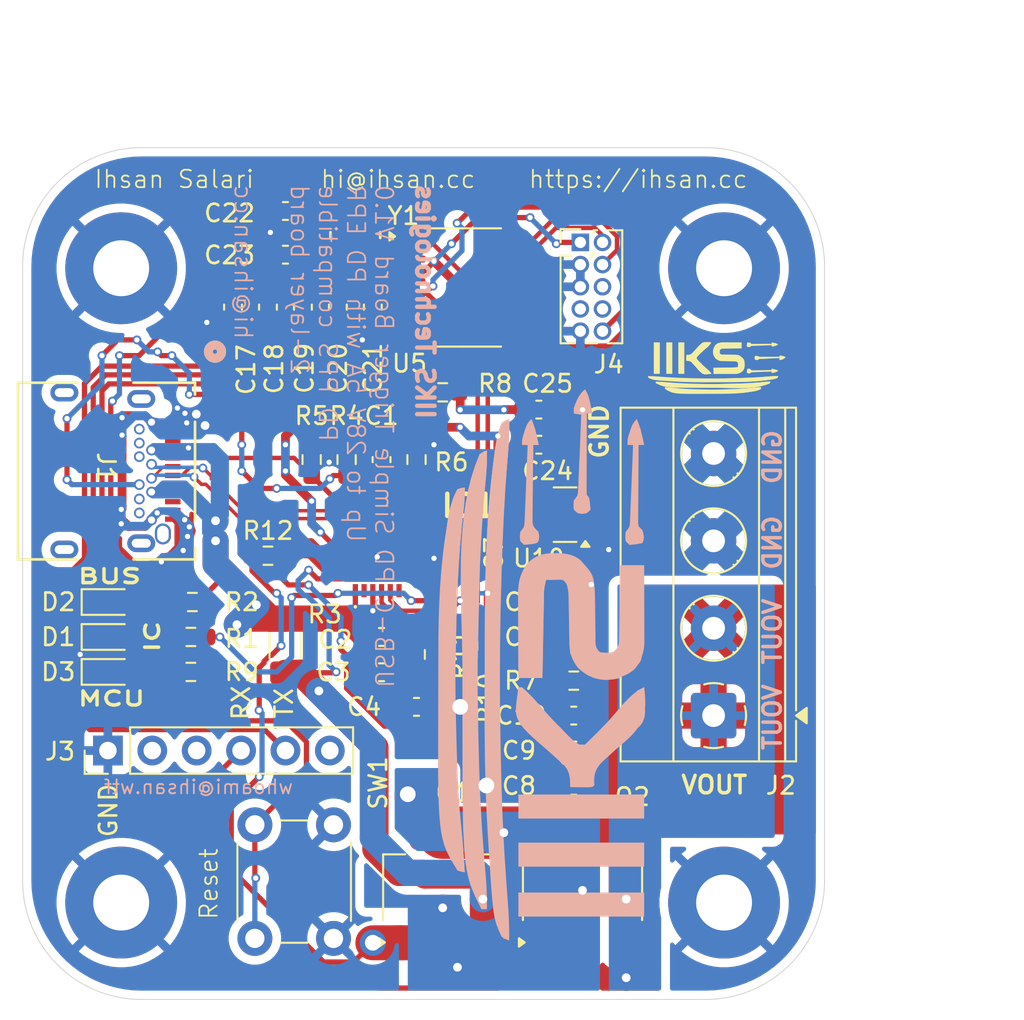
<source format=kicad_pcb>
(kicad_pcb (version 20241229) (generator "pcbnew") (generator_version "9.0")
  (layers (0 "F.Cu" signal) (2 "B.Cu" signal) (13 "F.Paste" user) (15 "B.Paste" user) (5 "F.SilkS" user "F.Silkscreen") (7 "B.SilkS" user "B.Silkscreen") (1 "F.Mask" user) (3 "B.Mask" user) (25 "Edge.Cuts" user))
  (net 0 "")
  (net 1 "Net-(IC1-IFB)")
  (net 2 "GND")
  (net 3 "VBUS")
  (net 4 "+5V")
  (net 5 "+3V3")
  (net 6 "/MCU/OSC_IN")
  (net 7 "/MCU/OSC_OUT")
  (net 8 "Net-(D1-A)")
  (net 9 "Net-(D2-A)")
  (net 10 "/MCU/STATUS_LED")
  (net 11 "/MCU/UART_TX")
  (net 12 "/MCU/UART_RX")
  (net 13 "Net-(IC1-LED)")
  (net 14 "Net-(IC1-OTP)")
  (net 15 "Net-(IC1-VOUT)")
  (net 16 "/MCU/NRST")
  (net 17 "/MCU/I2C_SDA")
  (net 18 "/MCU/I2C_SCL")
  (net 19 "+1V8")
  (net 20 "VOUT")
  (net 21 "Net-(Q1-D)")
  (net 22 "Net-(Q1-G)")
  (net 23 "Net-(IC1-VCC)")
  (net 24 "/USB_C_IC/CC2")
  (net 25 "/USB_C_IC/CC1")
  (net 27 "/USB_C_IC/data_-")
  (net 34 "/USB_C_IC/PWR_EN")
  (net 36 "/USB_C_IC/data_+")
  (net 49 "/MCU/SWCLK")
  (net 55 "/MCU/SWDIO")
  (net 63 "Net-(D3-A)")
  (footprint "LED_SMD:LED_0603_1608Metric_Pad1.05x0.95mm_HandSolder" (layer "F.Cu") (at 122.5 108.5)
    (property "Reference" "D2")
    (property "Value" "LED")
  )
  (footprint "Resistor_SMD:R_0603_1608Metric_Pad0.98x0.95mm_HandSolder" (layer "F.Cu") (at 127.0875 112.5)
    (property "Reference" "R9")
    (property "Value" "1k")
  )
  (footprint "Capacitor_SMD:C_0603_1608Metric_Pad1.08x0.95mm_HandSolder" (layer "F.Cu") (at 140 114.5)
    (property "Reference" "C4")
    (property "Value" "100n")
  )
  (footprint "Capacitor_SMD:C_0603_1608Metric_Pad1.08x0.95mm_HandSolder" (layer "F.Cu") (at 138 110.5)
    (property "Reference" "C2")
    (property "Value" "10u")
  )
  (footprint "Connector_PinHeader_1.27mm:PinHeader_2x05_P1.27mm_Vertical" (layer "F.Cu") (at 149.375 87.92)
    (property "Reference" "J4")
    (property "Value" "Conn_ARM_JTAG_SWD_10")
  )
  (footprint "Capacitor_SMD:C_0603_1608Metric_Pad1.08x0.95mm_HandSolder" (layer "F.Cu") (at 149 117 180)
    (property "Reference" "C9")
    (property "Value" "1u")
  )
  (footprint "Resistor_SMD:R_0603_1608Metric_Pad0.98x0.95mm_HandSolder" (layer "F.Cu") (at 127.175 108.5 180)
    (property "Reference" "R2")
    (property "Value" "100k")
  )
  (footprint "MountingHole:MountingHole_3.2mm_M3_Pad" (layer "F.Cu") (at 123.1 125.7)
    (property "Reference" "H4" (hide yes))
    (property "Value" "MountingHole_Pad")
  )
  (footprint "Library:SOT-223-3_TabPin2" (layer "F.Cu") (at 149.5 124.85 90)
    (property "Reference" "Q2")
    (property "Value" "BUK7880-55A/CUX")
  )
  (footprint "Capacitor_SMD:C_0603_1608Metric_Pad1.08x0.95mm_HandSolder" (layer "F.Cu") (at 137.5 91.625 -90)
    (property "Reference" "C21")
    (property "Value" "10n")
  )
  (footprint "Button_Switch_THT:SW_PUSH_6mm" (layer "F.Cu") (at 135.25 121.25 -90)
    (property "Reference" "SW1")
    (property "Value" "SW_Push")
  )
  (footprint "Resistor_SMD:R_0603_1608Metric_Pad0.98x0.95mm_HandSolder" (layer "F.Cu") (at 131.5 105.85)
    (property "Reference" "R12")
    (property "Value" "10")
  )
  (footprint "footprints:CONN24_4056-03-A_GCT" (layer "F.Cu") (at 126.0524 98.255507 -90)
    (property "Reference" "J1")
    (property "Value" "USB_C_Receptacle")
  )
  (footprint "MountingHole:MountingHole_3.2mm_M3_Pad" (layer "F.Cu") (at 123.1 89.4)
    (property "Reference" "H3" (hide yes))
    (property "Value" "MountingHole_Pad")
  )
  (footprint "Capacitor_SMD:C_0603_1608Metric_Pad1.08x0.95mm_HandSolder" (layer "F.Cu") (at 149 110.5)
    (property "Reference" "C6")
    (property "Value" "100n")
  )
  (footprint "TerminalBlock_Phoenix:TerminalBlock_Phoenix_MKDS-1,5-4_1x04_P5.00mm_Horizontal" (layer "F.Cu") (at 157 115 90)
    (property "Reference" "J2")
    (property "Value" "Screw_Terminal_01x04")
  )
  (footprint "Package_SO:TSSOP-20_4.4x6.5mm_P0.65mm" (layer "F.Cu") (at 142.6375 90.5)
    (property "Reference" "U5")
    (property "Value" "STM32C011F6Px")
  )
  (footprint "Resistor_SMD:R_0603_1608Metric_Pad0.98x0.95mm_HandSolder" (layer "F.Cu") (at 141 111.5 90)
    (property "Reference" "R11")
    (property "Value" "*")
  )
  (footprint "Capacitor_SMD:C_0603_1608Metric_Pad1.08x0.95mm_HandSolder" (layer "F.Cu") (at 138 112.52)
    (property "Reference" "C3")
    (property "Value" "1u")
  )
  (footprint "Library:SOT-223-3_TabPin2" (layer "F.Cu") (at 141.5 124.85 90)
    (property "Reference" "Q1")
    (property "Value" "BUK7880-55A/CUX")
  )
  (footprint "Connector_PinHeader_2.54mm:PinHeader_1x06_P2.54mm_Vertical" (layer "F.Cu") (at 122.34 117 90)
    (property "Reference" "J3")
    (property "Value" "Conn_01x06_Pin")
  )
  (footprint "Resistor_SMD:R_0603_1608Metric_Pad0.98x0.95mm_HandSolder" (layer "F.Cu") (at 134 100.35 -90)
    (property "Reference" "R5")
    (property "Value" "5.1k")
  )
  (footprint "Capacitor_SMD:C_0603_1608Metric_Pad1.08x0.95mm_HandSolder" (layer "F.Cu") (at 133.5 91.625 -90)
    (property "Reference" "C19")
    (property "Value" "100n")
  )
  (footprint "Capacitor_SMD:C_0603_1608Metric_Pad1.08x0.95mm_HandSolder" (layer "F.Cu") (at 149 115 180)
    (property "Reference" "C10")
    (property "Value" "100n")
  )
  (footprint "Capacitor_SMD:C_0603_1608Metric_Pad1.08x0.95mm_HandSolder" (layer "F.Cu") (at 135.5 91.625 -90)
    (property "Reference" "C20")
    (property "Value" "100n")
  )
  (footprint "Capacitor_SMD:C_0603_1608Metric_Pad1.08x0.95mm_HandSolder" (layer "F.Cu") (at 142.5 106 -90)
    (property "Reference" "C7")
    (property "Value" "100n")
  )
  (footprint "Capacitor_SMD:C_0603_1608Metric_Pad1.08x0.95mm_HandSolder" (layer "F.Cu") (at 132.5 86.125)
    (property "Reference" "C22")
    (property "Value" "*")
  )
  (footprint "Capacitor_SMD:C_0603_1608Metric_Pad1.08x0.95mm_HandSolder" (layer "F.Cu") (at 138 100.35 90)
    (property "Reference" "C1")
    (property "Value" "100n")
  )
  (footprint "Capacitor_SMD:C_0603_1608Metric_Pad1.08x0.95mm_HandSolder" (layer "F.Cu") (at 147 97.49)
    (property "Reference" "C25")
    (property "Value" "100n")
  )
  (footprint "Resistor_SMD:R_0603_1608Metric_Pad0.98x0.95mm_HandSolder" (layer "F.Cu") (at 140 100.35 90)
    (property "Reference" "R6")
    (property "Value" "10k")
  )
  (footprint "Capacitor_SMD:C_0603_1608Metric_Pad1.08x0.95mm_HandSolder" (layer "F.Cu") (at 132.5 88.625)
    (property "Reference" "C23")
    (property "Value" "*")
  )
  (footprint "LED_SMD:LED_0603_1608Metric_Pad1.05x0.95mm_HandSolder" (layer "F.Cu") (at 122.5 110.5)
    (property "Reference" "D1")
    (property "Value" "LED")
  )
  (footprint "Capacitor_SMD:C_0603_1608Metric_Pad1.08x0.95mm_HandSolder" (layer "F.Cu") (at 129.5 91.625 -90)
    (property "Reference" "C17")
    (property "Value" "1u")
  )
  (footprint "MountingHole:MountingHole_3.2mm_M3_Pad" (layer "F.Cu") (at 157.6 89.4)
    (property "Reference" "H1" (hide yes))
    (property "Value" "MountingHole_Pad")
  )
  (footprint "MountingHole:MountingHole_3.2mm_M3_Pad" (layer "F.Cu") (at 157.6 125.7)
    (property "Reference" "H2" (hide yes))
    (property "Value" "MountingHole_Pad")
  )
  (footprint "Resistor_SMD:R_0603_1608Metric_Pad0.98x0.95mm_HandSolder" (layer "F.Cu") (at 136 100.35 -90)
    (property "Reference" "R4")
    (property "Value" "5.1k")
  )
  (footprint "Resistor_SMD:R_0603_1608Metric_Pad0.98x0.95mm_HandSolder" (layer "F.Cu") (at 144 111 90)
    (property "Reference" "R10")
    (property "Value" "*")
  )
  (footprint "Capacitor_SMD:C_0603_1608Metric_Pad1.08x0.95mm_HandSolder" (layer "F.Cu") (at 131.5 91.625 -90)
    (property "Reference" "C18")
    (property "Value" "1u")
  )
  (footprint "Capacitor_SMD:C_0603_1608Metric_Pad1.08x0.95mm_HandSolder" (layer "F.Cu") (at 149 108.5)
    (property "Reference" "C5")
    (property "Value" "1u")
  )
  (footprint "LED_SMD:LED_0603_1608Metric_Pad1.05x0.95mm_HandSolder" (layer "F.Cu") (at 122.5 112.5)
    (property "Reference" "D3")
    (property "Value" "LED")
  )
  (footprint "footprints:XTAL_CG04874_NDK" (layer "F.Cu") (at 136.5 87.5 90)
    (property "Reference" "Y1")
    (property "Value" "CG04874-8M")
  )
  (footprint "Resistor_SMD:R_0603_1608Metric_Pad0.98x0.95mm_HandSolder" (layer "F.Cu") (at 127.0875 110.5)
    (property "Reference" "R1")
    (property "Value" "1k")
  )
  (footprint "Resistor_SMD:R_1206_3216Metric_Pad1.30x1.75mm_HandSolder" (layer "F.Cu") (at 132.5 111 -90)
    (property "Reference" "R3")
    (property "Value" "5m")
  )
  (footprint "Capacitor_SMD:C_0603_1608Metric_Pad1.08x0.95mm_HandSolder" (layer "F.Cu") (at 149 119.02 180)
    (property "Reference" "C8")
    (property "Value" "10u")
  )
  (footprint "Capacitor_SMD:C_0603_1608Metric_Pad1.08x0.95mm_HandSolder" (layer "F.Cu") (at 147 99.5)
    (property "Reference" "C24")
    (property "Value" "1u")
  )
  (footprint "footprints:AP33772SDKZ13FA01" (layer "F.Cu") (at 137.75 105.925 90)
    (property "Reference" "IC1")
    (property "Value" "AP33772SDKZ-13-FA01" (hide yes))
  )
  (footprint "Resistor_SMD:R_0603_1608Metric_Pad0.98x0.95mm_HandSolder" (layer "F.Cu") (at 141.5 96.5 180)
    (property "Reference" "R8")
    (property "Value" "10k")
  )
  (footprint "Resistor_SMD:R_0603_1608Metric_Pad0.98x0.95mm_HandSolder" (layer "F.Cu") (at 149 113)
    (property "Reference" "R7")
    (property "Value" "100")
  )
  (footprint "Package_TO_SOT_SMD:SOT-23" (layer "F.Cu") (at 148.5 103.5 180)
    (property "Reference" "U10")
    (property "Value" "AP2127N-3.3")
  )
  (gr_poly (pts (xy 159.717703 96.209472) (xy 159.715885 96.225898) (xy 159.714262 96.238929) (xy 159.713427 96.24456) (xy 159.712524 96.249808) (xy 159.711514 96.254827) (xy 159.710359 96.259773) (xy 159.709021 96.2648) (xy 159.707459 96.270065) (xy 159.705637 96.275721) (xy 159.703513 96.281924) (xy 159.698212 96.296591) (xy 159.691244 96.315305) (xy 159.655297 96.334896) (xy 159.618371 96.352644) (xy 159.580565 96.368678) (xy 159.54198 96.383129) (xy 159.502716 96.396129) (xy 159.462873 96.407807) (xy 159.422551 96.418295) (xy 159.381849 96.427724) (xy 159.299709 96.443923) (xy 159.217252 96.45745) (xy 159.05459 96.48067) (xy 158.965862 96.494519) (xy 158.900845 96.503608) (xy 158.836214 96.511397) (xy 158.771812 96.517818) (xy 158.707481 96.522802) (xy 158.643062 96.526279) (xy 158.578398 96.528179) (xy 158.513331 96.528433) (xy 158.447702 96.526972) (xy 158.447702 96.500514) (xy 158.511839 96.492478) (xy 158.842305 96.451426) (xy 158.961446 96.434402) (xy 159.067047 96.41653) (xy 159.171998 96.395425) (xy 159.289192 96.368701) (xy 159.611869 96.288847) (xy 159.58541 96.262389) (xy 159.540316 96.264999) (xy 159.495261 96.268252) (xy 159.450244 96.272037) (xy 159.405267 96.276238) (xy 159.350593 96.2815) (xy 159.235891 96.292852) (xy 159.06012 96.309931) (xy 159.000578 96.31286) (xy 158.953779 96.315667) (xy 158.933883 96.317239) (xy 158.915644 96.319037) (xy 158.898553 96.321146) (xy 158.882099 96.323651) (xy 158.865773 96.326639) (xy 158.849067 96.330194) (xy 158.831469 96.334402) (xy 158.812471 96.339348) (xy 158.768236 96.351796) (xy 158.712286 96.368222) (xy 158.677411 96.369719) (xy 158.642513 96.370664) (xy 158.607604 96.371139) (xy 158.572695 96.371226) (xy 158.484421 96.37122) (xy 158.388791 96.370806) (xy 158.29114 96.370692) (xy 157.981374 96.369876) (xy 157.771775 96.369514) (xy 157.257077 96.368222) (xy 157.257077 96.341764) (xy 157.336775 96.340175) (xy 157.855238 96.327705) (xy 158.373232 96.308019) (xy 158.631969 96.293798) (xy 158.890487 96.275767) (xy 159.148753 96.253258) (xy 159.406733 96.225602) (xy 159.445743 96.221299) (xy 159.484566 96.217592) (xy 159.523277 96.214511) (xy 159.561948 96.212083) (xy 159.600653 96.210337) (xy 159.639465 96.209301) (xy 159.678457 96.209003)) (stroke (width -0.000001)) (fill yes) (layer "F.SilkS"))
  (gr_poly (pts (xy 159.558952 94.569056) (xy 159.554275 94.573713) (xy 159.550061 94.577792) (xy 159.548078 94.579627) (xy 159.546151 94.581333) (xy 159.544262 94.582915) (xy 159.54239 94.584378) (xy 159.540515 94.585727) (xy 159.538619 94.586967) (xy 159.53668 94.588103) (xy 159.53468 94.589142) (xy 159.532599 94.590087) (xy 159.530417 94.590943) (xy 159.528115 94.591717) (xy 159.525672 94.592413) (xy 159.52307 94.593037) (xy 159.520288 94.593593) (xy 159.517307 94.594086) (xy 159.514107 94.594522) (xy 159.510668 94.594907) (xy 159.506971 94.595244) (xy 159.502996 94.595539) (xy 159.498723 94.595798) (xy 159.489206 94.596227) (xy 159.478263 94.59657) (xy 159.451465 94.597168) (xy 159.373744 94.595514) (xy 159.400202 94.463222) (xy 159.558952 94.463222)) (stroke (width -0.000001)) (fill yes) (layer "F.SilkS"))
  (gr_poly (pts (xy 159.082702 93.722389) (xy 159.109161 93.828222) (xy 159.029786 93.828222) (xy 159.029786 93.881139) (xy 158.923952 93.854681) (xy 158.950411 93.695931)) (stroke (width -0.000001)) (fill yes) (layer "F.SilkS"))
  (gr_poly (pts (xy 156.164087 94.738471) (xy 156.208666 94.775761) (xy 156.258896 94.817619) (xy 156.274077 94.831795) (xy 156.280424 94.837836) (xy 156.286132 94.843417) (xy 156.291348 94.848716) (xy 156.296215 94.853912) (xy 156.300878 94.859184) (xy 156.305482 94.864709) (xy 156.31017 94.870667) (xy 156.315087 94.877236) (xy 156.320379 94.884594) (xy 156.326188 94.89292) (xy 156.339938 94.913189) (xy 156.357494 94.939472) (xy 156.323008 94.930858) (xy 156.307246 94.926633) (xy 156.292355 94.922309) (xy 156.278244 94.917768) (xy 156.264824 94.912897) (xy 156.252008 94.907577) (xy 156.239706 94.901694) (xy 156.227829 94.89513) (xy 156.216289 94.887772) (xy 156.204996 94.879501) (xy 156.193862 94.870202) (xy 156.182797 94.85976) (xy 156.171714 94.848058) (xy 156.160523 94.83498) (xy 156.149135 94.82041) (xy 156.13931 94.798473) (xy 156.131927 94.781342) (xy 156.129042 94.774143) (xy 156.126636 94.767622) (xy 156.124667 94.761605) (xy 156.12309 94.755918) (xy 156.121862 94.750385) (xy 156.120939 94.744833) (xy 156.120278 94.739087) (xy 156.119834 94.732973) (xy 156.119565 94.726317) (xy 156.119427 94.718943) (xy 156.119369 94.701347)) (stroke (width -0.000001)) (fill yes) (layer "F.SilkS"))
  (gr_poly (pts (xy 160.405619 95.177597) (xy 160.352702 95.177597) (xy 160.352702 95.362806) (xy 160.405619 95.389264) (xy 160.326244 95.389264) (xy 160.326244 95.309889) (xy 160.248936 95.311749) (xy 160.14765 95.313196) (xy 160.047191 95.315056) (xy 160.01741 95.313028) (xy 160.00371 95.31176) (xy 159.990672 95.31026) (xy 159.978197 95.308481) (xy 159.966187 95.306376) (xy 159.954544 95.303897) (xy 159.943169 95.300997) (xy 159.931964 95.297629) (xy 159.920829 95.293745) (xy 159.909667 95.289299) (xy 159.898379 95.284242) (xy 159.886866 95.278529) (xy 159.87503 95.272111) (xy 159.862772 95.264941) (xy 159.849994 95.256972) (xy 159.909602 95.247589) (xy 159.968934 95.24051) (xy 160.028116 95.235451) (xy 160.087276 95.232127) (xy 160.146542 95.230255) (xy 160.20604 95.229552) (xy 160.326244 95.230514) (xy 160.326244 95.151139)) (stroke (width -0.000001)) (fill yes) (layer "F.SilkS"))
  (gr_poly (pts (xy 160.193952 95.997805) (xy 160.141036 95.997805) (xy 160.141036 95.91843) (xy 160.035202 95.891972) (xy 160.246869 95.891972)) (stroke (width -0.000001)) (fill yes) (layer "F.SilkS"))
  (gr_poly (pts (xy 154.379992 96.220159) (xy 154.545422 96.231995) (xy 154.710689 96.245799) (xy 154.875827 96.262389) (xy 154.875827 96.288847) (xy 154.505411 96.288847) (xy 154.530347 96.315434) (xy 154.550108 96.336049) (xy 154.558628 96.344601) (xy 154.566553 96.352242) (xy 154.574113 96.359165) (xy 154.581543 96.365563) (xy 154.589074 96.371632) (xy 154.596938 96.377563) (xy 154.60537 96.383552) (xy 154.6146 96.389793) (xy 154.636387 96.403801) (xy 154.664161 96.421139) (xy 154.607393 96.415368) (xy 154.552652 96.408169) (xy 154.499476 96.39919) (xy 154.473329 96.393923) (xy 154.4474 96.38808) (xy 154.421629 96.381616) (xy 154.395961 96.374487) (xy 154.370335 96.36665) (xy 154.344695 96.358061) (xy 154.318982 96.348676) (xy 154.293138 96.338451) (xy 154.267106 96.327342) (xy 154.240828 96.315305) (xy 154.234502 96.29682) (xy 154.229659 96.282316) (xy 154.225988 96.270555) (xy 154.224496 96.265315) (xy 154.22318 96.260296) (xy 154.222002 96.255342) (xy 154.220924 96.250298) (xy 154.21891 96.239322) (xy 154.216829 96.226127) (xy 154.214369 96.209472)) (stroke (width -0.000001)) (fill yes) (layer "F.SilkS"))
  (gr_poly (pts (xy 153.923328 95.44218) (xy 153.579369 95.44218) (xy 153.579369 93.643014) (xy 153.923328 93.643014)) (stroke (width -0.000001)) (fill yes) (layer "F.SilkS"))
  (gr_poly (pts (xy 158.950411 95.997805) (xy 158.919392 96.018241) (xy 158.888392 96.037688) (xy 158.872805 96.046873) (xy 158.857108 96.055611) (xy 158.841264 96.063833) (xy 158.825236 96.071474) (xy 158.808986 96.078467) (xy 158.792475 96.084744) (xy 158.775666 96.090239) (xy 158.758521 96.094884) (xy 158.741003 96.098614) (xy 158.723073 96.101361) (xy 158.704694 96.103058) (xy 158.685827 96.103639) (xy 158.685827 96.156556) (xy 158.765202 96.209472) (xy 158.262494 96.209472) (xy 158.262494 96.156556) (xy 158.350242 96.155734) (xy 158.393075 96.156347) (xy 158.435535 96.158089) (xy 158.477862 96.161292) (xy 158.499051 96.163546) (xy 158.520297 96.166291) (xy 158.54163 96.169569) (xy 158.56308 96.173421) (xy 158.584677 96.177888) (xy 158.606452 96.183014) (xy 158.606452 96.050722) (xy 157.283536 96.050722) (xy 157.283536 96.024264) (xy 157.766065 96.01296) (xy 157.929543 96.00911) (xy 158.184766 96.003644) (xy 158.439939 95.999688) (xy 158.695131 95.997616)) (stroke (width -0.000001)) (fill yes) (layer "F.SilkS"))
  (gr_poly (pts (xy 156.729268 93.629833) (xy 156.792643 93.635103) (xy 156.860202 93.643014) (xy 156.843632 93.675693) (xy 156.825426 93.707257) (xy 156.805713 93.737779) (xy 156.784618 93.767332) (xy 156.762269 93.795989) (xy 156.738792 93.823823) (xy 156.714316 93.850908) (xy 156.688965 93.877315) (xy 156.662868 93.903118) (xy 156.636152 93.928391) (xy 156.581366 93.977635) (xy 156.469942 94.072962) (xy 156.410159 94.125415) (xy 156.351563 94.179174) (xy 156.293951 94.234006) (xy 156.237121 94.28968) (xy 156.124988 94.402621) (xy 156.013536 94.516139) (xy 156.020082 94.530283) (xy 156.026716 94.543948) (xy 156.033466 94.557172) (xy 156.040362 94.569994) (xy 156.047434 94.582454) (xy 156.054711 94.594591) (xy 156.062222 94.606445) (xy 156.069997 94.618053) (xy 156.078064 94.629456) (xy 156.086454 94.640693) (xy 156.095196 94.651804) (xy 156.104319 94.662826) (xy 156.113852 94.6738) (xy 156.123825 94.684765) (xy 156.134267 94.695761) (xy 156.145207 94.706825) (xy 156.192065 94.753579) (xy 156.241739 94.80222) (xy 156.29255 94.852514) (xy 156.367714 94.92535) (xy 156.405662 94.961254) (xy 156.443897 94.996811) (xy 156.482453 95.03202) (xy 156.521363 95.066878) (xy 156.560659 95.101383) (xy 156.600374 95.135533) (xy 156.634413 95.165495) (xy 156.668234 95.195838) (xy 156.701723 95.226622) (xy 156.734765 95.257907) (xy 156.767248 95.289753) (xy 156.799058 95.322221) (xy 156.83008 95.355371) (xy 156.860202 95.389264) (xy 156.860202 95.44218) (xy 156.734394 95.459243) (xy 156.638026 95.471073) (xy 156.598942 95.47492) (xy 156.564891 95.47733) (xy 156.535095 95.478262) (xy 156.508779 95.477672) (xy 156.485167 95.475518) (xy 156.463482 95.471758) (xy 156.442949 95.466348) (xy 156.422792 95.459247) (xy 156.402234 95.450411) (xy 156.380499 95.439798) (xy 156.330395 95.413069) (xy 156.307862 95.395331) (xy 156.285844 95.377068) (xy 156.264308 95.358318) (xy 156.243216 95.339117) (xy 156.222533 95.3195) (xy 156.202224 95.299504) (xy 156.162586 95.258519) (xy 156.124016 95.216451) (xy 156.086232 95.173591) (xy 156.011882 95.086647) (xy 155.978178 95.048377) (xy 155.944313 95.010272) (xy 155.910254 94.97234) (xy 155.875964 94.934595) (xy 155.854907 94.911211) (xy 155.834094 94.887608) (xy 155.813539 94.86378) (xy 155.793258 94.839721) (xy 155.77869 94.82372) (xy 155.76458 94.80898) (xy 155.750794 94.795447) (xy 155.737199 94.783066) (xy 155.723661 94.771784) (xy 155.710046 94.761545) (xy 155.696222 94.752296) (xy 155.682054 94.743983) (xy 155.66741 94.736551) (xy 155.652156 94.729946) (xy 155.636158 94.724114) (xy 155.619282 94.719001) (xy 155.601397 94.714551) (xy 155.582367 94.710712) (xy 155.56206 94.707429) (xy 155.540341 94.704648) (xy 155.513133 94.703397) (xy 155.485913 94.702383) (xy 155.458685 94.701677) (xy 155.431452 94.701347) (xy 155.430519 94.6228) (xy 155.429799 94.544251) (xy 155.428869 94.455884) (xy 155.429773 94.432055) (xy 155.430776 94.413824) (xy 155.43142 94.406448) (xy 155.432217 94.400039) (xy 155.433208 94.394453) (xy 155.434437 94.389545) (xy 155.435945 94.385171) (xy 155.437776 94.381187) (xy 155.439971 94.377448) (xy 155.442574 94.373811) (xy 155.445627 94.37013) (xy 155.449172 94.366263) (xy 155.457911 94.357389) (xy 155.55806 94.364107) (xy 155.582989 94.360808) (xy 155.606455 94.356135) (xy 155.628585 94.350145) (xy 155.649508 94.342893) (xy 155.669351 94.334435) (xy 155.688242 94.324828) (xy 155.706311 94.314128) (xy 155.723685 94.302389) (xy 155.740491 94.28967) (xy 155.756859 94.276025) (xy 155.772917 94.261511) (xy 155.788792 94.246184) (xy 155.804612 94.2301) (xy 155.820506 94.213315) (xy 155.853029 94.177865) (xy 155.895246 94.131735) (xy 155.93881 94.083159) (xy 155.982028 94.034308) (xy 156.024841 93.985104) (xy 156.067195 93.93547) (xy 156.112141 93.884619) (xy 156.155918 93.838963) (xy 156.198909 93.798317) (xy 156.22023 93.779817) (xy 156.241497 93.762502) (xy 156.262759 93.746348) (xy 156.284063 93.731332) (xy 156.305458 93.717434) (xy 156.326991 93.704628) (xy 156.348709 93.692893) (xy 156.370661 93.682206) (xy 156.392894 93.672543) (xy 156.415456 93.663883) (xy 156.438396 93.656202) (xy 156.46176 93.649478) (xy 156.485596 93.643688) (xy 156.509953 93.638808) (xy 156.534877 93.634817) (xy 156.560418 93.631691) (xy 156.586622 93.629408) (xy 156.613537 93.627944) (xy 156.669693 93.627386)) (stroke (width -0.000001)) (fill yes) (layer "F.SilkS"))
  (gr_poly (pts (xy 156.539143 93.630642) (xy 156.582849 93.632255) (xy 156.630346 93.634746) (xy 156.69737 93.636554) (xy 156.738089 93.637862) (xy 156.7788 93.639415) (xy 156.860202 93.643014) (xy 156.852773 93.659528) (xy 156.84506 93.675389) (xy 156.837052 93.690653) (xy 156.82874 93.705381) (xy 156.820113 93.719628) (xy 156.81116 93.733455) (xy 156.801872 93.746917) (xy 156.792237 93.760075) (xy 156.782246 93.772984) (xy 156.771888 93.785704) (xy 156.761153 93.798293) (xy 156.75003 93.810808) (xy 156.726579 93.835851) (xy 156.701452 93.861295) (xy 156.645229 93.917933) (xy 156.62875 93.931988) (xy 156.62188 93.937674) (xy 156.615721 93.94255) (xy 156.610125 93.946677) (xy 156.60494 93.950118) (xy 156.602456 93.951601) (xy 156.600017 93.952935) (xy 156.597607 93.95413) (xy 156.595206 93.955191) (xy 156.592795 93.956128) (xy 156.590356 93.956948) (xy 156.587869 93.957659) (xy 156.585316 93.958268) (xy 156.582679 93.958784) (xy 156.579938 93.959214) (xy 156.57407 93.959849) (xy 156.567563 93.960233) (xy 156.560266 93.960431) (xy 156.542703 93.960514) (xy 156.516244 93.854681) (xy 156.569161 93.828222) (xy 156.569161 93.748847) (xy 156.595619 93.669472) (xy 156.551092 93.672882) (xy 156.532638 93.674516) (xy 156.516241 93.676251) (xy 156.501536 93.678199) (xy 156.488161 93.680471) (xy 156.475751 93.683179) (xy 156.463943 93.686434) (xy 156.452375 93.690348) (xy 156.440683 93.695031) (xy 156.428503 93.700596) (xy 156.415472 93.707154) (xy 156.401227 93.714815) (xy 156.385404 93.723693) (xy 156.347572 93.74554) (xy 156.331774 93.764216) (xy 156.325298 93.772078) (xy 156.319636 93.779221) (xy 156.314686 93.785843) (xy 156.310346 93.792143) (xy 156.306514 93.79832) (xy 156.303089 93.804572) (xy 156.299969 93.811099) (xy 156.297052 93.818097) (xy 156.294237 93.825768) (xy 156.291421 93.834308) (xy 156.288503 93.843916) (xy 156.285381 93.854792) (xy 156.278119 93.881139) (xy 156.331036 93.907597) (xy 156.092911 93.960514) (xy 156.196083 93.838532) (xy 156.22238 93.808256) (xy 156.251661 93.775306) (xy 156.307885 93.703372) (xy 156.327714 93.688511) (xy 156.34708 93.675727) (xy 156.366091 93.664875) (xy 156.384856 93.655814) (xy 156.403484 93.648401) (xy 156.422083 93.642492) (xy 156.440762 93.637945) (xy 156.459628 93.634618) (xy 156.478791 93.632366) (xy 156.498358 93.631048) (xy 156.51844 93.630521)) (stroke (width -0.000001)) (fill yes) (layer "F.SilkS"))
  (gr_poly (pts (xy 158.500619 95.098222) (xy 158.500619 95.28343) (xy 158.447702 95.28343) (xy 158.447702 95.362806) (xy 158.341869 95.362806) (xy 158.341869 95.415722) (xy 157.018953 95.415722) (xy 157.018953 95.124681) (xy 157.135115 95.1251) (xy 157.560101 95.126134) (xy 157.744354 95.126677) (xy 158.008556 95.127264) (xy 158.092323 95.127678) (xy 158.169367 95.127684) (xy 158.237557 95.127862) (xy 158.251826 95.126699) (xy 158.264289 95.125141) (xy 158.275232 95.123251) (xy 158.284943 95.121089) (xy 158.293708 95.118719) (xy 158.301813 95.116201) (xy 158.317191 95.110973) (xy 158.325039 95.108387) (xy 158.333373 95.105901) (xy 158.342481 95.103577) (xy 158.35265 95.101479) (xy 158.364167 95.099667) (xy 158.377318 95.098203) (xy 158.392389 95.097149) (xy 158.409668 95.096568)) (stroke (width -0.000001)) (fill yes) (layer "F.SilkS"))
  (gr_poly (pts (xy 158.579994 95.309889) (xy 158.570483 95.321782) (xy 158.561457 95.33249) (xy 158.55279 95.342102) (xy 158.544359 95.350707) (xy 158.536038 95.358391) (xy 158.531881 95.361916) (xy 158.527705 95.365244) (xy 158.523494 95.368387) (xy 158.519233 95.371354) (xy 158.514907 95.374158) (xy 158.5105 95.376809) (xy 158.505996 95.379319) (xy 158.50138 95.381697) (xy 158.49175 95.386107) (xy 158.481485 95.390126) (xy 158.47046 95.393843) (xy 158.458552 95.397346) (xy 158.445636 95.400723) (xy 158.431588 95.404063) (xy 158.416283 95.407454) (xy 158.341869 95.415722) (xy 158.341869 95.362806) (xy 158.447702 95.362806) (xy 158.447702 95.28343)) (stroke (width -0.000001)) (fill yes) (layer "F.SilkS"))
  (gr_poly (pts (xy 160.564369 95.204056) (xy 160.458536 95.230514) (xy 160.432077 95.362806) (xy 160.352702 95.362806) (xy 160.352702 95.177597)) (stroke (width -0.000001)) (fill yes) (layer "F.SilkS"))
  (gr_poly (pts (xy 160.246869 95.891972) (xy 160.242425 95.908457) (xy 160.240474 95.915343) (xy 160.238601 95.921531) (xy 160.236727 95.927177) (xy 160.234777 95.932435) (xy 160.232671 95.93746) (xy 160.230332 95.942408) (xy 160.227684 95.947434) (xy 160.224648 95.952692) (xy 160.221147 95.958337) (xy 160.217103 95.964526) (xy 160.207078 95.97915) (xy 160.193952 95.997805) (xy 160.167746 96.006974) (xy 160.141678 96.015055) (xy 160.115642 96.022227) (xy 160.089535 96.02867) (xy 160.063251 96.034561) (xy 160.036685 96.040081) (xy 159.982285 96.050722) (xy 160.008744 95.997805) (xy 160.088119 95.997805) (xy 160.088119 95.944889) (xy 159.744161 95.944889) (xy 159.744161 95.91843) (xy 159.869918 95.906538) (xy 159.932565 95.901603) (xy 159.99517 95.897506) (xy 160.057818 95.894372) (xy 160.120594 95.892323) (xy 160.183583 95.891481)) (stroke (width -0.000001)) (fill yes) (layer "F.SilkS"))
  (gr_poly (pts (xy 160.564369 93.695931) (xy 160.590827 93.775306) (xy 160.352702 93.828222) (xy 160.344021 93.801867) (xy 160.34061 93.790899) (xy 160.337819 93.781093) (xy 160.335649 93.772218) (xy 160.334099 93.76404) (xy 160.333168 93.756327) (xy 160.332858 93.748847) (xy 160.333168 93.741367) (xy 160.334099 93.733654) (xy 160.335649 93.725477) (xy 160.337819 93.716601) (xy 160.34061 93.706796) (xy 160.344021 93.695827) (xy 160.352702 93.669472)) (stroke (width -0.000001)) (fill yes) (layer "F.SilkS"))
  (gr_poly (pts (xy 154.267286 95.997805) (xy 154.249707 96.015282) (xy 154.242375 96.022373) (xy 154.235799 96.028479) (xy 154.229817 96.033684) (xy 154.224269 96.038076) (xy 154.221607 96.039992) (xy 154.218993 96.041737) (xy 154.216406 96.04332) (xy 154.213827 96.044754) (xy 154.211235 96.046047) (xy 154.20861 96.047211) (xy 154.205932 96.048256) (xy 154.203181 96.049193) (xy 154.200336 96.050033) (xy 154.197378 96.050787) (xy 154.191041 96.052075) (xy 154.184007 96.053145) (xy 154.176115 96.054081) (xy 154.157112 96.05589) (xy 154.092 96.054029) (xy 154.026474 96.052583) (xy 153.976244 96.050722) (xy 154.002703 95.971347)) (stroke (width -0.000001)) (fill yes) (layer "F.SilkS"))
  (gr_poly (pts (xy 156.539143 93.630642) (xy 156.582849 93.632255) (xy 156.630346 93.634746) (xy 156.69737 93.636554) (xy 156.738089 93.637862) (xy 156.7788 93.639415) (xy 156.860202 93.643014) (xy 156.807286 93.748847) (xy 156.780827 93.695931) (xy 156.736193 93.693928) (xy 156.691547 93.692187) (xy 156.602234 93.689316) (xy 156.501775 93.685595) (xy 156.471161 93.686536) (xy 156.458536 93.687133) (xy 156.447396 93.687929) (xy 156.437516 93.68901) (xy 156.428668 93.690462) (xy 156.420626 93.69237) (xy 156.413164 93.694822) (xy 156.406056 93.697903) (xy 156.399074 93.701698) (xy 156.391992 93.706294) (xy 156.384584 93.711778) (xy 156.376623 93.718234) (xy 156.367883 93.725749) (xy 156.347159 93.7443) (xy 156.331565 93.763388) (xy 156.325171 93.771417) (xy 156.319578 93.778703) (xy 156.314685 93.785446) (xy 156.310391 93.791847) (xy 156.306594 93.798106) (xy 156.303193 93.804424) (xy 156.300088 93.811002) (xy 156.297176 93.818039) (xy 156.294358 93.825736) (xy 156.291531 93.834294) (xy 156.288595 93.843912) (xy 156.285448 93.854792) (xy 156.278119 93.881139) (xy 156.331036 93.907597) (xy 156.092911 93.960514) (xy 156.196083 93.838532) (xy 156.22238 93.808256) (xy 156.251661 93.775306) (xy 156.307885 93.703372) (xy 156.327714 93.688511) (xy 156.34708 93.675727) (xy 156.366091 93.664875) (xy 156.384856 93.655814) (xy 156.403484 93.648401) (xy 156.422083 93.642492) (xy 156.440762 93.637945) (xy 156.459628 93.634618) (xy 156.478791 93.632366) (xy 156.498358 93.631048) (xy 156.51844 93.630521)) (stroke (width -0.000001)) (fill yes) (layer "F.SilkS"))
  (gr_poly (pts (xy 160.246869 95.891972) (xy 160.241374 95.908423) (xy 160.236799 95.921473) (xy 160.234663 95.92711) (xy 160.232524 95.932362) (xy 160.230306 95.937384) (xy 160.22793 95.942331) (xy 160.225319 95.947358) (xy 160.222395 95.952619) (xy 160.219082 95.958271) (xy 160.215301 95.964468) (xy 160.206027 95.979116) (xy 160.193952 95.997805) (xy 160.027814 96.064043) (xy 159.853466 96.118984) (xy 159.671975 96.163595) (xy 159.484409 96.19884) (xy 159.291833 96.225686) (xy 159.095316 96.245098) (xy 158.895924 96.258042) (xy 158.694724 96.265484) (xy 158.291169 96.267725) (xy 157.893185 96.259545) (xy 157.50931 96.248671) (xy 157.148079 96.242829) (xy 156.726289 96.243011) (xy 155.278918 96.241334) (xy 154.816101 96.231894) (xy 154.47968 96.212476) (xy 154.347732 96.19803) (xy 154.234018 96.179896) (xy 154.134084 96.157675) (xy 154.043476 96.13097) (xy 153.957738 96.099383) (xy 153.872417 96.062515) (xy 153.685203 95.971347) (xy 153.685203 95.891972) (xy 153.801084 95.892011) (xy 153.858756 95.892964) (xy 153.916333 95.894583) (xy 153.97388 95.896904) (xy 154.031461 95.899958) (xy 154.089141 95.903781) (xy 154.146983 95.908405) (xy 154.209594 95.913554) (xy 154.470348 95.935439) (xy 154.871494 95.964944) (xy 155.272721 95.986799) (xy 155.674269 96.002287) (xy 156.076374 96.012688) (xy 156.15582 96.01436) (xy 156.490589 96.021156) (xy 156.719649 96.024453) (xy 156.948723 96.025179) (xy 157.283536 96.024264) (xy 157.342988 96.023385) (xy 157.970216 96.011588) (xy 158.597175 95.9917) (xy 158.910437 95.977194) (xy 159.223491 95.958833) (xy 159.536292 95.936006) (xy 159.848792 95.908102) (xy 159.898723 95.903601) (xy 159.948445 95.899813) (xy 159.99804 95.896735) (xy 160.047586 95.894368) (xy 160.097162 95.892709) (xy 160.146849 95.891758) (xy 160.196724 95.891513)) (stroke (width -0.000001)) (fill yes) (layer "F.SilkS"))
  (gr_poly (pts (xy 155.054608 95.722768) (xy 155.022058 95.737741) (xy 154.989651 95.751802) (xy 154.95719 95.76507) (xy 154.924481 95.777664) (xy 154.891328 95.789704) (xy 154.857537 95.801308) (xy 154.822911 95.812597) (xy 154.796453 95.706764) (xy 155.087494 95.706764)) (stroke (width -0.000001)) (fill yes) (layer "F.SilkS"))
  (gr_poly (pts (xy 160.877528 94.417902) (xy 160.935022 94.424302) (xy 160.958354 94.427345) (xy 160.978696 94.430437) (xy 160.996513 94.433695) (xy 161.012271 94.437236) (xy 161.026434 94.441176) (xy 161.039468 94.44563) (xy 161.051837 94.450715) (xy 161.064006 94.456548) (xy 161.076442 94.463245) (xy 161.089608 94.470922) (xy 161.119994 94.48968) (xy 161.106429 94.505533) (xy 161.092446 94.520161) (xy 161.078049 94.533657) (xy 161.063244 94.546113) (xy 161.048035 94.557623) (xy 161.032427 94.568281) (xy 161.016424 94.578179) (xy 161.000031 94.58741) (xy 160.983253 94.596067) (xy 160.966094 94.604244) (xy 160.94856 94.612034) (xy 160.930654 94.619529) (xy 160.893747 94.63401) (xy 160.855411 94.648431) (xy 160.776035 94.648431) (xy 160.749577 94.48968) (xy 160.802494 94.48968) (xy 160.802494 94.410306)) (stroke (width -0.000001)) (fill yes) (layer "F.SilkS"))
  (gr_poly (pts (xy 157.024578 94.022581) (xy 157.029644 94.057654) (xy 157.034039 94.092392) (xy 157.037655 94.126995) (xy 157.040379 94.161666) (xy 157.042102 94.196605) (xy 157.042714 94.232013) (xy 157.042104 94.268092) (xy 157.043051 94.286013) (xy 157.044521 94.302724) (xy 157.046524 94.318368) (xy 157.049068 94.333088) (xy 157.05216 94.347027) (xy 157.055809 94.360328) (xy 157.060024 94.373134) (xy 157.064813 94.385587) (xy 157.070184 94.397831) (xy 157.076145 94.410008) (xy 157.082706 94.422262) (xy 157.089874 94.434735) (xy 157.106065 94.460911) (xy 157.124786 94.48968) (xy 157.098327 94.542597) (xy 157.080035 94.51878) (xy 157.063387 94.495397) (xy 157.048319 94.472328) (xy 157.034763 94.449451) (xy 157.022654 94.426644) (xy 157.011925 94.403787) (xy 157.002511 94.380758) (xy 156.994345 94.357436) (xy 156.987362 94.333698) (xy 156.981495 94.309425) (xy 156.976679 94.284493) (xy 156.972846 94.258783) (xy 156.969932 94.232172) (xy 156.967869 94.204539) (xy 156.966593 94.175763) (xy 156.966036 94.145722) (xy 156.97296 94.090222) (xy 156.97557 94.071076) (xy 156.978025 94.055185) (xy 156.980634 94.04069) (xy 156.983709 94.02573) (xy 156.992494 93.986972) (xy 157.018953 93.986972)) (stroke (width -0.000001)) (fill yes) (layer "F.SilkS"))
  (gr_poly (pts (xy 159.014904 93.649585) (xy 159.025488 93.650705) (xy 159.036221 93.652369) (xy 159.047199 93.6545) (xy 159.058519 93.657021) (xy 159.109161 93.669472) (xy 159.082702 93.748847) (xy 158.950411 93.695931) (xy 158.923952 93.854681) (xy 158.897494 93.854681) (xy 158.902966 93.808226) (xy 158.909218 93.761863) (xy 158.916223 93.715607) (xy 158.923952 93.669472) (xy 158.936836 93.663464) (xy 158.949093 93.658616) (xy 158.96082 93.654851) (xy 158.972115 93.652093) (xy 158.983074 93.650264) (xy 158.993794 93.649288) (xy 159.004372 93.649088)) (stroke (width -0.000001)) (fill yes) (layer "F.SilkS"))
  (gr_poly (pts (xy 158.431606 94.411632) (xy 158.441628 94.413265) (xy 158.451323 94.415197) (xy 158.460709 94.417421) (xy 158.469799 94.419929) (xy 158.47861 94.422716) (xy 158.487155 94.425773) (xy 158.495452 94.429093) (xy 158.511358 94.436493) (xy 158.526449 94.444861) (xy 158.540847 94.454138) (xy 158.554675 94.464266) (xy 158.568053 94.475189) (xy 158.581104 94.486849) (xy 158.593951 94.499187) (xy 158.606713 94.512147) (xy 158.632476 94.539703) (xy 158.659369 94.569056) (xy 158.596531 94.542597) (xy 158.574862 94.532834) (xy 158.565876 94.528896) (xy 158.557883 94.525535) (xy 158.550703 94.522713) (xy 158.544158 94.520391) (xy 158.538068 94.51853) (xy 158.532253 94.517091) (xy 158.526536 94.516037) (xy 158.520735 94.515327) (xy 158.514673 94.514923) (xy 158.50817 94.514786) (xy 158.501046 94.514878) (xy 158.493123 94.51516) (xy 158.474161 94.516139) (xy 158.474161 94.436764) (xy 158.421244 94.410306)) (stroke (width -0.000001)) (fill yes) (layer "F.SilkS"))
  (gr_poly (pts (xy 160.421273 93.663004) (xy 160.468119 93.673764) (xy 160.514553 93.685487) (xy 160.560599 93.698516) (xy 160.606282 93.713192) (xy 160.628996 93.721254) (xy 160.651628 93.729855) (xy 160.674182 93.739039) (xy 160.696661 93.748847) (xy 160.686058 93.759183) (xy 160.675881 93.768553) (xy 160.666035 93.777041) (xy 160.65643 93.784729) (xy 160.646973 93.791701) (xy 160.637572 93.798038) (xy 160.628134 93.803825) (xy 160.618568 93.809143) (xy 160.60878 93.814075) (xy 160.59868 93.818705) (xy 160.588174 93.823115) (xy 160.57717 93.827387) (xy 160.565577 93.831605) (xy 160.553301 93.835851) (xy 160.526335 93.844759) (xy 160.4636 93.865636) (xy 160.444307 93.870753) (xy 160.42884 93.874599) (xy 160.422038 93.876101) (xy 160.415589 93.877354) (xy 160.409292 93.87838) (xy 160.402945 93.879201) (xy 160.396347 93.879841) (xy 160.389298 93.880321) (xy 160.381595 93.880666) (xy 160.373039 93.880897) (xy 160.352557 93.881109) (xy 160.326244 93.881139) (xy 160.326244 93.801764) (xy 159.833218 93.821466) (xy 159.665451 93.82808) (xy 159.42449 93.837937) (xy 159.348566 93.840617) (xy 159.277955 93.843816) (xy 159.215819 93.846308) (xy 159.195245 93.848328) (xy 159.186647 93.849359) (xy 159.178915 93.850524) (xy 159.171854 93.851911) (xy 159.165269 93.853612) (xy 159.158966 93.855716) (xy 159.152748 93.858313) (xy 159.146421 93.861492) (xy 159.13979 93.865344) (xy 159.13266 93.869957) (xy 159.124837 93.875422) (xy 159.116124 93.881829) (xy 159.106327 93.889267) (xy 159.082702 93.907597) (xy 159.060197 93.909768) (xy 159.042498 93.911318) (xy 159.028055 93.912248) (xy 159.021569 93.912481) (xy 159.015316 93.912558) (xy 159.009102 93.912481) (xy 159.002733 93.912248) (xy 158.988755 93.911318) (xy 158.97183 93.909768) (xy 158.950411 93.907597) (xy 158.897494 93.854681) (xy 158.901628 93.798767) (xy 158.90354 93.778639) (xy 158.905762 93.760836) (xy 158.908604 93.743189) (xy 158.912377 93.723526) (xy 158.923952 93.669472) (xy 158.936998 93.663344) (xy 158.949355 93.658338) (xy 158.961131 93.654391) (xy 158.972429 93.651436) (xy 158.983355 93.649407) (xy 158.994015 93.64824) (xy 159.004515 93.647867) (xy 159.014958 93.648225) (xy 159.025452 93.649246) (xy 159.036101 93.650865) (xy 159.047011 93.653018) (xy 159.058287 93.655637) (xy 159.082359 93.662014) (xy 159.109161 93.669472) (xy 159.162077 93.722389) (xy 159.179482 93.72493) (xy 159.1933 93.726819) (xy 159.204853 93.728126) (xy 159.210194 93.728583) (xy 159.215465 93.728922) (xy 159.220831 93.729149) (xy 159.226458 93.729276) (xy 159.239155 93.72926) (xy 159.254879 93.728943) (xy 159.274952 93.728396) (xy 159.345568 93.728384) (xy 159.421906 93.727557) (xy 159.499983 93.72733) (xy 159.747468 93.725696) (xy 159.915003 93.724973) (xy 160.326244 93.722389) (xy 160.326244 93.643014)) (stroke (width -0.000001)) (fill yes) (layer "F.SilkS"))
  (gr_poly (pts (xy 159.036246 95.146785) (xy 159.045692 95.147852) (xy 159.053977 95.148966) (xy 159.061256 95.150196) (xy 159.067686 95.151609) (xy 159.073422 95.153273) (xy 159.078619 95.155254) (xy 159.083433 95.157622) (xy 159.088021 95.160443) (xy 159.092536 95.163785) (xy 159.097136 95.167715) (xy 159.101976 95.172302) (xy 159.10721 95.177613) (xy 159.119488 95.190677) (xy 159.129567 95.199765) (xy 159.13912 95.207667) (xy 159.148253 95.214466) (xy 159.152696 95.217477) (xy 159.157075 95.220243) (xy 159.161404 95.222773) (xy 159.165695 95.225078) (xy 159.169962 95.227169) (xy 159.174218 95.229055) (xy 159.178478 95.230747) (xy 159.182755 95.232255) (xy 159.187062 95.233588) (xy 159.191412 95.234758) (xy 159.200297 95.236647) (xy 159.209519 95.238004) (xy 159.219185 95.238909) (xy 159.229403 95.239445) (xy 159.240282 95.239693) (xy 159.251928 95.239734) (xy 159.277955 95.239525) (xy 159.348566 95.239507) (xy 159.42449 95.238265) (xy 159.502453 95.237925) (xy 159.625789 95.236912) (xy 159.749122 95.235475) (xy 159.916295 95.23439) (xy 160.121272 95.232735) (xy 160.326244 95.230514) (xy 160.326244 95.151139) (xy 160.421273 95.171129) (xy 160.468119 95.181889) (xy 160.514553 95.193612) (xy 160.560599 95.206641) (xy 160.606282 95.221317) (xy 160.628996 95.229378) (xy 160.651628 95.23798) (xy 160.674182 95.247164) (xy 160.696661 95.256972) (xy 160.686058 95.267307) (xy 160.675881 95.276677) (xy 160.666035 95.285165) (xy 160.65643 95.292854) (xy 160.646973 95.299825) (xy 160.637572 95.306163) (xy 160.628134 95.31195) (xy 160.618568 95.317268) (xy 160.60878 95.3222) (xy 160.59868 95.32683) (xy 160.588174 95.33124) (xy 160.57717 95.335512) (xy 160.565577 95.33973) (xy 160.553301 95.343976) (xy 160.526335 95.352884) (xy 160.4636 95.373761) (xy 160.444307 95.378878) (xy 160.42884 95.382724) (xy 160.422038 95.384226) (xy 160.415589 95.385479) (xy 160.409292 95.386505) (xy 160.402945 95.387326) (xy 160.396347 95.387966) (xy 160.389298 95.388446) (xy 160.381595 95.388791) (xy 160.373039 95.389022) (xy 160.352557 95.389234) (xy 160.326244 95.389264) (xy 160.326244 95.309889) (xy 159.833218 95.32959) (xy 159.665451 95.336205) (xy 159.42449 95.346062) (xy 159.348566 95.348742) (xy 159.277955 95.351941) (xy 159.215819 95.354433) (xy 159.195245 95.356453) (xy 159.186647 95.357484) (xy 159.178915 95.358649) (xy 159.171854 95.360036) (xy 159.165269 95.361737) (xy 159.158966 95.363841) (xy 159.152748 95.366438) (xy 159.146421 95.369617) (xy 159.13979 95.373469) (xy 159.13266 95.378082) (xy 159.124837 95.383547) (xy 159.116124 95.389954) (xy 159.106327 95.397392) (xy 159.082702 95.415722) (xy 159.060197 95.417893) (xy 159.042498 95.419443) (xy 159.028055 95.420373) (xy 159.021569 95.420606) (xy 159.015316 95.420683) (xy 159.009102 95.420606) (xy 159.002733 95.420373) (xy 158.988755 95.419443) (xy 158.97183 95.417893) (xy 158.950411 95.415722) (xy 158.897494 95.362806) (xy 158.903708 95.294124) (xy 158.906597 95.266296) (xy 158.909567 95.242385) (xy 158.912787 95.222071) (xy 158.916428 95.205033) (xy 158.920659 95.190951) (xy 158.923048 95.18492) (xy 158.925649 95.179508) (xy 158.928481 95.174675) (xy 158.931567 95.170381) (xy 158.934928 95.166587) (xy 158.938585 95.163252) (xy 158.942558 95.160337) (xy 158.94687 95.157801) (xy 158.951541 95.155605) (xy 158.956592 95.153708) (xy 158.967922 95.150654) (xy 158.981028 95.148318) (xy 159.013249 95.144524)) (stroke (width -0.000001)) (fill yes) (layer "F.SilkS"))
  (gr_poly (pts (xy 160.398588 95.182445) (xy 160.442938 95.187791) (xy 160.486107 95.194112) (xy 160.52845 95.201883) (xy 160.549423 95.206461) (xy 160.570322 95.211579) (xy 160.591192 95.217298) (xy 160.612078 95.223676) (xy 160.633023 95.230773) (xy 160.654072 95.238648) (xy 160.67527 95.247362) (xy 160.696661 95.256972) (xy 160.681194 95.271635) (xy 160.665483 95.284963) (xy 160.649507 95.297019) (xy 160.633247 95.307864) (xy 160.616684 95.317561) (xy 160.599798 95.326171) (xy 160.58257 95.333756) (xy 160.564981 95.340378) (xy 160.547011 95.346099) (xy 160.528641 95.350981) (xy 160.509851 95.355086) (xy 160.490622 95.358475) (xy 160.470934 95.36121) (xy 160.450769 95.363353) (xy 160.430106 95.364967) (xy 160.408926 95.366113) (xy 160.352702 95.362806) (xy 160.352702 95.177597)) (stroke (width -0.000001)) (fill yes) (layer "F.SilkS"))
  (gr_poly (pts (xy 159.717703 96.209472) (xy 159.715921 96.225893) (xy 159.714324 96.238922) (xy 159.713498 96.244552) (xy 159.712601 96.249799) (xy 159.711595 96.254817) (xy 159.710442 96.259763) (xy 159.709102 96.264791) (xy 159.707537 96.270056) (xy 159.705707 96.275713) (xy 159.703575 96.281917) (xy 159.698248 96.296587) (xy 159.691244 96.315305) (xy 159.656705 96.333932) (xy 159.621298 96.350904) (xy 159.585109 96.366333) (xy 159.548223 96.380331) (xy 159.510728 96.393009) (xy 159.472709 96.40448) (xy 159.434253 96.414855) (xy 159.395445 96.424246) (xy 159.317123 96.440524) (xy 159.238431 96.454206) (xy 159.082702 96.477363) (xy 159.005394 96.489869) (xy 158.771626 96.521039) (xy 158.537371 96.544906) (xy 158.302708 96.562425) (xy 158.067711 96.574552) (xy 157.832457 96.582241) (xy 157.597023 96.586448) (xy 157.125916 96.588241) (xy 156.994787 96.588285) (xy 156.863658 96.588784) (xy 155.606171 96.591168) (xy 155.204713 96.582684) (xy 155.047358 96.574621) (xy 154.913797 96.563476) (xy 154.800187 96.548849) (xy 154.702687 96.530339) (xy 154.617454 96.507545) (xy 154.540646 96.480068) (xy 154.468422 96.447506) (xy 154.396938 96.409458) (xy 154.240828 96.315305) (xy 154.234027 96.296616) (xy 154.228845 96.281968) (xy 154.224971 96.270119) (xy 154.223428 96.264858) (xy 154.222095 96.259831) (xy 154.220934 96.254884) (xy 154.219907 96.249862) (xy 154.218974 96.24461) (xy 154.218096 96.238973) (xy 154.216354 96.225923) (xy 154.214369 96.209472) (xy 154.402183 96.221562) (xy 154.589761 96.23555) (xy 154.777193 96.251392) (xy 154.964569 96.269042) (xy 155.116254 96.282357) (xy 155.268062 96.293525) (xy 155.419976 96.302808) (xy 155.57198 96.310471) (xy 155.876189 96.32199) (xy 156.180554 96.330188) (xy 156.249283 96.33186) (xy 156.501237 96.337656) (xy 156.753144 96.342071) (xy 157.00507 96.343856) (xy 157.257077 96.341764) (xy 157.308466 96.340885) (xy 157.833975 96.329285) (xy 158.35914 96.309514) (xy 158.62146 96.295013) (xy 158.883534 96.276607) (xy 159.145309 96.253677) (xy 159.406733 96.225602) (xy 159.445743 96.221299) (xy 159.484566 96.217592) (xy 159.523277 96.214511) (xy 159.561948 96.212083) (xy 159.600653 96.210337) (xy 159.639465 96.209301) (xy 159.678457 96.209003)) (stroke (width -0.000001)) (fill yes) (layer "F.SilkS"))
  (gr_poly (pts (xy 158.436872 94.413407) (xy 158.451751 94.4168) (xy 158.465956 94.420508) (xy 158.47956 94.42456) (xy 158.492638 94.428982) (xy 158.505265 94.433799) (xy 158.517513 94.439038) (xy 158.529458 94.444725) (xy 158.541173 94.450887) (xy 158.552733 94.457551) (xy 158.564212 94.464741) (xy 158.575685 94.472485) (xy 158.587224 94.480809) (xy 158.598905 94.489739) (xy 158.610802 94.499302) (xy 158.622989 94.509524) (xy 158.670324 94.548798) (xy 158.681002 94.561181) (xy 158.690954 94.573725) (xy 158.700204 94.586427) (xy 158.708779 94.599284) (xy 158.716702 94.612291) (xy 158.723999 94.625445) (xy 158.736812 94.652178) (xy 158.747418 94.679453) (xy 158.756013 94.707241) (xy 158.762798 94.735512) (xy 158.76797 94.764236) (xy 158.771728 94.793383) (xy 158.774271 94.822923) (xy 158.775797 94.852827) (xy 158.776505 94.883064) (xy 158.77626 94.944421) (xy 158.775124 95.006755) (xy 158.772237 95.030335) (xy 158.768771 95.052941) (xy 158.764679 95.07465) (xy 158.759913 95.095536) (xy 158.754426 95.115677) (xy 158.74817 95.135149) (xy 158.741099 95.154029) (xy 158.733164 95.172393) (xy 158.724318 95.190317) (xy 158.714514 95.207878) (xy 158.703704 95.225151) (xy 158.691841 95.242214) (xy 158.678878 95.259143) (xy 158.664767 95.276014) (xy 158.64946 95.292904) (xy 158.632911 95.309889) (xy 158.607898 95.328182) (xy 158.582952 95.344935) (xy 158.558011 95.360196) (xy 158.533013 95.374016) (xy 158.507895 95.386441) (xy 158.482596 95.397523) (xy 158.457053 95.407309) (xy 158.431205 95.415849) (xy 158.40499 95.423192) (xy 158.378345 95.429386) (xy 158.351209 95.434481) (xy 158.323519 95.438526) (xy 158.295214 95.44157) (xy 158.266232 95.443662) (xy 158.236509 95.44485) (xy 158.205986 95.445184) (xy 158.124145 95.445178) (xy 158.036358 95.444764) (xy 157.946052 95.444651) (xy 157.660567 95.443834) (xy 157.466987 95.443472) (xy 156.992494 95.44218) (xy 156.992494 95.124681) (xy 157.018953 95.124681) (xy 157.018953 95.415722) (xy 158.341869 95.415722) (xy 158.341869 95.362806) (xy 158.447702 95.362806) (xy 158.447702 95.28343) (xy 158.500619 95.28343) (xy 158.500619 95.098222) (xy 158.45978 95.095936) (xy 158.427685 95.094627) (xy 158.414046 95.094437) (xy 158.401546 95.094607) (xy 158.389836 95.095177) (xy 158.37857 95.096185) (xy 158.367396 95.09767) (xy 158.355967 95.099671) (xy 158.343934 95.102227) (xy 158.330947 95.105376) (xy 158.30072 95.113609) (xy 158.262494 95.124681) (xy 158.23248 95.126167) (xy 158.20244 95.127113) (xy 158.172387 95.127594) (xy 158.142333 95.127684) (xy 158.066901 95.127678) (xy 157.985302 95.127264) (xy 157.901887 95.127151) (xy 157.637416 95.126334) (xy 157.458409 95.125972) (xy 157.018953 95.124681) (xy 156.992494 95.124681) (xy 156.992494 95.098222) (xy 157.109826 95.096213) (xy 157.540587 95.088371) (xy 157.727062 95.085064) (xy 157.995017 95.080136) (xy 158.079296 95.078795) (xy 158.157927 95.077196) (xy 158.227007 95.07595) (xy 158.24885 95.074158) (xy 158.270162 95.071778) (xy 158.291086 95.068813) (xy 158.311761 95.065266) (xy 158.332327 95.061139) (xy 158.352927 95.056435) (xy 158.373699 95.051156) (xy 158.394786 95.045305) (xy 158.396656 94.987434) (xy 158.398093 94.92955) (xy 158.399954 94.864438) (xy 158.4 94.843582) (xy 158.399793 94.834963) (xy 158.39932 94.827333) (xy 158.398494 94.820532) (xy 158.397923 94.817392) (xy 158.397232 94.814398) (xy 158.396411 94.811532) (xy 158.395449 94.808771) (xy 158.394334 94.806096) (xy 158.393058 94.803488) (xy 158.391608 94.800925) (xy 158.389975 94.798388) (xy 158.388147 94.795857) (xy 158.386115 94.79331) (xy 158.383867 94.790729) (xy 158.381392 94.788093) (xy 158.375723 94.782575) (xy 158.369021 94.776594) (xy 158.361201 94.769989) (xy 158.341869 94.754264) (xy 158.323009 94.747793) (xy 158.303995 94.742228) (xy 158.28484 94.737498) (xy 158.265556 94.733532) (xy 158.246158 94.730257) (xy 158.226657 94.727602) (xy 158.207067 94.725496) (xy 158.187402 94.723868) (xy 158.147896 94.721756) (xy 158.108243 94.720694) (xy 158.028917 94.719434) (xy 157.968864 94.717768) (xy 157.77963 94.712923) (xy 157.651059 94.70946) (xy 157.336453 94.701347) (xy 157.336453 94.674889) (xy 157.757292 94.673435) (xy 157.900333 94.672893) (xy 158.106431 94.672305) (xy 158.170591 94.671891) (xy 158.203903 94.672049) (xy 158.236649 94.672599) (xy 158.269005 94.673643) (xy 158.301143 94.675288) (xy 158.333238 94.677635) (xy 158.365463 94.680789) (xy 158.397992 94.684854) (xy 158.430998 94.689933) (xy 158.454988 94.695609) (xy 158.46499 94.697781) (xy 158.473954 94.699479) (xy 158.482098 94.700682) (xy 158.48964 94.701366) (xy 158.496799 94.701511) (xy 158.503793 94.701094) (xy 158.51084 94.700093) (xy 158.518159 94.698487) (xy 158.525967 94.696252) (xy 158.534483 94.693367) (xy 158.543926 94.689811) (xy 158.554513 94.68556) (xy 158.579994 94.674889) (xy 158.581315 94.648076) (xy 158.581732 94.636928) (xy 158.581934 94.626976) (xy 158.581883 94.617986) (xy 158.58154 94.609726) (xy 158.580867 94.601965) (xy 158.579824 94.594468) (xy 158.578374 94.587004) (xy 158.576476 94.579341) (xy 158.574093 94.571244) (xy 158.571185 94.562483) (xy 158.567714 94.552825) (xy 158.563642 94.542036) (xy 158.553536 94.516139) (xy 158.474161 94.516139) (xy 158.474161 94.436764) (xy 158.421244 94.410306)) (stroke (width -0.000001)) (fill yes) (layer "F.SilkS"))
  (gr_poly (pts (xy 156.039994 94.48968) (xy 156.039994 94.595514) (xy 156.052475 94.615058) (xy 156.062365 94.630318) (xy 156.070593 94.642533) (xy 156.074375 94.647887) (xy 156.07809 94.652944) (xy 156.081855 94.65786) (xy 156.085786 94.66279) (xy 156.094611 94.673313) (xy 156.105495 94.685752) (xy 156.119369 94.701347) (xy 156.091779 94.688646) (xy 156.065686 94.675699) (xy 156.053165 94.669001) (xy 156.040976 94.662082) (xy 156.029103 94.65489) (xy 156.017534 94.64737) (xy 156.006252 94.63947) (xy 155.995245 94.631136) (xy 155.984498 94.622316) (xy 155.973997 94.612956) (xy 155.963727 94.603003) (xy 155.953673 94.592404) (xy 155.943823 94.581106) (xy 155.934161 94.569056) (xy 155.934161 94.463222)) (stroke (width -0.000001)) (fill yes) (layer "F.SilkS"))
  (gr_poly (pts (xy 160.832284 94.395304) (xy 160.888484 94.406998) (xy 160.951736 94.420021) (xy 160.974358 94.426507) (xy 160.996159 94.433589) (xy 161.01732 94.441287) (xy 161.038028 94.449619) (xy 161.058465 94.458605) (xy 161.078816 94.468265) (xy 161.099264 94.478617) (xy 161.119994 94.48968) (xy 161.106429 94.505533) (xy 161.092446 94.520161) (xy 161.078049 94.533657) (xy 161.063244 94.546113) (xy 161.048035 94.557623) (xy 161.032427 94.568281) (xy 161.016424 94.578179) (xy 161.000031 94.58741) (xy 160.983253 94.596067) (xy 160.966094 94.604244) (xy 160.94856 94.612034) (xy 160.930654 94.619529) (xy 160.893747 94.63401) (xy 160.855411 94.648431) (xy 160.776035 94.648431) (xy 160.776035 94.542597) (xy 160.28301 94.562299) (xy 160.115243 94.568913) (xy 159.874282 94.578771) (xy 159.798357 94.581451) (xy 159.727747 94.584649) (xy 159.665611 94.587141) (xy 159.645037 94.589162) (xy 159.636439 94.590192) (xy 159.628707 94.591357) (xy 159.621646 94.592745) (xy 159.615061 94.594446) (xy 159.608757 94.59655) (xy 159.602539 94.599146) (xy 159.596213 94.602325) (xy 159.589582 94.606177) (xy 159.582452 94.61079) (xy 159.574628 94.616256) (xy 159.565916 94.622663) (xy 159.556119 94.630101) (xy 159.532494 94.648431) (xy 159.509989 94.650601) (xy 159.49229 94.652151) (xy 159.477846 94.653081) (xy 159.471361 94.653314) (xy 159.465108 94.653392) (xy 159.458894 94.653314) (xy 159.452525 94.653081) (xy 159.438546 94.652151) (xy 159.421622 94.650601) (xy 159.400202 94.648431) (xy 159.382723 94.630835) (xy 159.375625 94.623461) (xy 159.369506 94.616805) (xy 159.364279 94.610691) (xy 159.361972 94.607783) (xy 159.359856 94.604945) (xy 159.357919 94.602156) (xy 159.35615 94.599393) (xy 159.354538 94.596635) (xy 159.353073 94.59386) (xy 159.351744 94.591047) (xy 159.35054 94.588173) (xy 159.349449 94.585216) (xy 159.348461 94.582156) (xy 159.347566 94.578969) (xy 159.346751 94.575635) (xy 159.345322 94.568435) (xy 159.344087 94.560384) (xy 159.342958 94.551305) (xy 159.340671 94.529368) (xy 159.342958 94.507431) (xy 159.344087 94.498353) (xy 159.345322 94.490301) (xy 159.346751 94.483102) (xy 159.348461 94.476581) (xy 159.35054 94.470564) (xy 159.351744 94.467689) (xy 159.353073 94.464876) (xy 159.354538 94.462101) (xy 159.35615 94.459343) (xy 159.359856 94.453791) (xy 159.364279 94.448046) (xy 159.369506 94.441932) (xy 159.375625 94.435275) (xy 159.382723 94.427901) (xy 159.400202 94.410306) (xy 159.457714 94.415418) (xy 159.501393 94.419719) (xy 159.518819 94.421759) (xy 159.533718 94.423829) (xy 159.546399 94.426006) (xy 159.557171 94.428368) (xy 159.566346 94.430993) (xy 159.574233 94.433957) (xy 159.581141 94.437339) (xy 159.587382 94.441216) (xy 159.593265 94.445665) (xy 159.599101 94.450764) (xy 159.611869 94.463222) (xy 159.625583 94.46406) (xy 159.639306 94.464742) (xy 159.666774 94.465684) (xy 159.694257 94.466146) (xy 159.721739 94.466226) (xy 159.792362 94.46622) (xy 159.869114 94.465806) (xy 159.947304 94.465693) (xy 160.195606 94.464876) (xy 160.363503 94.464514) (xy 160.776035 94.463222) (xy 160.776035 94.383847)) (stroke (width -0.000001)) (fill yes) (layer "F.SilkS"))
  (gr_poly (pts (xy 154.637703 95.44218) (xy 154.293744 95.44218) (xy 154.293744 93.643014) (xy 154.637703 93.643014)) (stroke (width -0.000001)) (fill yes) (layer "F.SilkS"))
  (gr_poly (pts (xy 155.325619 95.44218) (xy 154.981661 95.44218) (xy 154.981661 93.643014) (xy 155.325619 93.643014)) (stroke (width -0.000001)) (fill yes) (layer "F.SilkS"))
  (gr_poly (pts (xy 156.278119 93.881139) (xy 156.331036 93.907597) (xy 156.092911 93.960514) (xy 156.12154 93.92124) (xy 156.132211 93.907029) (xy 156.142107 93.894368) (xy 156.152468 93.881707) (xy 156.164534 93.867496) (xy 156.198744 93.828222) (xy 156.278119 93.828222)) (stroke (width -0.000001)) (fill yes) (layer "F.SilkS"))
  (gr_poly (pts (xy 159.082702 95.28343) (xy 159.135619 95.309889) (xy 159.109306 95.327336) (xy 159.098437 95.334357) (xy 159.088826 95.340326) (xy 159.080271 95.345307) (xy 159.072571 95.349363) (xy 159.065524 95.352557) (xy 159.058931 95.354951) (xy 159.055742 95.355868) (xy 159.05259 95.356608) (xy 159.049451 95.357181) (xy 159.046299 95.357593) (xy 159.039859 95.357967) (xy 159.033067 95.357793) (xy 159.025723 95.357135) (xy 159.017625 95.356055) (xy 158.998366 95.352884) (xy 158.950411 95.336347) (xy 158.949783 95.303279) (xy 158.949584 95.270202) (xy 158.949798 95.237125) (xy 158.950411 95.204056) (xy 158.976869 95.177597) (xy 159.082702 95.177597)) (stroke (width -0.000001)) (fill yes) (layer "F.SilkS"))
  (gr_poly (pts (xy 160.696661 95.574472) (xy 160.643744 95.680305) (xy 160.564369 95.680305) (xy 160.564369 95.627389) (xy 160.516723 95.632246) (xy 160.299786 95.653847) (xy 160.224855 95.661495) (xy 160.171203 95.666447) (xy 160.117769 95.670741) (xy 160.064469 95.674335) (xy 160.01122 95.677186) (xy 159.95794 95.679251) (xy 159.904544 95.680488) (xy 159.850951 95.680854) (xy 159.797077 95.680305) (xy 159.770619 95.627389) (xy 160.084811 95.600931) (xy 160.173695 95.593282) (xy 160.304496 95.583767) (xy 160.369741 95.580062) (xy 160.434958 95.577138) (xy 160.500202 95.575058) (xy 160.56553 95.573879) (xy 160.630997 95.573664)) (stroke (width -0.000001)) (fill yes) (layer "F.SilkS"))
  (gr_poly (pts (xy 159.774358 95.66032) (xy 159.786124 95.661165) (xy 159.797976 95.662514) (xy 159.810012 95.664352) (xy 159.822334 95.666663) (xy 159.835039 95.66943) (xy 159.848228 95.672637) (xy 159.876452 95.680305) (xy 159.902911 95.786139) (xy 159.58541 95.786139) (xy 159.59426 95.759874) (xy 159.59807 95.749121) (xy 159.601637 95.739733) (xy 159.605088 95.731548) (xy 159.608549 95.724398) (xy 159.612145 95.718121) (xy 159.616003 95.712552) (xy 159.61807 95.709981) (xy 159.620249 95.707524) (xy 159.625008 95.702875) (xy 159.630406 95.698439) (xy 159.636571 95.694051) (xy 159.643626 95.689548) (xy 159.651699 95.684763) (xy 159.671401 95.673691) (xy 159.686056 95.669911) (xy 159.700003 95.666766) (xy 159.71334 95.66424) (xy 159.726167 95.662316) (xy 159.738583 95.660978) (xy 159.750687 95.660211) (xy 159.762579 95.659997)) (stroke (width -0.000001)) (fill yes) (layer "F.SilkS"))
  (gr_poly (pts (xy 160.696661 95.574472) (xy 160.690574 95.591146) (xy 160.685576 95.604355) (xy 160.683292 95.610047) (xy 160.681048 95.615339) (xy 160.678766 95.620385) (xy 160.676369 95.62534) (xy 160.67378 95.630358) (xy 160.67092 95.635596) (xy 160.667712 95.641208) (xy 160.664079 95.647349) (xy 160.655227 95.661839) (xy 160.643744 95.680305) (xy 160.610721 95.694156) (xy 160.577051 95.706756) (xy 160.542804 95.718194) (xy 160.508048 95.728556) (xy 160.472852 95.737932) (xy 160.437287 95.746408) (xy 160.365325 95.761014) (xy 160.292715 95.773077) (xy 160.220011 95.783297) (xy 160.076544 95.801022) (xy 159.998415 95.810879) (xy 159.721515 95.841176) (xy 159.443993 95.865809) (xy 159.165984 95.885297) (xy 158.887622 95.900162) (xy 158.609041 95.910925) (xy 158.330375 95.918106) (xy 157.773325 95.923805) (xy 157.682545 95.924031) (xy 157.205084 95.924787) (xy 156.820121 95.925872) (xy 156.316365 95.926312) (xy 155.813106 95.921165) (xy 155.310047 95.907727) (xy 155.0585 95.897052) (xy 154.806891 95.88329) (xy 154.728468 95.878602) (xy 154.047773 95.835038) (xy 153.829782 95.817564) (xy 153.67086 95.799861) (xy 153.608275 95.790199) (xy 153.55413 95.779608) (xy 153.506313 95.767799) (xy 153.462716 95.754481) (xy 153.37974 95.722154) (xy 153.288328 95.680305) (xy 153.270747 95.648011) (xy 153.264595 95.636423) (xy 153.259374 95.626221) (xy 153.254466 95.616166) (xy 153.249249 95.605016) (xy 153.235411 95.574472) (xy 153.30028 95.574048) (xy 153.364987 95.574313) (xy 153.429576 95.575277) (xy 153.494095 95.576949) (xy 153.558589 95.579339) (xy 153.623104 95.582455) (xy 153.687686 95.586307) (xy 153.752382 95.590905) (xy 153.823207 95.596054) (xy 154.118251 95.617938) (xy 154.556397 95.646612) (xy 154.994617 95.668103) (xy 155.433114 95.683428) (xy 155.872091 95.693606) (xy 156.13234 95.698651) (xy 156.592166 95.705026) (xy 157.051902 95.706619) (xy 157.511635 95.703775) (xy 157.971452 95.696842) (xy 158.060527 95.695149) (xy 158.603176 95.68216) (xy 159.145731 95.662423) (xy 159.687791 95.632912) (xy 159.958511 95.613546) (xy 160.228957 95.590602) (xy 160.287515 95.585727) (xy 160.345932 95.581724) (xy 160.404266 95.578564) (xy 160.462572 95.576221) (xy 160.520908 95.574667) (xy 160.57933 95.573876) (xy 160.637896 95.57382)) (stroke (width -0.000001)) (fill yes) (layer "F.SilkS"))
  (gr_poly (pts (xy 156.860202 95.44218) (xy 156.74363 95.445935) (xy 156.627038 95.448795) (xy 156.560221 95.451482) (xy 156.515533 95.451871) (xy 156.493586 95.451652) (xy 156.471774 95.451016) (xy 156.450001 95.449856) (xy 156.428171 95.448068) (xy 156.406187 95.445544) (xy 156.383952 95.44218) (xy 156.36579 95.424475) (xy 156.351842 95.410529) (xy 156.346158 95.404578) (xy 156.341179 95.399102) (xy 156.336789 95.393945) (xy 156.33287 95.388954) (xy 156.329308 95.383972) (xy 156.325986 95.378845) (xy 156.322787 95.373417) (xy 156.319596 95.367534) (xy 156.316296 95.36104) (xy 156.31277 95.353782) (xy 156.304577 95.336347) (xy 156.410411 95.362806) (xy 156.410411 95.415722) (xy 156.502199 95.410965) (xy 156.593966 95.4058) (xy 156.697215 95.400219) (xy 156.780827 95.389264) (xy 156.807286 95.336347)) (stroke (width -0.000001)) (fill yes) (layer "F.SilkS"))
  (gr_poly (pts (xy 153.4 95.6) (xy 153.413662 95.600704) (xy 153.42558 95.601757) (xy 153.436103 95.603198) (xy 153.445579 95.605065) (xy 153.454358 95.607397) (xy 153.462787 95.610232) (xy 153.471217 95.613611) (xy 153.479996 95.61757) (xy 153.499994 95.627389) (xy 153.499994 95.680305) (xy 153.261869 95.653847) (xy 153.261869 95.600931) (xy 153.320935 95.599897) (xy 153.366049 95.599484)) (stroke (width -0.000001)) (fill yes) (layer "F.SilkS"))
  (gr_poly (pts (xy 154.760396 95.967989) (xy 154.767983 95.968924) (xy 154.774889 95.969994) (xy 154.78131 95.971283) (xy 154.787442 95.972876) (xy 154.793479 95.974859) (xy 154.799618 95.977316) (xy 154.806053 95.980332) (xy 154.812981 95.983994) (xy 154.820596 95.988385) (xy 154.829094 95.993591) (xy 154.838671 95.999696) (xy 154.849522 96.006787) (xy 154.875827 96.024264) (xy 154.854512 96.029031) (xy 154.834238 96.033129) (xy 154.814871 96.036518) (xy 154.796277 96.039157) (xy 154.778324 96.041008) (xy 154.760876 96.042028) (xy 154.743801 96.042179) (xy 154.726964 96.041421) (xy 154.710231 96.039713) (xy 154.693469 96.037016) (xy 154.676544 96.033288) (xy 154.659322 96.028492) (xy 154.641668 96.022585) (xy 154.623451 96.015528) (xy 154.604534 96.007282) (xy 154.584786 95.997805) (xy 154.584786 95.971347) (xy 154.685658 95.96804) (xy 154.742399 95.96618)) (stroke (width -0.000001)) (fill yes) (layer "F.SilkS"))
  (gr_poly (pts (xy 156.638267 96.041339) (xy 156.601682 96.055873) (xy 156.565188 96.068049) (xy 156.528735 96.07805) (xy 156.492274 96.086062) (xy 156.455755 96.092267) (xy 156.419127 96.096849) (xy 156.382342 96.099992) (xy 156.345348 96.101879) (xy 156.308097 96.102695) (xy 156.23262 96.101846) (xy 156.076374 96.09537) (xy 155.98563 96.092529) (xy 155.898401 96.089066) (xy 155.819168 96.086037) (xy 155.795785 96.08301) (xy 155.785917 96.081582) (xy 155.776921 96.08009) (xy 155.768539 96.078443) (xy 155.760514 96.076552) (xy 155.752587 96.074325) (xy 155.7445 96.071673) (xy 155.735996 96.068504) (xy 155.726817 96.064728) (xy 155.716705 96.060255) (xy 155.705401 96.054995) (xy 155.67819 96.041748) (xy 155.643119 96.024264) (xy 156.674994 96.024264)) (stroke (width -0.000001)) (fill yes) (layer "F.SilkS"))
  (gr_poly (pts (xy 159.848341 94.53929) (xy 159.926113 94.540013) (xy 160.020348 94.541126) (xy 160.114578 94.542597) (xy 160.114578 94.569056) (xy 160.06969 94.570645) (xy 159.968931 94.574666) (xy 159.868184 94.578977) (xy 159.797543 94.581458) (xy 159.729588 94.584558) (xy 159.667027 94.587078) (xy 159.646048 94.589062) (xy 159.637285 94.590079) (xy 159.629411 94.591232) (xy 159.622228 94.592612) (xy 159.61554 94.594308) (xy 159.609149 94.59641) (xy 159.602858 94.599008) (xy 159.59647 94.602192) (xy 159.589789 94.606051) (xy 159.582617 94.610676) (xy 159.574756 94.616157) (xy 159.566011 94.622583) (xy 159.556183 94.630044) (xy 159.532494 94.648431) (xy 159.490429 94.650291) (xy 159.475521 94.650756) (xy 159.462627 94.650911) (xy 159.450199 94.650756) (xy 159.436686 94.650291) (xy 159.400202 94.648431) (xy 159.373744 94.595514) (xy 159.403646 94.585539) (xy 159.43325 94.576753) (xy 159.462611 94.569088) (xy 159.491788 94.562471) (xy 159.520838 94.556833) (xy 159.549818 94.552103) (xy 159.578785 94.548212) (xy 159.607796 94.545088) (xy 159.636908 94.542662) (xy 159.666179 94.540862) (xy 159.725426 94.538862) (xy 159.785994 94.538526)) (stroke (width -0.000001)) (fill yes) (layer "F.SilkS"))
  (gr_poly (pts (xy 157.583926 93.640016) (xy 157.663358 93.64043) (xy 157.744879 93.640544) (xy 158.002872 93.64136) (xy 158.177693 93.641722) (xy 158.606452 93.643014) (xy 158.606452 93.986972) (xy 158.500845 93.988141) (xy 158.113427 93.993916) (xy 157.945659 93.996138) (xy 157.825176 93.997791) (xy 157.704699 93.999891) (xy 157.628774 94.000404) (xy 157.558164 94.001991) (xy 157.496027 94.002881) (xy 157.48371 94.005491) (xy 157.47235 94.008311) (xy 157.461855 94.011384) (xy 157.452136 94.014749) (xy 157.4431 94.018448) (xy 157.434659 94.02252) (xy 157.42672 94.027008) (xy 157.419193 94.031952) (xy 157.411987 94.037392) (xy 157.405011 94.04337) (xy 157.398175 94.049926) (xy 157.391388 94.0571) (xy 157.384559 94.064935) (xy 157.377597 94.07347) (xy 157.370411 94.082747) (xy 157.362911 94.092806) (xy 157.359293 94.123918) (xy 157.356709 94.148414) (xy 157.355804 94.15886) (xy 157.355158 94.168466) (xy 157.35477 94.177503) (xy 157.354641 94.186243) (xy 157.35477 94.194957) (xy 157.355158 94.203916) (xy 157.355804 94.213392) (xy 157.356709 94.223655) (xy 157.359293 94.247631) (xy 157.362911 94.278014) (xy 157.370037 94.284926) (xy 157.377062 94.291313) (xy 157.383997 94.297195) (xy 157.390855 94.302592) (xy 157.397649 94.307524) (xy 157.404393 94.312012) (xy 157.411098 94.316075) (xy 157.417777 94.319735) (xy 157.424444 94.323011) (xy 157.431111 94.325924) (xy 157.43779 94.328494) (xy 157.444495 94.330741) (xy 157.451238 94.332685) (xy 157.458033 94.334347) (xy 157.471826 94.336906) (xy 157.485976 94.338578) (xy 157.500586 94.339527) (xy 157.515758 94.339913) (xy 157.531594 94.339901) (xy 157.565666 94.339325) (xy 157.603619 94.339096) (xy 157.71922 94.341111) (xy 157.900856 94.343003) (xy 158.082317 94.345117) (xy 158.220899 94.348712) (xy 158.276785 94.351687) (xy 158.325161 94.355778) (xy 158.367097 94.361235) (xy 158.403663 94.368306) (xy 158.435929 94.377239) (xy 158.464964 94.388284) (xy 158.491839 94.40169) (xy 158.517624 94.417705) (xy 158.543388 94.436578) (xy 158.570202 94.458557) (xy 158.631257 94.512832) (xy 158.674975 94.550659) (xy 158.68507 94.563277) (xy 158.694486 94.576023) (xy 158.703246 94.588894) (xy 158.711373 94.601888) (xy 158.725818 94.628237) (xy 158.738006 94.655051) (xy 158.748121 94.682314) (xy 158.756346 94.710007) (xy 158.762865 94.738113) (xy 158.767863 94.766615) (xy 158.771523 94.795494) (xy 158.774029 94.824734) (xy 158.775565 94.854316) (xy 158.776314 94.884224) (xy 158.776189 94.944944) (xy 158.775124 95.006755) (xy 158.772237 95.030335) (xy 158.768771 95.052942) (xy 158.764679 95.07465) (xy 158.759913 95.095536) (xy 158.754426 95.115677) (xy 158.74817 95.13515) (xy 158.741099 95.154029) (xy 158.733164 95.172393) (xy 158.724318 95.190317) (xy 158.714514 95.207878) (xy 158.703704 95.225151) (xy 158.691841 95.242214) (xy 158.678878 95.259143) (xy 158.664767 95.276015) (xy 158.64946 95.292904) (xy 158.632911 95.309889) (xy 158.607898 95.328182) (xy 158.582952 95.344935) (xy 158.558011 95.360196) (xy 158.533013 95.374016) (xy 158.507895 95.386441) (xy 158.482596 95.397523) (xy 158.457053 95.407309) (xy 158.431205 95.415849) (xy 158.40499 95.423192) (xy 158.378345 95.429386) (xy 158.351209 95.434481) (xy 158.323519 95.438526) (xy 158.295214 95.44157) (xy 158.266232 95.443662) (xy 158.236509 95.44485) (xy 158.205986 95.445184) (xy 158.124145 95.445178) (xy 158.036358 95.444764) (xy 157.946052 95.444651) (xy 157.660567 95.443834) (xy 157.466987 95.443472) (xy 156.992494 95.44218) (xy 156.992494 95.098222) (xy 157.109826 95.096213) (xy 157.540587 95.088371) (xy 157.727062 95.085064) (xy 157.995017 95.080136) (xy 158.079296 95.078795) (xy 158.157927 95.077196) (xy 158.227007 95.07595) (xy 158.24885 95.074158) (xy 158.270162 95.071778) (xy 158.291086 95.068813) (xy 158.311761 95.065266) (xy 158.332327 95.061139) (xy 158.352927 95.056435) (xy 158.373699 95.051156) (xy 158.394786 95.045305) (xy 158.396656 94.987434) (xy 158.398093 94.92955) (xy 158.399954 94.864438) (xy 158.4 94.843582) (xy 158.399793 94.834963) (xy 158.39932 94.827333) (xy 158.398494 94.820532) (xy 158.397923 94.817392) (xy 158.397232 94.814398) (xy 158.396411 94.811532) (xy 158.395449 94.808771) (xy 158.394334 94.806096) (xy 158.393058 94.803488) (xy 158.391608 94.800925) (xy 158.389975 94.798388) (xy 158.388147 94.795857) (xy 158.386115 94.79331) (xy 158.383867 94.790729) (xy 158.381392 94.788093) (xy 158.375723 94.782575) (xy 158.369021 94.776594) (xy 158.361201 94.769989) (xy 158.341869 94.754264) (xy 158.323285 94.747877) (xy 158.304572 94.742411) (xy 158.28574 94.737793) (xy 158.2668 94.733951) (xy 158.24776 94.730813) (xy 158.22863 94.728308) (xy 158.209419 94.726363) (xy 158.190138 94.724907) (xy 158.151403 94.723174) (xy 158.112499 94.722532) (xy 158.034498 94.722224) (xy 157.914712 94.719951) (xy 157.820837 94.718421) (xy 157.726958 94.717186) (xy 157.635985 94.715777) (xy 157.545018 94.713956) (xy 157.488879 94.713696) (xy 157.462393 94.712635) (xy 157.436747 94.710769) (xy 157.411875 94.708066) (xy 157.387712 94.704492) (xy 157.364193 94.700017) (xy 157.341253 94.694608) (xy 157.318827 94.688233) (xy 157.296849 94.68086) (xy 157.275254 94.672456) (xy 157.253977 94.662989) (xy 157.232952 94.652428) (xy 157.212115 94.640741) (xy 157.191399 94.627894) (xy 157.170741 94.613856) (xy 157.150074 94.598595) (xy 157.129333 94.582078) (xy 157.110478 94.560056) (xy 157.092831 94.538202) (xy 157.07638 94.516426) (xy 157.061114 94.494634) (xy 157.04702 94.472737) (xy 157.034088 94.450641) (xy 157.022305 94.428256) (xy 157.01166 94.40549) (xy 157.002141 94.382251) (xy 156.993735 94.358447) (xy 156.986432 94.333987) (xy 156.980219 94.30878) (xy 156.975085 94.282733) (xy 156.971017 94.255755) (xy 156.968005 94.227754) (xy 156.966036 94.198639) (xy 156.968639 94.168409) (xy 156.971883 94.138793) (xy 156.97584 94.109767) (xy 156.980581 94.081307) (xy 156.986178 94.053389) (xy 156.992703 94.02599) (xy 157.000227 93.999085) (xy 157.008824 93.972652) (xy 157.018563 93.946667) (xy 157.029518 93.921105) (xy 157.04176 93.895943) (xy 157.05536 93.871158) (xy 157.070391 93.846725) (xy 157.086925 93.822621) (xy 157.105032 93.798823) (xy 157.124786 93.775306) (xy 157.147464 93.759589) (xy 157.170054 93.744749) (xy 157.192615 93.730804) (xy 157.215206 93.717775) (xy 157.237886 93.705682) (xy 157.260714 93.694543) (xy 157.283748 93.684379) (xy 157.307049 93.675209) (xy 157.330674 93.667053) (xy 157.354684 93.659931) (xy 157.379136 93.653863) (xy 157.40409 93.648867) (xy 157.429605 93.644964) (xy 157.455739 93.642174) (xy 157.482553 93.640516) (xy 157.510104 93.64001)) (stroke (width -0.000001)) (fill yes) (layer "F.SilkS"))
  (gr_poly (pts (xy 157.317474 93.676397) (xy 157.325187 93.677327) (xy 157.333365 93.678877) (xy 157.34224 93.681048) (xy 157.352046 93.683838) (xy 157.363014 93.687249) (xy 157.389369 93.695931) (xy 157.338106 93.719082) (xy 157.318722 93.727519) (xy 157.310793 93.731153) (xy 157.303881 93.73456) (xy 157.297868 93.737861) (xy 157.292635 93.741175) (xy 157.290273 93.742876) (xy 157.288062 93.744626) (xy 157.285987 93.74644) (xy 157.284033 93.748333) (xy 157.282184 93.75032) (xy 157.280426 93.752418) (xy 157.278745 93.754639) (xy 157.277125 93.757001) (xy 157.274011 93.762205) (xy 157.270963 93.76815) (xy 157.267865 93.774957) (xy 157.264597 93.782748) (xy 157.257077 93.801764) (xy 157.204161 93.801764) (xy 157.204161 93.854681) (xy 157.166747 93.895815) (xy 157.153001 93.910491) (xy 157.140496 93.923307) (xy 157.12768 93.935813) (xy 157.113004 93.949559) (xy 157.071869 93.986972) (xy 157.018953 93.986972) (xy 157.025759 93.959867) (xy 157.033103 93.934838) (xy 157.041054 93.911696) (xy 157.049679 93.89025) (xy 157.059047 93.870309) (xy 157.069226 93.851684) (xy 157.080285 93.834184) (xy 157.09229 93.81762) (xy 157.105311 93.8018) (xy 157.119416 93.786534) (xy 157.134672 93.771633) (xy 157.151149 93.756906) (xy 157.168914 93.742162) (xy 157.188035 93.727212) (xy 157.208581 93.711865) (xy 157.230619 93.695931) (xy 157.256974 93.687249) (xy 157.267942 93.683838) (xy 157.277748 93.681048) (xy 157.286624 93.678877) (xy 157.294801 93.677327) (xy 157.302514 93.676397) (xy 157.309994 93.676087)) (stroke (width -0.000001)) (fill yes) (layer "F.SilkS"))
  (gr_poly (pts (xy 160.031743 95.943258) (xy 160.088119 95.944889) (xy 160.088119 95.997805) (xy 160.070467 96.008315) (xy 160.053132 96.01748) (xy 160.03604 96.025388) (xy 160.019121 96.032128) (xy 160.002304 96.037788) (xy 159.985518 96.042456) (xy 159.968692 96.046221) (xy 159.951754 96.049171) (xy 159.934633 96.051394) (xy 159.917258 96.052979) (xy 159.899558 96.054014) (xy 159.881462 96.054587) (xy 159.843796 96.054702) (xy 159.803692 96.054029) (xy 159.709847 96.052583) (xy 159.638327 96.050722) (xy 159.638327 95.997805) (xy 159.652873 95.9911) (xy 159.667361 95.985504) (xy 159.681813 95.980924) (xy 159.696251 95.977266) (xy 159.710697 95.974438) (xy 159.725173 95.972345) (xy 159.739701 95.970895) (xy 159.754304 95.969994) (xy 159.769003 95.969548) (xy 159.783821 95.969465) (xy 159.8139 95.970013) (xy 159.844718 95.970889) (xy 159.876452 95.971347) (xy 159.889771 95.965126) (xy 159.902879 95.959851) (xy 159.915819 95.955451) (xy 159.928634 95.951853) (xy 159.941365 95.948985) (xy 159.954057 95.946774) (xy 159.966751 95.945148) (xy 159.979489 95.944035) (xy 159.992315 95.943361) (xy 160.005271 95.943056)) (stroke (width -0.000001)) (fill yes) (layer "F.SilkS"))
  (gr_poly (pts (xy 160.644122 95.573599) (xy 160.696661 95.574472) (xy 160.690574 95.591146) (xy 160.685576 95.604355) (xy 160.683292 95.610047) (xy 160.681048 95.615339) (xy 160.678766 95.620385) (xy 160.676369 95.62534) (xy 160.67378 95.630358) (xy 160.67092 95.635596) (xy 160.667712 95.641208) (xy 160.664079 95.647349) (xy 160.655227 95.661839) (xy 160.643744 95.680305) (xy 160.610722 95.694156) (xy 160.577052 95.706756) (xy 160.542805 95.718194) (xy 160.508048 95.728556) (xy 160.472853 95.737932) (xy 160.437288 95.746409) (xy 160.365325 95.761016) (xy 160.292715 95.773078) (xy 160.220011 95.783299) (xy 160.076544 95.801022) (xy 159.998764 95.810821) (xy 159.822285 95.83108) (xy 159.645401 95.84921) (xy 159.46819 95.864829) (xy 159.290731 95.877558) (xy 159.113103 95.887017) (xy 158.935385 95.892826) (xy 158.757656 95.894604) (xy 158.579994 95.891972) (xy 158.579994 95.865514) (xy 159.135619 95.812597) (xy 159.135619 95.733222) (xy 157.680411 95.733222) (xy 157.680411 95.706764) (xy 157.73521 95.705289) (xy 158.431166 95.685267) (xy 158.487443 95.683568) (xy 158.890259 95.669738) (xy 159.292663 95.651981) (xy 159.694806 95.62913) (xy 160.096839 95.60002) (xy 160.220824 95.589975) (xy 160.278185 95.585302) (xy 160.330612 95.58157) (xy 160.382906 95.578561) (xy 160.435118 95.576253) (xy 160.487295 95.574624) (xy 160.539489 95.573653) (xy 160.591748 95.573319)) (stroke (width -0.000001)) (fill yes) (layer "F.SilkS"))
  (gr_poly (pts (xy 153.832771 95.916267) (xy 153.857647 95.917449) (xy 153.868125 95.918163) (xy 153.877639 95.919018) (xy 153.886446 95.920057) (xy 153.894802 95.921324) (xy 153.902965 95.922862) (xy 153.91119 95.924716) (xy 153.919735 95.926927) (xy 153.928857 95.929541) (xy 153.949857 95.936149) (xy 153.976244 95.944889) (xy 153.949786 96.050722) (xy 153.84726 96.027571) (xy 153.789589 96.014549) (xy 153.772497 96.008919) (xy 153.765378 96.006437) (xy 153.759006 96.004042) (xy 153.75323 96.001631) (xy 153.747895 95.999103) (xy 153.742849 95.996354) (xy 153.737938 95.993284) (xy 153.733011 95.989789) (xy 153.727914 95.985769) (xy 153.722495 95.981121) (xy 153.716599 95.975743) (xy 153.710075 95.969532) (xy 153.70277 95.962388) (xy 153.685203 95.944889) (xy 153.689882 95.940231) (xy 153.69411 95.936149) (xy 153.696109 95.934311) (xy 153.698058 95.9326) (xy 153.699979 95.931012) (xy 153.701894 95.929541) (xy 153.703823 95.928181) (xy 153.705788 95.926927) (xy 153.70781 95.925774) (xy 153.70991 95.924716) (xy 153.71211 95.923747) (xy 153.71443 95.922862) (xy 153.716891 95.922057) (xy 153.719516 95.921324) (xy 153.722324 95.92066) (xy 153.725338 95.920057) (xy 153.728579 95.919512) (xy 153.732067 95.919018) (xy 153.735824 95.91857) (xy 153.739871 95.918163) (xy 153.744229 95.917791) (xy 153.74892 95.917449) (xy 153.759383 95.916831) (xy 153.771431 95.916267) (xy 153.800958 95.915123)) (stroke (width -0.000001)) (fill yes) (layer "F.SilkS"))
  (gr_poly (pts (xy 155.907703 94.939472) (xy 155.748953 94.807181) (xy 155.775256 94.789714) (xy 155.795668 94.776588) (xy 155.804149 94.771459) (xy 155.811739 94.767183) (xy 155.818632 94.763682) (xy 155.82502 94.760878) (xy 155.831099 94.758695) (xy 155.837061 94.757054) (xy 155.8431 94.755879) (xy 155.849411 94.755091) (xy 155.856188 94.754613) (xy 155.863622 94.754367) (xy 155.881244 94.754264)) (stroke (width -0.000001)) (fill yes) (layer "F.SilkS"))
  (gr_poly (pts (xy 160.346088 95.625735) (xy 160.439932 95.626459) (xy 160.511453 95.627389) (xy 160.511453 95.680305) (xy 160.326244 95.680305) (xy 160.326244 95.733222) (xy 160.061661 95.733222) (xy 160.061661 95.653847) (xy 160.0795 95.648573) (xy 160.097218 95.643978) (xy 160.114838 95.640018) (xy 160.132386 95.636648) (xy 160.149884 95.633822) (xy 160.167357 95.631495) (xy 160.184831 95.629622) (xy 160.202328 95.628158) (xy 160.237492 95.626275) (xy 160.273043 95.625485)) (stroke (width -0.000001)) (fill yes) (layer "F.SilkS"))
  (gr_poly (pts (xy 160.458536 93.722389) (xy 160.432077 93.828222) (xy 160.352702 93.828222) (xy 160.326244 93.748847) (xy 160.37916 93.695931)) (stroke (width -0.000001)) (fill yes) (layer "F.SilkS"))
  (gr_poly (pts (xy 156.198744 95.098222) (xy 156.198744 95.177597) (xy 156.251661 95.177597) (xy 156.304577 95.336347) (xy 156.239097 95.282435) (xy 156.189077 95.240679) (xy 156.151416 95.207976) (xy 156.136252 95.194052) (xy 156.123015 95.181228) (xy 156.111318 95.169118) (xy 156.100773 95.157334) (xy 156.090993 95.145487) (xy 156.08159 95.133192) (xy 156.062363 95.105702) (xy 156.039994 95.071764)) (stroke (width -0.000001)) (fill yes) (layer "F.SilkS"))
  (gr_poly (pts (xy 155.907631 94.145538) (xy 155.907463 94.156315) (xy 155.907134 94.165747) (xy 155.906592 94.174007) (xy 155.905784 94.181266) (xy 155.904656 94.187697) (xy 155.903155 94.193471) (xy 155.901228 94.198761) (xy 155.898821 94.203739) (xy 155.895881 94.208576) (xy 155.892355 94.213444) (xy 155.888189 94.218516) (xy 155.883331 94.223964) (xy 155.871322 94.236673) (xy 155.828327 94.278014) (xy 155.775411 94.383847) (xy 155.457911 94.383847) (xy 155.457911 94.357389) (xy 155.563744 94.357389) (xy 155.578775 94.355617) (xy 155.593343 94.353357) (xy 155.607465 94.350622) (xy 155.621161 94.347424) (xy 155.634448 94.343774) (xy 155.647348 94.339687) (xy 155.659877 94.335172) (xy 155.672054 94.330243) (xy 155.683899 94.324912) (xy 155.69543 94.319191) (xy 155.717626 94.306627) (xy 155.738792 94.292648) (xy 155.759078 94.277353) (xy 155.778634 94.260838) (xy 155.79761 94.243201) (xy 155.816157 94.224539) (xy 155.834424 94.204949) (xy 155.870721 94.163377) (xy 155.907703 94.119264)) (stroke (width -0.000001)) (fill yes) (layer "F.SilkS"))
  (gr_poly (pts (xy 155.256692 96.325014) (xy 155.286485 96.327213) (xy 155.316673 96.330684) (xy 155.347331 96.335507) (xy 155.378536 96.341764) (xy 155.404994 96.421139) (xy 155.387365 96.438619) (xy 155.379911 96.445719) (xy 155.373099 96.451841) (xy 155.36987 96.454563) (xy 155.366728 96.457075) (xy 155.363645 96.459385) (xy 155.360598 96.461507) (xy 155.357562 96.46345) (xy 155.354511 96.465226) (xy 155.351421 96.466845) (xy 155.348266 96.468319) (xy 155.345023 96.469659) (xy 155.341664 96.470875) (xy 155.338167 96.471979) (xy 155.334505 96.472981) (xy 155.330655 96.473892) (xy 155.32659 96.474724) (xy 155.317718 96.476194) (xy 155.307689 96.477476) (xy 155.296306 96.47866) (xy 155.268672 96.481083) (xy 155.168523 96.48067) (xy 155.068581 96.481083) (xy 155.039735 96.47866) (xy 155.027759 96.477476) (xy 155.01709 96.476194) (xy 155.007483 96.474724) (xy 154.998696 96.472981) (xy 154.990484 96.470875) (xy 154.982604 96.468319) (xy 154.974813 96.465226) (xy 154.966866 96.461507) (xy 154.95852 96.457075) (xy 154.949533 96.451841) (xy 154.939659 96.445719) (xy 154.928656 96.438619) (xy 154.902286 96.421139) (xy 154.902286 96.368222) (xy 154.963742 96.355077) (xy 155.023431 96.343442) (xy 155.081963 96.333969) (xy 155.110985 96.330246) (xy 155.139945 96.327307) (xy 155.16892 96.325233) (xy 155.197986 96.324105) (xy 155.227217 96.324005)) (stroke (width -0.000001)) (fill yes) (layer "F.SilkS"))
  (gr_poly (pts (xy 143.608344 100.042986) (xy 143.608344 100.254653) (xy 143.925845 100.254653) (xy 144.031678 100.677987) (xy 144.031678 99.831319)) (stroke (width -0.000001)) (fill yes) (layer "B.SilkS"))
  (gr_poly (pts (xy 152.947549 99.133704) (xy 152.904512 98.946319) (xy 152.857618 98.760584) (xy 152.805502 98.5764) (xy 152.746799 98.393666) (xy 152.714552 98.302812) (xy 152.680146 98.212283) (xy 152.643411 98.122067) (xy 152.604177 98.032152) (xy 152.562836 98.074562) (xy 152.525355 98.115272) (xy 152.491404 98.154653) (xy 152.46065 98.193073) (xy 152.432764 98.230902) (xy 152.407413 98.268507) (xy 152.384267 98.306258) (xy 152.362994 98.344524) (xy 152.343264 98.383673) (xy 152.324746 98.424076) (xy 152.307107 98.466099) (xy 152.290018 98.510114) (xy 152.273147 98.556487) (xy 152.256163 98.605589) (xy 152.220531 98.713454) (xy 152.137022 98.964394) (xy 152.116553 99.041567) (xy 152.101172 99.103436) (xy 152.095161 99.130644) (xy 152.09015 99.15644) (xy 152.086047 99.181629) (xy 152.082762 99.207016) (xy 152.080203 99.233406) (xy 152.078281 99.261603) (xy 152.076903 99.292413) (xy 152.075979 99.326641) (xy 152.075131 99.408567) (xy 152.07501 99.51382) (xy 152.39251 99.51382) (xy 152.313704 101.485921) (xy 152.287245 102.15699) (xy 152.247816 103.120833) (xy 152.237096 103.424532) (xy 152.224304 103.706974) (xy 152.214333 103.95552) (xy 152.206253 104.037815) (xy 152.202129 104.072206) (xy 152.197472 104.103134) (xy 152.19192 104.131378) (xy 152.185116 104.157717) (xy 152.176701 104.182933) (xy 152.166314 104.207804) (xy 152.153598 104.233111) (xy 152.138192 104.259634) (xy 152.119738 104.288153) (xy 152.097877 104.319448) (xy 152.072249 104.354299) (xy 152.042496 104.393485) (xy 151.969177 104.487986) (xy 151.960495 104.578006) (xy 151.954294 104.648802) (xy 151.950573 104.706577) (xy 151.949643 104.732518) (xy 151.949333 104.75753) (xy 151.949643 104.782386) (xy 151.950573 104.807863) (xy 151.954294 104.863777) (xy 151.960495 104.931473) (xy 151.969177 105.017153) (xy 152.180843 105.228818) (xy 152.404499 105.212282) (xy 152.485011 105.204634) (xy 152.556221 105.195746) (xy 152.626811 105.184378) (xy 152.705463 105.169288) (xy 152.921677 105.122986) (xy 152.946192 105.070804) (xy 152.966212 105.021373) (xy 152.982002 104.974272) (xy 152.993822 104.92908) (xy 153.001937 104.885374) (xy 153.006607 104.842734) (xy 153.008097 104.800737) (xy 153.006668 104.758962) (xy 153.002583 104.716987) (xy 152.996104 104.674391) (xy 152.987495 104.630752) (xy 152.977018 104.585648) (xy 152.951508 104.489359) (xy 152.921677 104.382152) (xy 152.71001 104.170485) (xy 152.699845 104.100866) (xy 152.69229 104.045595) (xy 152.687062 103.999382) (xy 152.685233 103.978018) (xy 152.68388 103.956935) (xy 152.682968 103.93547) (xy 152.682462 103.912963) (xy 152.682528 103.862175) (xy 152.683794 103.79928) (xy 152.685981 103.718988) (xy 152.686029 103.436522) (xy 152.68934 103.13117) (xy 152.690247 102.818865) (xy 152.696781 101.828923) (xy 152.699675 101.158782) (xy 152.71001 99.51382) (xy 153.02751 99.51382)) (stroke (width -0.000001)) (fill yes) (layer "B.SilkS"))
  (gr_poly (pts (xy 147.841677 117.187985) (xy 148.370844 117.822985) (xy 148.44071 117.717772) (xy 148.493213 117.636123) (xy 148.513729 117.602197) (xy 148.530834 117.571838) (xy 148.544838 117.544268) (xy 148.556052 117.518714) (xy 148.564785 117.494401) (xy 148.571348 117.470552) (xy 148.576051 117.446393) (xy 148.579203 117.421149) (xy 148.581115 117.394045) (xy 148.582097 117.364305) (xy 148.58251 117.293818)) (stroke (width -0.000001)) (fill yes) (layer "B.SilkS"))
  (gr_poly (pts (xy 144.031678 99.831319) (xy 143.965874 99.853301) (xy 143.913674 99.871601) (xy 143.891125 99.880145) (xy 143.870117 99.888699) (xy 143.85003 99.897573) (xy 143.830242 99.907076) (xy 143.810135 99.91752) (xy 143.789088 99.929213) (xy 143.766482 99.942467) (xy 143.741695 99.95759) (xy 143.6831 99.994688) (xy 143.608344 100.042986) (xy 143.343393 100.707539) (xy 143.123629 101.404931) (xy 142.945187 102.130894) (xy 142.804206 102.88116) (xy 142.696823 103.651462) (xy 142.619174 104.437531) (xy 142.567397 105.235099) (xy 142.537629 106.039899) (xy 142.528667 107.654121) (xy 142.561385 109.246054) (xy 142.604881 110.781555) (xy 142.628249 112.226479) (xy 142.62752 113.913637) (xy 142.634231 119.703125) (xy 142.671989 121.554391) (xy 142.749662 122.900074) (xy 142.807445 123.427868) (xy 142.879982 123.882723) (xy 142.968865 124.282458) (xy 143.075686 124.644891) (xy 143.202036 124.987841) (xy 143.349506 125.329128) (xy 143.714178 126.077984) (xy 144.031678 126.077984) (xy 144.031521 125.614457) (xy 144.02771 125.383773) (xy 144.021232 125.153465) (xy 144.011951 124.923277) (xy 143.999733 124.692951) (xy 143.984442 124.462232) (xy 143.965945 124.230862) (xy 143.94535 123.980419) (xy 143.857812 122.937401) (xy 143.739792 121.33282) (xy 143.65237 119.727909) (xy 143.590419 118.121718) (xy 143.548812 116.513298) (xy 143.542127 116.195514) (xy 143.514944 114.856439) (xy 143.501756 113.940199) (xy 143.49885 113.023901) (xy 143.502511 111.684652) (xy 143.506025 111.446843) (xy 143.553216 108.937933) (xy 143.632768 106.430097) (xy 143.690789 105.177049) (xy 143.764232 103.92483) (xy 143.855541 102.673626) (xy 143.967159 101.423626) (xy 143.985163 101.223905) (xy 144.000316 101.025014) (xy 144.012625 100.826635) (xy 144.022094 100.628452) (xy 144.028729 100.430146) (xy 144.032534 100.2314) (xy 144.033516 100.031897)) (stroke (width -0.000001)) (fill yes) (layer "B.SilkS"))
  (gr_poly (pts (xy 147.206677 106.816318) (xy 146.465844 106.816318) (xy 146.465844 107.027985) (xy 146.148344 107.027985) (xy 146.148344 107.451319) (xy 145.936677 107.451319) (xy 145.936677 112.742984) (xy 147.100844 112.742984) (xy 147.099165 112.278336) (xy 147.09503 110.578389) (xy 147.09286 109.841379) (xy 147.090508 108.784571) (xy 147.088854 108.449503) (xy 147.088829 108.141329) (xy 147.088117 107.868569) (xy 147.092769 107.811492) (xy 147.099001 107.76164) (xy 147.106563 107.717866) (xy 147.115209 107.679023) (xy 147.124691 107.643965) (xy 147.13476 107.611544) (xy 147.155672 107.550029) (xy 147.166019 107.518641) (xy 147.175963 107.485304) (xy 147.185256 107.44887) (xy 147.193651 107.408193) (xy 147.2009 107.362127) (xy 147.206755 107.309524) (xy 147.210968 107.249238) (xy 147.213292 107.180121)) (stroke (width -0.000001)) (fill yes) (layer "B.SilkS"))
  (gr_poly (pts (xy 148.645681 116.162448) (xy 148.496521 115.984131) (xy 148.329089 115.783213) (xy 148.272385 115.722485) (xy 148.248221 115.697101) (xy 148.225898 115.674266) (xy 148.204701 115.653403) (xy 148.183917 115.633935) (xy 148.162831 115.615282) (xy 148.140729 115.596868) (xy 148.116898 115.578115) (xy 148.090623 115.558445) (xy 148.061191 115.537281) (xy 148.027887 115.514044) (xy 147.946809 115.459042) (xy 147.841677 115.388819) (xy 147.876135 115.526765) (xy 147.893034 115.58981) (xy 147.910332 115.649376) (xy 147.928492 115.705821) (xy 147.94798 115.759497) (xy 147.969258 115.810762) (xy 147.992792 115.859971) (xy 148.019044 115.907478) (xy 148.04848 115.95364) (xy 148.081563 115.998812) (xy 148.118757 116.043348) (xy 148.160526 116.087606) (xy 148.207335 116.131939) (xy 148.259647 116.176704) (xy 148.317927 116.222256) (xy 148.405674 116.261556) (xy 148.474197 116.291089) (xy 148.502993 116.302629) (xy 148.529077 116.31225) (xy 148.553145 116.320128) (xy 148.575896 116.326435) (xy 148.598026 116.331348) (xy 148.620234 116.33504) (xy 148.643217 116.337685) (xy 148.667673 116.339458) (xy 148.6943 116.340533) (xy 148.723794 116.341086) (xy 148.794177 116.341318)) (stroke (width -0.000001)) (fill yes) (layer "B.SilkS"))
  (gr_poly (pts (xy 149.640844 116.658818) (xy 149.21751 116.658818) (xy 149.139332 116.608894) (xy 149.078293 116.569336) (xy 149.029433 116.536424) (xy 149.00802 116.521297) (xy 148.98779 116.506436) (xy 148.968125 116.491376) (xy 148.948405 116.475652) (xy 148.906314 116.440352) (xy 148.856559 116.396814) (xy 148.794177 116.341318) (xy 148.844983 116.451678) (xy 148.896769 116.55605) (xy 148.923561 116.606134) (xy 148.951236 116.654892) (xy 148.980008 116.702382) (xy 149.010087 116.74866) (xy 149.041688 116.793785) (xy 149.075022 116.837813) (xy 149.110303 116.880802) (xy 149.147742 116.922808) (xy 149.187554 116.963888) (xy 149.229949 117.004101) (xy 149.275142 117.043503) (xy 149.323344 117.082151) (xy 149.746677 117.082151)) (stroke (width -0.000001)) (fill yes) (layer "B.SilkS"))
  (gr_poly (pts (xy 152.893978 111.548897) (xy 152.890258 111.518047) (xy 152.884056 111.485335) (xy 152.875375 111.449834) (xy 152.864213 111.410611) (xy 152.85057 111.366738) (xy 152.815844 111.261318) (xy 152.723239 111.46637) (xy 152.689491 111.543907) (xy 152.674952 111.575623) (xy 152.661324 111.603269) (xy 152.648123 111.627322) (xy 152.634864 111.648256) (xy 152.628062 111.657701) (xy 152.621063 111.666545) (xy 152.613808 111.674846) (xy 152.606235 111.682665) (xy 152.598285 111.690059) (xy 152.589896 111.697089) (xy 152.581008 111.703814) (xy 152.571561 111.710294) (xy 152.550746 111.722753) (xy 152.526966 111.734941) (xy 152.499737 111.747334) (xy 152.468574 111.760406) (xy 152.39251 111.790485) (xy 152.39251 112.002152) (xy 152.180843 112.002152) (xy 152.016306 112.151806) (xy 151.957601 112.20679) (xy 151.906338 112.256813) (xy 151.856316 112.308076) (xy 151.801332 112.366781) (xy 151.651677 112.531319) (xy 151.651677 112.742984) (xy 151.760098 112.71576) (xy 151.860213 112.686382) (xy 151.952782 112.654579) (xy 152.038568 112.620078) (xy 152.11833 112.582606) (xy 152.192829 112.541889) (xy 152.262828 112.497657) (xy 152.329087 112.449635) (xy 152.392367 112.397551) (xy 152.453429 112.341132) (xy 152.513034 112.280106) (xy 152.571943 112.2142) (xy 152.630918 112.14314) (xy 152.690719 112.066656) (xy 152.752107 111.984473) (xy 152.815844 111.896318) (xy 152.85057 111.790898) (xy 152.864213 111.747025) (xy 152.875375 111.707803) (xy 152.884056 111.672301) (xy 152.890258 111.63959) (xy 152.893978 111.608739) (xy 152.895218 111.578818)) (stroke (width -0.000001)) (fill yes) (layer "B.SilkS"))
  (gr_poly (pts (xy 146.360011 106.498819) (xy 146.312439 106.536861) (xy 146.269606 106.572967) (xy 146.231157 106.607634) (xy 146.196739 106.64136) (xy 146.166001 106.674642) (xy 146.151901 106.691272) (xy 146.138588 106.707977) (xy 146.126019 106.72482) (xy 146.114148 106.741863) (xy 146.102933 106.759167) (xy 146.092329 106.776796) (xy 146.082291 106.794811) (xy 146.072777 106.813275) (xy 146.055139 106.851796) (xy 146.039062 106.892857) (xy 146.024194 106.936955) (xy 146.010182 106.984587) (xy 145.996673 107.036251) (xy 145.983313 107.092444) (xy 145.96975 107.153663) (xy 145.936677 107.451319) (xy 146.148344 107.451319) (xy 146.148344 107.027985) (xy 146.465844 107.027985)) (stroke (width -0.000001)) (fill yes) (layer "B.SilkS"))
  (gr_poly (pts (xy 144.031678 99.831319) (xy 143.965739 99.849096) (xy 143.938195 99.856899) (xy 143.913442 99.864392) (xy 143.89086 99.871886) (xy 143.869827 99.879689) (xy 143.849725 99.888112) (xy 143.829933 99.897466) (xy 143.809831 99.908059) (xy 143.788799 99.920203) (xy 143.766216 99.934207) (xy 143.741463 99.950382) (xy 143.682965 99.990483) (xy 143.608344 100.042986) (xy 143.571669 100.147812) (xy 143.539345 100.252085) (xy 143.510656 100.356225) (xy 143.484887 100.460654) (xy 143.461321 100.56579) (xy 143.439241 100.672056) (xy 143.396677 100.889653) (xy 143.608344 100.783818) (xy 143.608344 100.46632) (xy 143.820011 100.46632) (xy 143.820011 101.842153) (xy 143.925845 101.842153) (xy 143.973415 101.339123) (xy 143.993155 101.088536) (xy 144.00954 100.838116) (xy 144.022078 100.587523) (xy 144.030276 100.336419) (xy 144.03364 100.084464)) (stroke (width -0.000001)) (fill yes) (layer "B.SilkS"))
  (gr_poly (pts (xy 147.206677 116.023819) (xy 146.889177 116.023819) (xy 146.889177 115.812152) (xy 146.254177 115.600486) (xy 146.469825 115.862408) (xy 146.636851 116.062489) (xy 146.76766 116.21313) (xy 146.823358 116.273786) (xy 146.874653 116.326733) (xy 146.923094 116.373521) (xy 146.970232 116.415701) (xy 147.017617 116.454823) (xy 147.066799 116.492437) (xy 147.176758 116.569342) (xy 147.312511 116.658818)) (stroke (width -0.000001)) (fill yes) (layer "B.SilkS"))
  (gr_poly (pts (xy 145.30517 98.242306) (xy 145.301677 98.032152) (xy 145.234983 98.0565) (xy 145.182148 98.07649) (xy 145.159377 98.085626) (xy 145.13821 98.094602) (xy 145.118027 98.10373) (xy 145.098208 98.113318) (xy 145.078132 98.123677) (xy 145.057181 98.135117) (xy 145.034733 98.147948) (xy 145.010169 98.16248) (xy 144.95221 98.197887) (xy 144.878344 98.243819) (xy 144.822943 98.375908) (xy 144.772542 98.510587) (xy 144.726792 98.647577) (xy 144.68534 98.786601) (xy 144.647837 98.927382) (xy 144.61393 99.069643) (xy 144.555503 99.357495) (xy 144.507253 99.647937) (xy 144.466371 99.938751) (xy 144.39548 100.512621) (xy 144.356283 100.823739) (xy 144.275245 101.529654) (xy 144.202727 102.237191) (xy 144.140249 102.946035) (xy 144.089333 103.65587) (xy 144.051497 104.366382) (xy 144.028262 105.077254) (xy 144.021149 105.788171) (xy 144.031678 106.498819) (xy 144.137511 106.498819) (xy 144.349178 104.276319) (xy 144.666677 104.276319) (xy 144.666677 110.097152) (xy 144.772511 110.097152) (xy 144.77841 109.877956) (xy 144.8585 107.094132) (xy 144.865295 106.869024) (xy 144.920613 105.257758) (xy 144.991642 103.648141) (xy 145.083046 102.039569) (xy 145.199487 100.431438) (xy 145.239665 99.9355) (xy 145.258358 99.706054) (xy 145.273286 99.496347) (xy 145.285323 99.287169) (xy 145.294555 99.078324) (xy 145.30107 98.869613) (xy 145.304953 98.660839) (xy 145.306291 98.451802)) (stroke (width -0.000001)) (fill yes) (layer "B.SilkS"))
  (gr_poly (pts (xy 145.301677 98.032152) (xy 144.878344 98.243819) (xy 144.878344 98.561318) (xy 145.090011 98.561318) (xy 145.07058 98.751903) (xy 144.984177 99.619652) (xy 144.953585 99.919375) (xy 144.933779 100.133981) (xy 144.916603 100.347719) (xy 144.902227 100.560919) (xy 144.890822 100.773914) (xy 144.882561 100.987036) (xy 144.877613 101.200617) (xy 144.87615 101.41499) (xy 144.878344 101.630486) (xy 145.090011 101.736318) (xy 145.195844 100.479549) (xy 145.226437 100.124013) (xy 145.264498 99.600811) (xy 145.279319 99.33983) (xy 145.291012 99.078963) (xy 145.299336 98.817986) (xy 145.304048 98.556675) (xy 145.304909 98.294805)) (stroke (width -0.000001)) (fill yes) (layer "B.SilkS"))
  (gr_poly (pts (xy 153.077 114.662223) (xy 153.070546 114.487398) (xy 153.060583 114.297413) (xy 153.053348 114.029314) (xy 153.048119 113.866438) (xy 153.041906 113.703594) (xy 153.02751 113.377985) (xy 152.961454 113.407703) (xy 152.898012 113.438556) (xy 152.836952 113.470586) (xy 152.778043 113.503834) (xy 152.721052 113.538343) (xy 152.665747 113.574154) (xy 152.611896 113.611307) (xy 152.559268 113.649846) (xy 152.507629 113.68981) (xy 152.456748 113.731243) (xy 152.406393 113.774184) (xy 152.356332 113.818677) (xy 152.256163 113.91248) (xy 152.154385 114.012986) (xy 151.927836 114.23788) (xy 151.871615 114.303794) (xy 151.848869 114.331276) (xy 151.829367 114.355909) (xy 151.812858 114.378295) (xy 151.799094 114.399033) (xy 151.793163 114.408973) (xy 151.787825 114.418725) (xy 151.783048 114.428367) (xy 151.778801 114.437972) (xy 151.775053 114.447615) (xy 151.771774 114.457373) (xy 151.76893 114.467319) (xy 151.766492 114.47753) (xy 151.764429 114.48808) (xy 151.762708 114.499043) (xy 151.760172 114.522514) (xy 151.758633 114.548543) (xy 151.757843 114.577731) (xy 151.75751 114.647985) (xy 152.180843 114.753818) (xy 152.286677 114.542151) (xy 152.604177 114.542151) (xy 152.921677 114.436318) (xy 152.908039 114.614428) (xy 152.901503 114.688241) (xy 152.894562 114.753831) (xy 152.886769 114.81265) (xy 152.87768 114.866153) (xy 152.866848 114.915792) (xy 152.853828 114.963021) (xy 152.838175 115.009294) (xy 152.819441 115.056063) (xy 152.797182 115.104783) (xy 152.770952 115.156907) (xy 152.740305 115.213887) (xy 152.704795 115.277178) (xy 152.617406 115.428505) (xy 152.542703 115.4917) (xy 152.511255 115.517603) (xy 152.482684 115.54025) (xy 152.456195 115.560051) (xy 152.430994 115.577411) (xy 152.406286 115.592738) (xy 152.381277 115.606438) (xy 152.355172 115.618918) (xy 152.327176 115.630586) (xy 152.296496 115.641849) (xy 152.262336 115.653112) (xy 152.223902 115.664784) (xy 152.180399 115.677271) (xy 152.07501 115.706319) (xy 151.969177 115.494652) (xy 151.75751 116.447152) (xy 152.245439 116.034463) (xy 152.366543 115.929276) (xy 152.498344 115.812152) (xy 152.786078 115.587256) (xy 152.84552 115.507941) (xy 152.896659 115.430477) (xy 152.940064 115.354431) (xy 152.976308 115.279369) (xy 153.005962 115.204858) (xy 153.029597 115.130462) (xy 153.047784 115.055749) (xy 153.061095 114.980284) (xy 153.070101 114.903632) (xy 153.075372 114.825361) (xy 153.077482 114.745036)) (stroke (width -0.000001)) (fill yes) (layer "B.SilkS"))
  (gr_poly (pts (xy 153.077 114.662223) (xy 153.070546 114.487398) (xy 153.060583 114.297413) (xy 153.053348 114.029314) (xy 153.048119 113.866438) (xy 153.041906 113.703594) (xy 153.02751 113.377985) (xy 152.604177 113.589652) (xy 152.815844 113.695485) (xy 152.823853 113.874022) (xy 152.830816 114.052605) (xy 152.842302 114.409861) (xy 152.857185 114.811696) (xy 152.853421 114.93415) (xy 152.851033 114.984651) (xy 152.84785 115.02921) (xy 152.843526 115.068732) (xy 152.837719 115.104123) (xy 152.830085 115.13629) (xy 152.820278 115.166138) (xy 152.807956 115.194573) (xy 152.792774 115.222501) (xy 152.774388 115.250828) (xy 152.752455 115.280461) (xy 152.72663 115.312304) (xy 152.69657 115.347264) (xy 152.622367 115.430159) (xy 152.546014 115.492536) (xy 152.513898 115.51811) (xy 152.484755 115.540481) (xy 152.457783 115.560053) (xy 152.432179 115.577231) (xy 152.407141 115.592419) (xy 152.381868 115.606022) (xy 152.355559 115.618444) (xy 152.327411 115.63009) (xy 152.296622 115.641364) (xy 152.262392 115.652671) (xy 152.223917 115.664416) (xy 152.180396 115.677002) (xy 152.07501 115.706319) (xy 151.969177 115.494652) (xy 151.75751 116.447152) (xy 152.245439 116.034463) (xy 152.366543 115.929276) (xy 152.498344 115.812152) (xy 152.786078 115.587256) (xy 152.84552 115.507941) (xy 152.896659 115.430477) (xy 152.940064 115.354431) (xy 152.976308 115.279369) (xy 153.005962 115.204858) (xy 153.029597 115.130462) (xy 153.047784 115.055749) (xy 153.061095 114.980284) (xy 153.070101 114.903632) (xy 153.075372 114.825361) (xy 153.077482 114.745036)) (stroke (width -0.000001)) (fill yes) (layer "B.SilkS"))
  (gr_poly (pts (xy 143.43421 114.265726) (xy 143.376076 114.412068) (xy 143.327372 114.558045) (xy 143.287364 114.703855) (xy 143.255318 114.849698) (xy 143.230498 114.995775) (xy 143.21217 115.142285) (xy 143.199598 115.289428) (xy 143.192049 115.437402) (xy 143.188786 115.586409) (xy 143.192182 115.888316) (xy 143.218084 116.513298) (xy 143.229452 116.876273) (xy 143.243302 117.225192) (xy 143.255419 117.542124) (xy 143.267526 117.635657) (xy 143.273238 117.675128) (xy 143.279206 117.711111) (xy 143.285792 117.744638) (xy 143.293358 117.776739) (xy 143.302264 117.808448) (xy 143.312874 117.840794) (xy 143.32555 117.87481) (xy 143.340652 117.911527) (xy 143.358544 117.951976) (xy 143.379587 117.99719) (xy 143.432575 118.106037) (xy 143.502511 118.246318) (xy 143.502511 114.118819)) (stroke (width -0.000001)) (fill yes) (layer "B.SilkS"))
  (gr_poly (pts (xy 145.301677 98.032152) (xy 145.234983 98.0565) (xy 145.182148 98.07649) (xy 145.159377 98.085626) (xy 145.13821 98.094602) (xy 145.118027 98.10373) (xy 145.098208 98.113318) (xy 145.078132 98.123677) (xy 145.057181 98.135117) (xy 145.034733 98.147948) (xy 145.010169 98.16248) (xy 144.95221 98.197887) (xy 144.878344 98.243819) (xy 144.822942 98.37591) (xy 144.772542 98.510589) (xy 144.726792 98.64758) (xy 144.685341 98.786604) (xy 144.647838 98.927385) (xy 144.613933 99.069646) (xy 144.555509 99.357496) (xy 144.50726 99.647937) (xy 144.466378 99.93875) (xy 144.39548 100.512621) (xy 144.35605 100.825133) (xy 144.234862 101.932736) (xy 144.136332 103.042824) (xy 144.058377 104.15486) (xy 143.998916 105.268307) (xy 143.955865 106.382631) (xy 143.927141 107.497294) (xy 143.904347 109.725495) (xy 143.90344 110.088614) (xy 143.900419 111.998458) (xy 143.896078 113.538311) (xy 143.89432 115.553337) (xy 143.914906 117.566372) (xy 143.968659 119.578607) (xy 144.011356 120.584796) (xy 144.066404 121.59123) (xy 144.085159 121.904924) (xy 144.259412 124.627705) (xy 144.329312 125.499669) (xy 144.40012 126.135357) (xy 144.43877 126.385693) (xy 144.481132 126.602276) (xy 144.52837 126.793543) (xy 144.581644 126.967932) (xy 144.710949 127.299833) (xy 144.878344 127.665484) (xy 145.007524 127.735808) (xy 145.053874 127.760417) (xy 145.094681 127.781298) (xy 145.134903 127.800931) (xy 145.179503 127.821798) (xy 145.301677 127.877151) (xy 145.303374 127.617673) (xy 145.302314 127.358847) (xy 145.298458 127.100489) (xy 145.29177 126.842414) (xy 145.282212 126.584439) (xy 145.269746 126.326379) (xy 145.254337 126.06805) (xy 145.235945 125.809267) (xy 145.21535 125.525967) (xy 145.127812 124.345791) (xy 145.013118 122.593208) (xy 144.927155 120.840328) (xy 144.865853 119.08634) (xy 144.825143 117.330431) (xy 144.804964 116.289435) (xy 144.779461 114.450132) (xy 144.77309 112.611187) (xy 144.784465 110.772253) (xy 144.812198 108.932985) (xy 144.818971 108.576687) (xy 144.870926 106.406091) (xy 144.949875 104.235872) (xy 145.067919 102.067631) (xy 145.145383 100.984752) (xy 145.237159 99.902968) (xy 145.256657 99.668736) (xy 145.272671 99.435066) (xy 145.285311 99.201732) (xy 145.294683 98.968507) (xy 145.300898 98.735163) (xy 145.304063 98.501474) (xy 145.304286 98.267212)) (stroke (width -0.000001)) (fill yes) (layer "B.SilkS"))
  (gr_poly (pts (xy 149.323344 102.582985) (xy 149.304713 102.601694) (xy 149.288398 102.618552) (xy 149.281057 102.626484) (xy 149.274233 102.634189) (xy 149.267906 102.641747) (xy 149.262055 102.649235) (xy 149.25666 102.656734) (xy 149.251699 102.66432) (xy 149.247153 102.672074) (xy 149.243 102.680074) (xy 149.23922 102.688398) (xy 149.235792 102.697125) (xy 149.232697 102.706335) (xy 149.229913 102.716105) (xy 149.227419 102.726515) (xy 149.225196 102.737643) (xy 149.223222 102.749568) (xy 149.221476 102.762368) (xy 149.21994 102.776123) (xy 149.218591 102.790912) (xy 149.217409 102.806811) (xy 149.216373 102.823902) (xy 149.21466 102.86197) (xy 149.213286 102.905744) (xy 149.210896 103.012934) (xy 149.21751 103.323819) (xy 149.746677 103.217986) (xy 149.746677 102.582985)) (stroke (width -0.000001)) (fill yes) (layer "B.SilkS"))
  (gr_poly (pts (xy 149.953038 107.09237) (xy 149.946507 107.052285) (xy 149.938779 107.013502) (xy 149.929883 106.97596) (xy 149.919848 106.939599) (xy 149.908703 106.904357) (xy 149.896476 106.870173) (xy 149.883196 106.836987) (xy 149.853592 106.773364) (xy 149.820122 106.713) (xy 149.783014 106.655406) (xy 149.7425 106.600097) (xy 149.698809 106.546583) (xy 149.652172 106.494377) (xy 149.602817 106.442993) (xy 149.550976 106.391942) (xy 149.440753 106.288889) (xy 149.323344 106.181319) (xy 149.429177 106.432673) (xy 149.468231 106.519345) (xy 149.483984 106.55529) (xy 149.497426 106.587264) (xy 149.508714 106.615982) (xy 149.518003 106.642164) (xy 149.525446 106.666524) (xy 149.5312 106.689781) (xy 149.53542 106.712652) (xy 149.53826 106.735853) (xy 149.539875 106.760102) (xy 149.540421 106.786115) (xy 149.540053 106.814609) (xy 149.538925 106.846302) (xy 149.535011 106.922152) (xy 149.85251 106.922152) (xy 149.958344 107.133818)) (stroke (width -0.000001)) (fill yes) (layer "B.SilkS"))
  (gr_poly (pts (xy 145.830844 125.125485) (xy 145.830844 126.501318) (xy 153.02751 126.501318) (xy 153.02751 125.125485)) (stroke (width -0.000001)) (fill yes) (layer "B.SilkS"))
  (gr_poly (pts (xy 144.958286 101.721362) (xy 144.954908 101.674299) (xy 144.949509 101.626893) (xy 144.942156 101.578745) (xy 144.932914 101.52946) (xy 144.921846 101.478639) (xy 144.909019 101.425884) (xy 144.878344 101.312987) (xy 144.45501 101.207152) (xy 144.45501 102.477153) (xy 144.560069 102.441755) (xy 144.603083 102.426516) (xy 144.640632 102.412247) (xy 144.673376 102.398443) (xy 144.701972 102.3846) (xy 144.72708 102.370214) (xy 144.749359 102.354782) (xy 144.759644 102.346516) (xy 144.769468 102.3378) (xy 144.788065 102.318763) (xy 144.80581 102.297169) (xy 144.82336 102.272513) (xy 144.841376 102.244291) (xy 144.860515 102.212) (xy 144.904802 102.133193) (xy 144.919922 102.07457) (xy 144.932501 102.018784) (xy 144.942607 101.965435) (xy 144.950302 101.914128) (xy 144.955653 101.864465) (xy 144.958724 101.816047) (xy 144.95958 101.768479)) (stroke (width -0.000001)) (fill yes) (layer "B.SilkS"))
  (gr_poly (pts (xy 149.927958 97.308681) (xy 149.902356 97.078706) (xy 149.890187 96.985378) (xy 149.877818 96.90401) (xy 149.864784 96.832741) (xy 149.850621 96.769711) (xy 149.834863 96.713059) (xy 149.817046 96.660925) (xy 149.796704 96.611448) (xy 149.773372 96.562769) (xy 149.746585 96.513028) (xy 149.715878 96.460362) (xy 149.640844 96.33882) (xy 149.577432 96.39308) (xy 149.518921 96.449012) (xy 149.464939 96.506597) (xy 149.415114 96.565817) (xy 149.369072 96.626653) (xy 149.326442 96.689087) (xy 149.286851 96.753098) (xy 149.249927 96.81867) (xy 149.215297 96.885783) (xy 149.182589 96.954418) (xy 149.15143 97.024557) (xy 149.121449 97.09618) (xy 149.063527 97.243808) (xy 149.005843 97.397152) (xy 149.005843 97.714653) (xy 149.640844 97.820485) (xy 149.640844 97.608818) (xy 149.958344 97.608818)) (stroke (width -0.000001)) (fill yes) (layer "B.SilkS"))
  (gr_poly (pts (xy 147.012427 104.673811) (xy 147.00816 104.636028) (xy 147.003702 104.602889) (xy 146.998782 104.573771) (xy 146.99313 104.548051) (xy 146.986476 104.525108) (xy 146.978549 104.504319) (xy 146.969079 104.485061) (xy 146.957795 104.466712) (xy 146.944427 104.448649) (xy 146.928704 104.43025) (xy 146.910357 104.410893) (xy 146.889114 104.389954) (xy 146.83686 104.340842) (xy 146.800508 104.300525) (xy 146.768897 104.262316) (xy 146.741702 104.225783) (xy 146.729658 104.208009) (xy 146.718596 104.190493) (xy 146.708474 104.17318) (xy 146.699252 104.156017) (xy 146.690889 104.138948) (xy 146.683345 104.121921) (xy 146.676578 104.104882) (xy 146.670548 104.087775) (xy 146.665213 104.070548) (xy 146.660534 104.053147) (xy 146.652978 104.017605) (xy 146.647552 103.980718) (xy 146.64393 103.942054) (xy 146.641787 103.901181) (xy 146.640795 103.857668) (xy 146.640629 103.811084) (xy 146.641467 103.706974) (xy 146.641539 103.424532) (xy 146.646505 103.120833) (xy 146.647866 102.808983) (xy 146.651919 102.315638) (xy 146.657667 101.822307) (xy 146.662008 101.153615) (xy 146.668628 100.333706) (xy 146.677511 99.51382) (xy 146.99501 99.51382) (xy 146.915049 99.133704) (xy 146.872012 98.946319) (xy 146.825118 98.760584) (xy 146.773002 98.5764) (xy 146.7143 98.393666) (xy 146.682052 98.302812) (xy 146.647647 98.212283) (xy 146.610912 98.122067) (xy 146.571677 98.032152) (xy 146.530337 98.074562) (xy 146.492856 98.115272) (xy 146.458905 98.154653) (xy 146.428151 98.193073) (xy 146.400264 98.230902) (xy 146.374914 98.268507) (xy 146.351767 98.306258) (xy 146.330495 98.344524) (xy 146.310765 98.383673) (xy 146.292246 98.424076) (xy 146.274608 98.466099) (xy 146.257518 98.510114) (xy 146.240647 98.556487) (xy 146.223663 98.605589) (xy 146.188031 98.713454) (xy 146.104522 98.964394) (xy 146.084053 99.041567) (xy 146.068671 99.103436) (xy 146.062661 99.130644) (xy 146.05765 99.15644) (xy 146.053547 99.181629) (xy 146.050262 99.207016) (xy 146.047703 99.233406) (xy 146.04578 99.261603) (xy 146.044403 99.292413) (xy 146.043479 99.326641) (xy 146.042631 99.408567) (xy 146.04251 99.51382) (xy 146.360011 99.51382) (xy 146.281204 101.485921) (xy 146.254746 102.15699) (xy 146.215317 103.120833) (xy 146.204597 103.424532) (xy 146.191804 103.706974) (xy 146.181834 103.95552) (xy 146.173753 104.037815) (xy 146.16963 104.072206) (xy 146.164972 104.103134) (xy 146.159421 104.131378) (xy 146.152616 104.157717) (xy 146.144201 104.182933) (xy 146.133814 104.207804) (xy 146.121098 104.233111) (xy 146.105692 104.259634) (xy 146.087238 104.288153) (xy 146.065377 104.319448) (xy 146.039749 104.354299) (xy 146.009996 104.393485) (xy 145.936677 104.487986) (xy 145.927995 104.578006) (xy 145.921794 104.648802) (xy 145.918074 104.706577) (xy 145.917143 104.732518) (xy 145.916833 104.75753) (xy 145.917143 104.782386) (xy 145.918074 104.807863) (xy 145.921794 104.863777) (xy 145.927995 104.931473) (xy 145.936677 105.017153) (xy 146.148344 105.228818) (xy 146.423072 105.203965) (xy 146.534381 105.192409) (xy 146.630025 105.180528) (xy 146.711284 105.167645) (xy 146.779436 105.153082) (xy 146.83576 105.13616) (xy 146.859887 105.126602) (xy 146.881536 105.1162) (xy 146.900868 105.10487) (xy 146.918042 105.092525) (xy 146.933219 105.079083) (xy 146.946557 105.064457) (xy 146.958218 105.048563) (xy 146.968361 105.031317) (xy 146.977146 105.012632) (xy 146.984732 104.992426) (xy 146.996949 104.947107) (xy 147.006292 104.894682) (xy 147.021469 104.765798)) (stroke (width -0.000001)) (fill yes) (layer "B.SilkS"))
  (gr_poly (pts (xy 152.71001 104.487986) (xy 152.286677 104.382152) (xy 152.286677 104.699653) (xy 152.07501 104.699653) (xy 152.180843 105.122986) (xy 152.815844 105.017153)) (stroke (width -0.000001)) (fill yes) (layer "B.SilkS"))
  (gr_poly (pts (xy 146.889177 99.196318) (xy 146.889177 99.407985) (xy 146.148344 99.407985) (xy 146.04251 99.196318) (xy 146.04251 99.51382) (xy 146.360011 99.51382) (xy 146.352569 99.823052) (xy 146.346781 100.228194) (xy 146.33934 100.630031) (xy 146.347455 100.749155) (xy 146.352526 100.803956) (xy 146.358525 100.856108) (xy 146.365641 100.906007) (xy 146.374062 100.954045) (xy 146.383978 101.000617) (xy 146.395578 101.046117) (xy 146.409051 101.09094) (xy 146.424586 101.135478) (xy 146.442372 101.180127) (xy 146.462597 101.22528) (xy 146.485452 101.271332) (xy 146.511124 101.318676) (xy 146.539803 101.367707) (xy 146.571677 101.418819) (xy 146.609208 101.180387) (xy 146.637525 100.94306) (xy 146.657763 100.706331) (xy 146.671058 100.46969) (xy 146.678544 100.232627) (xy 146.681359 99.994634) (xy 146.677511 99.51382) (xy 146.99501 99.51382)) (stroke (width -0.000001)) (fill yes) (layer "B.SilkS"))
  (gr_poly (pts (xy 149.442407 101.425432) (xy 149.439513 101.114342) (xy 149.435063 100.737404) (xy 149.429177 100.360485) (xy 149.323344 100.360485) (xy 149.316988 100.540035) (xy 149.300903 100.943071) (xy 149.283656 101.346059) (xy 149.273734 101.628624) (xy 149.261332 101.900444) (xy 149.251255 102.150686) (xy 149.243319 102.234604) (xy 149.239251 102.269655) (xy 149.234637 102.301152) (xy 149.229118 102.329883) (xy 149.222334 102.356637) (xy 149.213926 102.382201) (xy 149.203534 102.407364) (xy 149.190799 102.432914) (xy 149.175361 102.459639) (xy 149.156861 102.488328) (xy 149.134939 102.51977) (xy 149.109236 102.554751) (xy 149.079392 102.594061) (xy 149.005843 102.68882) (xy 148.998402 102.857078) (xy 148.996542 102.916712) (xy 148.995922 102.968285) (xy 148.996542 103.017998) (xy 148.998402 103.072051) (xy 149.005843 103.217986) (xy 149.21751 103.323819) (xy 149.257411 103.20421) (xy 149.292553 103.085796) (xy 149.323216 102.96835) (xy 149.349683 102.851641) (xy 149.372234 102.735442) (xy 149.391152 102.619523) (xy 149.406718 102.503656) (xy 149.419213 102.387612) (xy 149.428919 102.271162) (xy 149.436118 102.154078) (xy 149.444117 101.91709) (xy 149.445462 101.674818)) (stroke (width -0.000001)) (fill yes) (layer "B.SilkS"))
  (gr_poly (pts (xy 146.869787 99.224441) (xy 146.8484 99.047041) (xy 146.823116 98.874365) (xy 146.792033 98.704993) (xy 146.773722 98.621103) (xy 146.753249 98.537506) (xy 146.730375 98.454025) (xy 146.704862 98.370483) (xy 146.676474 98.286702) (xy 146.644972 98.202505) (xy 146.610119 98.117714) (xy 146.571677 98.032152) (xy 146.513027 98.094018) (xy 146.459714 98.156864) (xy 146.411491 98.220768) (xy 146.368109 98.285807) (xy 146.329322 98.352059) (xy 146.294882 98.419602) (xy 146.264541 98.488513) (xy 146.238053 98.55887) (xy 146.215168 98.63075) (xy 146.195641 98.704232) (xy 146.179224 98.779392) (xy 146.165668 98.856308) (xy 146.154727 98.935059) (xy 146.146152 99.015721) (xy 146.139697 99.098371) (xy 146.135114 99.183089) (xy 146.148344 99.407985) (xy 146.889177 99.407985)) (stroke (width -0.000001)) (fill yes) (layer "B.SilkS"))
  (gr_poly (pts (xy 145.830844 113.377985) (xy 145.815827 113.844273) (xy 145.804385 114.310642) (xy 145.793637 114.577912) (xy 145.79208 114.756662) (xy 145.792958 114.844452) (xy 145.795504 114.931699) (xy 145.800142 115.018791) (xy 145.807296 115.106112) (xy 145.817389 115.194048) (xy 145.830844 115.282985) (xy 145.901667 115.355636) (xy 145.957451 115.411427) (xy 145.981255 115.434163) (xy 146.003159 115.454079) (xy 146.023784 115.471641) (xy 146.043751 115.487313) (xy 146.063679 115.501562) (xy 146.084188 115.51485) (xy 146.105898 115.527645) (xy 146.12943 115.540411) (xy 146.155404 115.553613) (xy 146.18444 115.567716) (xy 146.254177 115.600486) (xy 146.148344 115.177152) (xy 145.936677 115.177152) (xy 145.955706 114.809999) (xy 145.976365 114.442933) (xy 145.998689 114.029935) (xy 146.04251 113.695485) (xy 146.254177 113.589652)) (stroke (width -0.000001)) (fill yes) (layer "B.SilkS"))
  (gr_poly (pts (xy 149.945936 107.071307) (xy 149.932368 107.01179) (xy 149.917532 106.954971) (xy 149.901324 106.900554) (xy 149.883639 106.848242) (xy 149.864371 106.797737) (xy 149.843414 106.748743) (xy 149.820664 106.700964) (xy 149.796016 106.654103) (xy 149.769364 106.607862) (xy 149.740602 106.561946) (xy 149.709626 106.516057) (xy 149.676329 106.469898) (xy 149.640608 106.423174) (xy 149.602356 106.375586) (xy 149.561469 106.326839) (xy 149.404372 106.137497) (xy 149.354842 106.094788) (xy 149.304665 106.054981) (xy 149.253856 106.017978) (xy 149.202431 105.983679) (xy 149.150403 105.951986) (xy 149.097788 105.922799) (xy 148.990856 105.871546) (xy 148.881754 105.829125) (xy 148.770602 105.794742) (xy 148.657518 105.767604) (xy 148.542623 105.746915) (xy 148.426035 105.731883) (xy 148.307874 105.721712) (xy 148.188259 105.715608) (xy 148.067309 105.712777) (xy 147.821881 105.713757) (xy 147.572546 105.718299) (xy 147.478224 105.729847) (xy 147.3878 105.743711) (xy 147.300968 105.760079) (xy 147.217422 105.779143) (xy 147.136857 105.801092) (xy 147.058968 105.826114) (xy 146.983449 105.854401) (xy 146.909994 105.886141) (xy 146.838298 105.921524) (xy 146.768056 105.96074) (xy 146.698961 106.003979) (xy 146.630709 106.051431) (xy 146.562993 106.103284) (xy 146.495508 106.159729) (xy 146.427949 106.220955) (xy 146.360011 106.287153) (xy 146.286838 106.387203) (xy 146.219826 106.486986) (xy 146.15878 106.58675) (xy 146.103504 106.686744) (xy 146.0538 106.787215) (xy 146.009474 106.888412) (xy 145.970329 106.990582) (xy 145.936169 107.093973) (xy 145.906799 107.198835) (xy 145.882021 107.305414) (xy 145.86164 107.413958) (xy 145.84546 107.524717) (xy 145.833285 107.637938) (xy 145.824919 107.753868) (xy 145.820166 107.872757) (xy 145.818829 107.994852) (xy 145.818853 108.322216) (xy 145.820509 108.673363) (xy 145.820963 109.034588) (xy 145.82423 110.176526) (xy 145.825676 110.950847) (xy 145.830844 112.848818) (xy 147.100844 112.848818) (xy 147.100844 112.742984) (xy 145.936677 112.742984) (xy 145.936677 107.451319) (xy 146.148344 107.451319) (xy 146.148344 107.027985) (xy 146.465844 107.027985) (xy 146.465844 106.816318) (xy 147.206677 106.816318) (xy 147.215823 106.979676) (xy 147.221057 107.108053) (xy 147.221819 107.162612) (xy 147.221138 107.212613) (xy 147.218858 107.259449) (xy 147.214826 107.304517) (xy 147.208885 107.349211) (xy 147.200881 107.394927) (xy 147.190658 107.443061) (xy 147.178062 107.495007) (xy 147.14513 107.615916) (xy 147.100844 107.768819) (xy 147.094898 107.888875) (xy 147.091113 108.009035) (xy 147.089189 108.129248) (xy 147.088829 108.249462) (xy 147.088854 108.551191) (xy 147.090508 108.877588) (xy 147.090962 109.211246) (xy 147.094229 110.26913) (xy 147.095677 110.98516) (xy 147.100844 112.742984) (xy 147.100844 112.848818) (xy 147.206677 112.848818) (xy 147.214713 112.379493) (xy 147.24608 110.656446) (xy 147.259309 109.910549) (xy 147.279024 108.838727) (xy 147.284384 108.50161) (xy 147.290781 108.187088) (xy 147.295766 107.910767) (xy 147.302934 107.823396) (xy 147.312453 107.738146) (xy 147.324312 107.654452) (xy 147.338502 107.571753) (xy 147.35501 107.489486) (xy 147.373827 107.407088) (xy 147.394942 107.323998) (xy 147.418344 107.239652) (xy 147.649829 107.232173) (xy 147.881365 107.226423) (xy 148.141814 107.218981) (xy 148.225236 107.218796) (xy 148.259716 107.219623) (xy 148.290234 107.221517) (xy 148.317438 107.224817) (xy 148.329998 107.227102) (xy 148.341972 107.229865) (xy 148.35344 107.233151) (xy 148.364482 107.237001) (xy 148.37518 107.241457) (xy 148.385614 107.246564) (xy 148.395865 107.252363) (xy 148.406013 107.258896) (xy 148.416139 107.266206) (xy 148.426324 107.274336) (xy 148.436649 107.283328) (xy 148.447194 107.293225) (xy 148.469267 107.315904) (xy 148.49319 107.342712) (xy 148.519608 107.373991) (xy 148.58251 107.451319) (xy 148.608394 107.526758) (xy 148.630653 107.602814) (xy 148.649572 107.679436) (xy 148.665439 107.75657) (xy 148.678538 107.834165) (xy 148.689157 107.912167) (xy 148.697581 107.990526) (xy 148.704096 108.069188) (xy 148.712544 108.227212) (xy 148.71679 108.385823) (xy 148.72183 108.703128) (xy 148.728495 108.94334) (xy 148.747875 109.700277) (xy 148.761724 110.21456) (xy 148.794177 111.472985) (xy 148.900011 111.472985) (xy 148.905824 109.789626) (xy 148.907994 109.217464) (xy 148.910346 108.39307) (xy 148.912001 108.136429) (xy 148.91137 108.003185) (xy 148.909172 107.872199) (xy 148.904992 107.742776) (xy 148.898416 107.614223) (xy 148.889027 107.485844) (xy 148.87641 107.356944) (xy 148.860151 107.226829) (xy 148.839833 107.094803) (xy 148.817128 106.998841) (xy 148.808441 106.958835) (xy 148.801649 106.92298) (xy 148.79684 106.890405) (xy 148.794101 106.860236) (xy 148.793522 106.8316) (xy 148.79519 106.803624) (xy 148.799193 106.775435) (xy 148.80562 106.746161) (xy 148.814558 106.714927) (xy 148.826096 106.680862) (xy 148.840323 106.643091) (xy 148.857325 106.600743) (xy 148.900011 106.498819) (xy 149.007261 106.493535) (xy 149.051853 106.491869) (xy 149.091664 106.49106) (xy 149.127623 106.491263) (xy 149.160661 106.492634) (xy 149.191708 106.495327) (xy 149.221694 106.499498) (xy 149.251549 106.505301) (xy 149.282204 106.512891) (xy 149.314588 106.522424) (xy 149.349632 106.534055) (xy 149.388267 106.547938) (xy 149.431421 106.564229) (xy 149.535011 106.604653) (xy 149.535011 106.922152) (xy 149.85251 106.922152) (xy 149.958344 107.133818)) (stroke (width -0.000001)) (fill yes) (layer "B.SilkS"))
  (gr_poly (pts (xy 144.708492 120.600365) (xy 144.6486 120.730562) (xy 144.592357 120.860192) (xy 144.539286 120.990035) (xy 144.48891 121.120871) (xy 144.440751 121.253482) (xy 144.394333 121.388649) (xy 144.349178 121.527151) (xy 144.772511 121.632985) (xy 144.772511 120.468818)) (stroke (width -0.000001)) (fill yes) (layer "B.SilkS"))
  (gr_poly (pts (xy 143.826534 100.691824) (xy 143.820011 100.46632) (xy 143.608344 100.46632) (xy 143.566305 100.536925) (xy 143.529646 100.606269) (xy 143.498014 100.674636) (xy 143.471054 100.742311) (xy 143.448415 100.809578) (xy 143.429742 100.876722) (xy 143.414682 100.944028) (xy 143.402882 101.011781) (xy 143.393989 101.080264) (xy 143.387649 101.149763) (xy 143.38351 101.220563) (xy 143.381217 101.292947) (xy 143.380759 101.443609) (xy 143.383448 101.604027) (xy 143.389236 101.979406) (xy 143.396677 102.265487) (xy 143.608344 102.265487) (xy 143.635166 102.207302) (xy 143.65755 102.149351) (xy 143.675871 102.091543) (xy 143.690501 102.033792) (xy 143.701815 101.976008) (xy 143.710185 101.918103) (xy 143.715986 101.859989) (xy 143.71959 101.801578) (xy 143.721372 101.742781) (xy 143.721704 101.683511) (xy 143.719515 101.563194) (xy 143.71601 101.439922) (xy 143.714178 101.312987) (xy 143.739064 101.259712) (xy 143.760162 101.20728) (xy 143.777762 101.155519) (xy 143.792153 101.104261) (xy 143.803626 101.053334) (xy 143.812469 101.002568) (xy 143.818973 100.951793) (xy 143.823427 100.900839) (xy 143.82612 100.849535) (xy 143.827343 100.797712)) (stroke (width -0.000001)) (fill yes) (layer "B.SilkS"))
  (gr_poly (pts (xy 152.07501 115.706319) (xy 151.969177 115.494652) (xy 151.75751 116.447152) (xy 151.914607 116.332637) (xy 151.971451 116.289952) (xy 152.022094 116.250368) (xy 152.072737 116.208923) (xy 152.129581 116.160658) (xy 152.286677 116.023819) (xy 152.286677 115.706319)) (stroke (width -0.000001)) (fill yes) (layer "B.SilkS"))
  (gr_poly (pts (xy 145.096625 99.434444) (xy 145.093731 99.059066) (xy 145.090011 98.772985) (xy 144.878344 98.772985) (xy 144.878344 99.51382) (xy 144.666677 99.51382) (xy 144.666677 100.572152) (xy 144.984177 100.572152) (xy 145.005276 100.500793) (xy 145.023654 100.429922) (xy 145.039494 100.359441) (xy 145.052975 100.289253) (xy 145.064279 100.21926) (xy 145.073586 100.149366) (xy 145.081077 100.079473) (xy 145.086933 100.009483) (xy 145.094464 99.868828) (xy 145.097625 99.726621)) (stroke (width -0.000001)) (fill yes) (layer "B.SilkS"))
  (gr_poly (pts (xy 143.727611 121.777211) (xy 143.723869 121.746864) (xy 143.71959 121.719239) (xy 143.714435 121.693554) (xy 143.708062 121.669028) (xy 143.700131 121.644879) (xy 143.690303 121.620324) (xy 143.678237 121.594582) (xy 143.663591 121.566872) (xy 143.646027 121.536411) (xy 143.625204 121.502418) (xy 143.600781 121.46411) (xy 143.572418 121.420707) (xy 143.502511 121.315485) (xy 143.483442 121.400747) (xy 143.467049 121.481845) (xy 143.453494 121.559312) (xy 143.442936 121.633685) (xy 143.435536 121.705499) (xy 143.431453 121.77529) (xy 143.430848 121.843591) (xy 143.433882 121.91094) (xy 143.440713 121.977871) (xy 143.451503 122.044919) (xy 143.466412 122.11262) (xy 143.4856 122.181509) (xy 143.509227 122.252121) (xy 143.537453 122.324992) (xy 143.570439 122.400657) (xy 143.608344 122.479651) (xy 143.714178 122.479651) (xy 143.727407 122.076162) (xy 143.734847 121.849199)) (stroke (width -0.000001)) (fill yes) (layer "B.SilkS"))
  (gr_poly (pts (xy 146.465844 104.487986) (xy 146.360011 104.276319) (xy 146.290222 104.381571) (xy 146.262139 104.425045) (xy 146.238261 104.463491) (xy 146.218336 104.497712) (xy 146.202113 104.528513) (xy 146.189339 104.556698) (xy 146.179763 104.58307) (xy 146.176095 104.595829) (xy 146.173132 104.608436) (xy 146.170843 104.620991) (xy 146.169195 104.633597) (xy 146.1677 104.659359) (xy 146.168394 104.686527) (xy 146.171026 104.715903) (xy 146.175345 104.748293) (xy 146.188031 104.82533) (xy 146.254177 105.017153) (xy 146.386452 105.019665) (xy 146.518759 105.020461) (xy 146.651066 105.019603) (xy 146.783344 105.017153) (xy 146.889177 104.911319) (xy 146.889177 104.487986)) (stroke (width -0.000001)) (fill yes) (layer "B.SilkS"))
  (gr_poly (pts (xy 143.608344 105.017153) (xy 143.526601 105.141225) (xy 143.448814 105.265225) (xy 143.412073 105.327576) (xy 143.377123 105.390363) (xy 143.344233 105.453737) (xy 143.313669 105.51785) (xy 143.285699 105.582852) (xy 143.260591 105.648895) (xy 143.238611 105.71613) (xy 143.220028 105.784709) (xy 143.205109 105.854783) (xy 143.194122 105.926503) (xy 143.187333 106.00002) (xy 143.185011 106.075486) (xy 142.973344 106.075486) (xy 142.761677 105.757985) (xy 142.761677 107.768819) (xy 142.973344 107.768819) (xy 142.97663 107.417826) (xy 142.974177 107.246494) (xy 142.967212 107.076655) (xy 142.954398 106.907347) (xy 142.945381 106.822592) (xy 142.934401 106.737608) (xy 142.921291 106.652276) (xy 142.905884 106.566475) (xy 142.888013 106.480085) (xy 142.86751 106.392986) (xy 143.396677 106.392986) (xy 143.396677 111.684652) (xy 143.502511 111.684652) (xy 143.547727 109.754537) (xy 143.563126 109.100623) (xy 143.58499 108.07973) (xy 143.600816 107.059038) (xy 143.609101 106.038271)) (stroke (width -0.000001)) (fill yes) (layer "B.SilkS"))
  (gr_poly (pts (xy 146.783344 98.561318) (xy 146.677511 98.984652) (xy 146.148344 99.090487) (xy 146.148344 99.407985) (xy 146.889177 99.407985)) (stroke (width -0.000001)) (fill yes) (layer "B.SilkS"))
  (gr_poly (pts (xy 152.71001 98.984652) (xy 152.286677 99.090487) (xy 152.286677 99.407985) (xy 152.604177 99.51382) (xy 152.815844 99.302153)) (stroke (width -0.000001)) (fill yes) (layer "B.SilkS"))
  (gr_poly (pts (xy 142.761677 101.947985) (xy 142.695992 101.95511) (xy 142.643877 101.961499) (xy 142.621358 101.964804) (xy 142.600371 101.968391) (xy 142.580297 101.972414) (xy 142.560514 101.977028) (xy 142.540402 101.982387) (xy 142.519343 101.988648) (xy 142.496715 101.995966) (xy 142.471899 102.004494) (xy 142.413219 102.025804) (xy 142.338345 102.05382) (xy 142.263839 102.191974) (xy 142.195951 102.333603) (xy 142.134235 102.478361) (xy 142.078244 102.625903) (xy 142.02753 102.775884) (xy 141.981646 102.92796) (xy 141.940145 103.081785) (xy 141.902581 103.237014) (xy 141.837471 103.550304) (xy 141.782742 103.865069) (xy 141.690115 104.487986) (xy 141.640092 104.797217) (xy 141.515408 105.732292) (xy 141.41994 106.66931) (xy 141.349865 107.607964) (xy 141.30136 108.547951) (xy 141.270603 109.488965) (xy 141.253773 110.430703) (xy 141.246603 112.31513) (xy 141.246425 112.839647) (xy 141.244431 113.364162) (xy 141.234892 118.394111) (xy 141.268829 119.999943) (xy 141.301082 120.629362) (xy 141.345662 121.163607) (xy 141.404171 121.618046) (xy 141.478211 122.008048) (xy 141.569384 122.34898) (xy 141.679294 122.656211) (xy 141.809543 122.945109) (xy 141.961733 123.231042) (xy 142.338345 123.855484) (xy 142.413101 123.882686) (xy 142.471695 123.903414) (xy 142.519089 123.918911) (xy 142.540135 123.925085) (xy 142.560242 123.930415) (xy 142.58003 123.935058) (xy 142.600117 123.939168) (xy 142.621125 123.9429) (xy 142.643674 123.946409) (xy 142.695873 123.953379) (xy 142.761677 123.961318) (xy 142.713319 123.210064) (xy 142.657366 122.459752) (xy 142.593999 121.710024) (xy 142.523397 120.960519) (xy 142.470138 120.35378) (xy 142.425468 119.746548) (xy 142.388334 119.138891) (xy 142.357681 118.530876) (xy 142.311606 117.314041) (xy 142.278813 116.096579) (xy 142.272128 115.821663) (xy 142.24894 114.813848) (xy 142.231283 113.806217) (xy 142.224144 112.798515) (xy 142.232511 111.790485) (xy 142.236025 111.584929) (xy 142.282424 109.482893) (xy 142.36151 107.382236) (xy 142.419515 106.332956) (xy 142.493137 105.284659) (xy 142.584858 104.237557) (xy 142.69716 103.191863) (xy 142.714372 103.035824) (xy 142.729197 102.88053) (xy 142.741522 102.725687) (xy 142.751233 102.571002) (xy 142.758217 102.416182) (xy 142.762362 102.260935) (xy 142.763553 102.104967)) (stroke (width -0.000001)) (fill yes) (layer "B.SilkS"))
  (gr_poly (pts (xy 151.50924 112.720483) (xy 151.368949 112.70022) (xy 151.229999 112.682637) (xy 151.091585 112.668177) (xy 150.952903 112.657279) (xy 150.813147 112.650387) (xy 150.671514 112.64794) (xy 150.527198 112.65038) (xy 150.455514 112.646592) (xy 150.388669 112.640709) (xy 150.326093 112.632698) (xy 150.267213 112.622524) (xy 150.211457 112.610156) (xy 150.158254 112.595558) (xy 150.107031 112.578699) (xy 150.057218 112.559544) (xy 150.008243 112.53806) (xy 149.959534 112.514213) (xy 149.910518 112.487971) (xy 149.860625 112.459299) (xy 149.75592 112.394535) (xy 149.640844 112.319652) (xy 149.429177 112.425486) (xy 149.524448 112.498656) (xy 149.617979 112.565246) (xy 149.710256 112.625521) (xy 149.801764 112.679744) (xy 149.892989 112.728181) (xy 149.984417 112.771095) (xy 150.076533 112.808751) (xy 150.169823 112.841413) (xy 150.264772 112.869346) (xy 150.361867 112.892813) (xy 150.461592 112.91208) (xy 150.564434 112.92741) (xy 150.670878 112.939068) (xy 150.781409 112.947318) (xy 150.896513 112.952424) (xy 151.016677 112.954651) (xy 151.238679 112.926953) (xy 151.315263 112.916515) (xy 151.378825 112.906696) (xy 151.436806 112.896257) (xy 151.496648 112.883958) (xy 151.651677 112.848818) (xy 151.651677 112.742984)) (stroke (width -0.000001)) (fill yes) (layer "B.SilkS"))
  (gr_poly (pts (xy 145.830844 119.516318) (xy 145.830844 120.892151) (xy 153.02751 120.892151) (xy 153.02751 119.516318)) (stroke (width -0.000001)) (fill yes) (layer "B.SilkS"))
  (gr_poly (pts (xy 153.039501 110.483092) (xy 153.037845 110.165365) (xy 153.037392 109.839278) (xy 153.034125 108.807308) (xy 153.032678 108.108023) (xy 153.02751 106.392986) (xy 151.651677 106.392986) (xy 151.647 106.815415) (xy 151.623901 108.365087) (xy 151.615012 109.036158) (xy 151.608402 109.518093) (xy 151.6 110) (xy 151.597951 110.303698) (xy 151.591603 110.586141) (xy 151.588042 110.834687) (xy 151.577604 110.883955) (xy 151.566321 110.929397) (xy 151.554031 110.971375) (xy 151.54057 111.010253) (xy 151.525776 111.046393) (xy 151.509484 111.08016) (xy 151.491533 111.111916) (xy 151.471758 111.142024) (xy 151.449997 111.170847) (xy 151.426087 111.19875) (xy 151.399863 111.226094) (xy 151.371164 111.253243) (xy 151.339826 111.28056) (xy 151.305685 111.308408) (xy 151.268579 111.337151) (xy 151.228344 111.367151) (xy 151.103895 111.381623) (xy 151.005909 111.391961) (xy 150.964126 111.395579) (xy 150.925702 111.398163) (xy 150.889553 111.399714) (xy 150.854594 111.40023) (xy 150.819738 111.399714) (xy 150.783902 111.398163) (xy 150.745999 111.395579) (xy 150.704945 111.391961) (xy 150.609042 111.381623) (xy 150.48751 111.367151) (xy 150.459861 111.338645) (xy 150.434313 111.310548) (xy 150.410786 111.282808) (xy 150.389199 111.255375) (xy 150.36947 111.228197) (xy 150.351519 111.201224) (xy 150.335265 111.174404) (xy 150.320626 111.147686) (xy 150.307521 111.121019) (xy 150.29587 111.094352) (xy 150.285591 111.067634) (xy 150.276603 111.040814) (xy 150.268825 111.013841) (xy 150.262177 110.986664) (xy 150.251944 110.931492) (xy 150.245254 110.874891) (xy 150.24146 110.81645) (xy 150.239912 110.755763) (xy 150.239963 110.69242) (xy 150.242267 110.556132) (xy 150.243184 110.404317) (xy 150.235123 109.941916) (xy 150.227552 109.215371) (xy 150.219097 108.489527) (xy 150.204717 107.9352) (xy 150.192818 107.711655) (xy 150.176453 107.518151) (xy 150.154627 107.350406) (xy 150.126344 107.204142) (xy 150.09061 107.075079) (xy 150.046429 106.958938) (xy 149.992806 106.851437) (xy 149.928746 106.748298) (xy 149.853255 106.645242) (xy 149.765337 106.537987) (xy 149.548239 106.293767) (xy 149.396931 106.118894) (xy 149.346457 106.078513) (xy 149.295473 106.040849) (xy 149.243989 106.00581) (xy 149.192012 105.973304) (xy 149.086618 105.915524) (xy 148.979361 105.866771) (xy 148.870311 105.826313) (xy 148.759539 105.793412) (xy 148.647114 105.767333) (xy 148.533108 105.747342) (xy 148.41759 105.732702) (xy 148.300631 105.722679) (xy 148.182301 105.716536) (xy 148.06267 105.713539) (xy 147.819788 105.71404) (xy 147.572546 105.718299) (xy 147.478224 105.729847) (xy 147.3878 105.743711) (xy 147.300967 105.760079) (xy 147.217422 105.779143) (xy 147.136857 105.801092) (xy 147.058968 105.826114) (xy 146.983448 105.854401) (xy 146.909994 105.886141) (xy 146.838298 105.921524) (xy 146.768055 105.96074) (xy 146.69896 106.003979) (xy 146.630708 106.051431) (xy 146.562992 106.103284) (xy 146.495508 106.159729) (xy 146.427949 106.220955) (xy 146.360011 106.287153) (xy 146.286838 106.387203) (xy 146.219826 106.486986) (xy 146.15878 106.58675) (xy 146.103504 106.686744) (xy 146.0538 106.787215) (xy 146.009474 106.888412) (xy 145.970329 106.990582) (xy 145.936169 107.093973) (xy 145.906799 107.198835) (xy 145.882021 107.305414) (xy 145.86164 107.413958) (xy 145.84546 107.524717) (xy 145.833285 107.637938) (xy 145.824919 107.753868) (xy 145.820166 107.872757) (xy 145.818829 107.994852) (xy 145.818853 108.322216) (xy 145.820509 108.673363) (xy 145.820963 109.034588) (xy 145.82423 110.176526) (xy 145.825676 110.950847) (xy 145.830844 112.848818) (xy 147.206677 112.848818) (xy 147.214713 112.379493) (xy 147.24608 110.656446) (xy 147.259309 109.910549) (xy 147.279024 108.838727) (xy 147.284384 108.50161) (xy 147.290781 108.187088) (xy 147.295766 107.910767) (xy 147.302934 107.823396) (xy 147.312453 107.738146) (xy 147.324312 107.654452) (xy 147.338502 107.571753) (xy 147.35501 107.489486) (xy 147.373827 107.407088) (xy 147.394942 107.323998) (xy 147.418344 107.239652) (xy 147.649829 107.232173) (xy 147.881365 107.226423) (xy 148.141814 107.218981) (xy 148.225236 107.218796) (xy 148.259716 107.219623) (xy 148.290234 107.221517) (xy 148.317438 107.224817) (xy 148.329998 107.227102) (xy 148.341972 107.229865) (xy 148.35344 107.233151) (xy 148.364482 107.237001) (xy 148.37518 107.241457) (xy 148.385614 107.246564) (xy 148.395865 107.252363) (xy 148.406013 107.258896) (xy 148.416139 107.266206) (xy 148.426324 107.274336) (xy 148.436649 107.283328) (xy 148.447194 107.293225) (xy 148.469267 107.315904) (xy 148.49319 107.342712) (xy 148.519608 107.373991) (xy 148.58251 107.451319) (xy 148.608057 107.525656) (xy 148.629923 107.600507) (xy 148.648396 107.675833) (xy 148.663764 107.751596) (xy 148.676314 107.827756) (xy 148.686335 107.904276) (xy 148.694113 107.981117) (xy 148.699937 108.058242) (xy 148.70687 108.213184) (xy 148.709436 108.368798) (xy 148.710668 108.680805) (xy 148.719763 109.159948) (xy 148.725882 109.535446) (xy 148.730822 109.910962) (xy 148.736458 110.274855) (xy 148.743741 110.638721) (xy 148.744784 110.863277) (xy 148.749026 110.969222) (xy 148.75649 111.071808) (xy 148.767304 111.171296) (xy 148.781597 111.267947) (xy 148.799497 111.362022) (xy 148.821133 111.453781) (xy 148.846634 111.543487) (xy 148.876127 111.631399) (xy 148.909743 111.717779) (xy 148.947608 111.802888) (xy 148.989852 111.886987) (xy 149.036604 111.970336) (xy 149.087991 112.053197) (xy 149.144143 112.135832) (xy 149.205188 112.2185) (xy 149.271254 112.301462) (xy 149.359343 112.376884) (xy 149.446757 112.447473) (xy 149.533864 112.513276) (xy 149.621029 112.57434) (xy 149.708619 112.630713) (xy 149.797001 112.682442) (xy 149.886542 112.729573) (xy 149.977607 112.772154) (xy 150.070564 112.810233) (xy 150.165779 112.843855) (xy 150.263618 112.873068) (xy 150.364448 112.89792) (xy 150.468636 112.918457) (xy 150.576548 112.934726) (xy 150.68855 112.946775) (xy 150.80501 112.954651) (xy 150.925929 112.944238) (xy 151.044393 112.931262) (xy 151.160499 112.915436) (xy 151.274339 112.896472) (xy 151.386011 112.874084) (xy 151.495608 112.847984) (xy 151.603225 112.817885) (xy 151.708957 112.783501) (xy 151.812899 112.744542) (xy 151.915146 112.700723) (xy 152.015793 112.651757) (xy 152.114934 112.597355) (xy 152.212665 112.537231) (xy 152.309081 112.471097) (xy 152.404275 112.398667) (xy 152.498344 112.319652) (xy 152.561209 112.228939) (xy 152.62057 112.138578) (xy 152.676348 112.048334) (xy 152.728464 111.95797) (xy 152.776839 111.86725) (xy 152.821394 111.775939) (xy 152.862051 111.683801) (xy 152.89873 111.590599) (xy 152.931353 111.496098) (xy 152.959841 111.400061) (xy 152.984116 111.302252) (xy 153.004098 111.202436) (xy 153.019709 111.100377) (xy 153.030869 110.995838) (xy 153.037501 110.888583) (xy 153.039525 110.778377)) (stroke (width -0.000001)) (fill yes) (layer "B.SilkS"))
  (gr_poly (pts (xy 151.017413 117.188269) (xy 150.974307 117.188944) (xy 150.936578 117.190259) (xy 150.903539 117.192426) (xy 150.874502 117.195659) (xy 150.848779 117.200171) (xy 150.825681 117.206175) (xy 150.804521 117.213884) (xy 150.784611 117.223512) (xy 150.765263 117.235272) (xy 150.745789 117.249376) (xy 150.725501 117.266039) (xy 150.703712 117.285472) (xy 150.652875 117.333506) (xy 150.48751 117.505485) (xy 150.064177 117.717151) (xy 150.064177 118.987152) (xy 150.17001 118.987152) (xy 150.17001 118.563818) (xy 150.1771 118.503693) (xy 150.186139 118.445424) (xy 150.197079 118.388936) (xy 150.209872 118.334153) (xy 150.224468 118.281001) (xy 150.24082 118.229405) (xy 150.258878 118.179289) (xy 150.278594 118.130579) (xy 150.299918 118.083199) (xy 150.322803 118.037074) (xy 150.37306 117.94829) (xy 150.428974 117.863627) (xy 150.490155 117.782484) (xy 150.556215 117.70426) (xy 150.626764 117.628355) (xy 150.701412 117.554168) (xy 150.779769 117.481098) (xy 150.946057 117.33591) (xy 151.12251 117.187985)) (stroke (width -0.000001)) (fill yes) (layer "B.SilkS"))
  (gr_poly (pts (xy 143.608344 123.749651) (xy 143.538437 123.819965) (xy 143.510074 123.849295) (xy 143.485651 123.8756) (xy 143.464828 123.899526) (xy 143.447264 123.921719) (xy 143.439598 123.932368) (xy 143.432619 123.942825) (xy 143.426284 123.953171) (xy 143.420552 123.963488) (xy 143.415379 123.973856) (xy 143.410724 123.984355) (xy 143.406542 123.995067) (xy 143.402793 124.006071) (xy 143.399433 124.017449) (xy 143.39642 124.029282) (xy 143.391264 124.054633) (xy 143.386985 124.082769) (xy 143.383243 124.114337) (xy 143.376006 124.190348) (xy 143.383448 124.450797) (xy 143.389236 124.7129) (xy 143.396677 124.913818) (xy 143.714178 124.807985)) (stroke (width -0.000001)) (fill yes) (layer "B.SilkS"))
  (gr_poly (pts (xy 142.718929 123.298826) (xy 142.671585 122.637108) (xy 142.616371 121.976037) (xy 142.55001 121.315485) (xy 142.444178 121.315485) (xy 142.444178 122.797151) (xy 142.33783 122.697407) (xy 142.25537 122.618365) (xy 142.221161 122.584282) (xy 142.190598 122.552584) (xy 142.162907 122.522341) (xy 142.137313 122.492623) (xy 142.113039 122.4625) (xy 142.089312 122.431041) (xy 142.065356 122.397317) (xy 142.040396 122.360396) (xy 141.984363 122.273247) (xy 141.915011 122.162151) (xy 141.938092 122.389225) (xy 141.966889 122.608187) (xy 142.002806 122.820893) (xy 142.023873 122.925479) (xy 142.047247 123.029196) (xy 142.073103 123.132277) (xy 142.101617 123.234953) (xy 142.132965 123.337455) (xy 142.167321 123.440017) (xy 142.204861 123.542868) (xy 142.245762 123.646242) (xy 142.290198 123.75037) (xy 142.338345 123.855484) (xy 142.412287 123.880787) (xy 142.4703 123.900159) (xy 142.517345 123.914841) (xy 142.538305 123.920812) (xy 142.558383 123.926075) (xy 142.578199 123.930785) (xy 142.598374 123.935099) (xy 142.642279 123.943154) (xy 142.69506 123.95148) (xy 142.761677 123.961318)) (stroke (width -0.000001)) (fill yes) (layer "B.SilkS"))
  (gr_poly (pts (xy 152.815844 98.561318) (xy 152.498344 98.455486) (xy 152.286677 99.407985) (xy 152.392097 99.442712) (xy 152.43597 99.456355) (xy 152.475192 99.467518) (xy 152.510694 99.476199) (xy 152.543405 99.482401) (xy 152.574256 99.486121) (xy 152.604177 99.487362) (xy 152.634097 99.486121) (xy 152.664948 99.482401) (xy 152.697659 99.476199) (xy 152.733161 99.467518) (xy 152.772384 99.456355) (xy 152.816257 99.442712) (xy 152.921677 99.407985)) (stroke (width -0.000001)) (fill yes) (layer "B.SilkS"))
  (gr_poly (pts (xy 142.761677 101.947985) (xy 142.695975 101.955254) (xy 142.643848 101.961746) (xy 142.621325 101.965087) (xy 142.600335 101.9687) (xy 142.580258 101.972738) (xy 142.560475 101.977357) (xy 142.540364 101.982712) (xy 142.519306 101.988957) (xy 142.496682 101.996249) (xy 142.471869 102.004741) (xy 142.413202 102.025948) (xy 142.338345 102.05382) (xy 142.25998 102.197608) (xy 142.188991 102.345313) (xy 142.124855 102.496535) (xy 142.067049 102.650874) (xy 142.01505 102.80793) (xy 141.968336 102.967302) (xy 141.926384 103.128592) (xy 141.888672 103.291398) (xy 141.823876 103.619959) (xy 141.769767 103.949786) (xy 141.676885 104.600434) (xy 141.621488 104.955347) (xy 141.585136 105.215415) (xy 141.553978 105.473937) (xy 141.528292 105.731545) (xy 141.508357 105.988871) (xy 141.49445 106.246547) (xy 141.48685 106.505203) (xy 141.485833 106.765472) (xy 141.491677 107.027985) (xy 141.597511 107.027985) (xy 141.629653 106.771437) (xy 141.793862 105.449575) (xy 141.861959 104.973011) (xy 141.933444 104.550608) (xy 142.017864 104.130801) (xy 142.124763 103.662026) (xy 142.444178 102.371318) (xy 142.55001 102.477153) (xy 142.539572 102.657529) (xy 142.526557 102.837753) (xy 142.511419 103.01782) (xy 142.494613 103.197728) (xy 142.473565 103.416425) (xy 142.428158 103.875232) (xy 142.359841 104.578316) (xy 142.348127 104.816481) (xy 142.336896 105.003681) (xy 142.330609 105.083263) (xy 142.323418 105.156218) (xy 142.314983 105.224585) (xy 142.30496 105.2904) (xy 142.29301 105.355702) (xy 142.27879 105.422529) (xy 142.261958 105.492919) (xy 142.242174 105.568911) (xy 142.192381 105.74585) (xy 142.126678 105.969652) (xy 142.12069 106.109151) (xy 142.11691 106.248741) (xy 142.11501 106.388378) (xy 142.114663 106.528016) (xy 142.114687 106.881112) (xy 142.116341 107.26363) (xy 142.116796 107.654236) (xy 142.120063 108.893297) (xy 142.12151 109.731696) (xy 142.126678 111.790485) (xy 142.232511 111.790485) (xy 142.238867 111.471694) (xy 142.288746 109.397845) (xy 142.367492 107.325868) (xy 142.424375 106.290919) (xy 142.496498 105.256846) (xy 142.586534 104.223782) (xy 142.69716 103.191863) (xy 142.714372 103.035824) (xy 142.729197 102.88053) (xy 142.741522 102.725687) (xy 142.751233 102.571002) (xy 142.758217 102.416182) (xy 142.762362 102.260935) (xy 142.763553 102.104967)) (stroke (width -0.000001)) (fill yes) (layer "B.SilkS"))
  (gr_poly (pts (xy 153.001224 104.759179) (xy 152.996747 104.716842) (xy 152.990092 104.673911) (xy 152.981567 104.629999) (xy 152.97148 104.584718) (xy 152.921677 104.382152) (xy 152.604177 104.487986) (xy 152.815844 105.017153) (xy 152.180843 105.122986) (xy 152.180843 105.228818) (xy 152.366664 105.206931) (xy 152.552116 105.181922) (xy 152.73714 105.153903) (xy 152.921677 105.122986) (xy 152.945711 105.071452) (xy 152.965103 105.022424) (xy 152.980162 104.975514) (xy 152.991194 104.930335) (xy 152.998508 104.8865) (xy 153.002413 104.84362) (xy 153.003215 104.801309)) (stroke (width -0.000001)) (fill yes) (layer "B.SilkS"))
  (gr_poly (pts (xy 145.199564 127.218793) (xy 145.196748 127.164145) (xy 145.192537 127.116474) (xy 145.186775 127.074384) (xy 145.179307 127.036479) (xy 145.16998 127.001365) (xy 145.158637 126.967646) (xy 145.145124 126.933927) (xy 145.129285 126.898813) (xy 145.090011 126.818818) (xy 144.878344 126.818818) (xy 144.984177 127.771318) (xy 145.195844 127.771318) (xy 145.199978 127.535053) (xy 145.201631 127.354599)) (stroke (width -0.000001)) (fill yes) (layer "B.SilkS"))
  (gr_poly (pts (xy 150.018351 97.489659) (xy 149.971573 97.264861) (xy 149.919483 97.011852) (xy 149.893539 96.921362) (xy 149.86521 96.834161) (xy 149.83442 96.749513) (xy 149.801091 96.666683) (xy 149.765146 96.584935) (xy 149.726507 96.503532) (xy 149.685099 96.421739) (xy 149.640844 96.33882) (xy 149.577432 96.39308) (xy 149.518921 96.449012) (xy 149.464939 96.506597) (xy 149.415114 96.565817) (xy 149.369072 96.626653) (xy 149.326442 96.689087) (xy 149.286851 96.753098) (xy 149.249927 96.81867) (xy 149.215297 96.885783) (xy 149.182589 96.954418) (xy 149.15143 97.024557) (xy 149.121449 97.09618) (xy 149.063527 97.243808) (xy 149.005843 97.397152) (xy 149.005843 97.714653) (xy 149.429177 97.714653) (xy 149.350371 99.686754) (xy 149.323912 100.357824) (xy 149.284483 101.321666) (xy 149.273763 101.625365) (xy 149.26097 101.907808) (xy 149.251 102.156353) (xy 149.24292 102.238648) (xy 149.238796 102.273039) (xy 149.234138 102.303967) (xy 149.228587 102.332211) (xy 149.221783 102.35855) (xy 149.213367 102.383766) (xy 149.202981 102.408637) (xy 149.190264 102.433945) (xy 149.174858 102.460468) (xy 149.156405 102.488987) (xy 149.134543 102.520282) (xy 149.108916 102.555133) (xy 149.079163 102.59432) (xy 149.005843 102.68882) (xy 148.997162 102.77884) (xy 148.990961 102.849636) (xy 148.98724 102.90741) (xy 148.98631 102.933352) (xy 148.986 102.958363) (xy 148.98631 102.983219) (xy 148.98724 103.008696) (xy 148.990961 103.06461) (xy 148.997162 103.132306) (xy 149.005843 103.217986) (xy 149.076227 103.287904) (xy 149.105721 103.316294) (xy 149.132347 103.340769) (xy 149.156803 103.361679) (xy 149.168435 103.370906) (xy 149.179786 103.379372) (xy 149.190944 103.387121) (xy 149.201994 103.394196) (xy 149.213026 103.400642) (xy 149.224125 103.406502) (xy 149.235379 103.411819) (xy 149.246875 103.416637) (xy 149.258701 103.420999) (xy 149.270944 103.42495) (xy 149.28369 103.428533) (xy 149.297027 103.431791) (xy 149.325824 103.437507) (xy 149.358032 103.442449) (xy 149.394347 103.446964) (xy 149.482094 103.45611) (xy 149.56984 103.446964) (xy 149.606156 103.442449) (xy 149.638363 103.437507) (xy 149.66716 103.431791) (xy 149.693243 103.42495) (xy 149.717312 103.416637) (xy 149.728808 103.411819) (xy 149.740062 103.406502) (xy 149.751161 103.400642) (xy 149.762193 103.394196) (xy 149.784401 103.379372) (xy 149.807384 103.361679) (xy 149.83184 103.340769) (xy 149.858466 103.316294) (xy 149.88796 103.287904) (xy 149.958344 103.217986) (xy 149.937896 102.987939) (xy 149.920692 102.813225) (xy 149.912531 102.743517) (xy 149.904251 102.683922) (xy 149.895541 102.6332) (xy 149.886092 102.59011) (xy 149.875594 102.553411) (xy 149.863736 102.521865) (xy 149.850209 102.49423) (xy 149.834702 102.469266) (xy 149.816905 102.445733) (xy 149.796509 102.422391) (xy 149.746677 102.371318) (xy 149.743324 102.316464) (xy 149.740598 102.261572) (xy 149.736831 102.151701) (xy 149.734982 102.041769) (xy 149.734662 101.931838) (xy 149.734686 101.649346) (xy 149.736342 101.342339) (xy 149.736796 101.02958) (xy 149.740063 100.03637) (xy 149.741509 99.364785) (xy 149.746677 97.714653) (xy 150.064177 97.714653)) (stroke (width -0.000001)) (fill yes) (layer "B.SilkS"))
  (gr_poly (pts (xy 145.830844 122.267985) (xy 145.830844 123.643818) (xy 153.02751 123.643818) (xy 153.02751 122.267985)) (stroke (width -0.000001)) (fill yes) (layer "B.SilkS"))
  (gr_poly (pts (xy 153.080236 113.901724) (xy 153.059155 113.648221) (xy 153.02751 113.377985) (xy 152.896795 113.444268) (xy 152.770539 113.51709) (xy 152.648451 113.595944) (xy 152.530238 113.680324) (xy 152.41561 113.76972) (xy 152.304272 113.863625) (xy 152.195935 113.961532) (xy 152.090306 114.062934) (xy 151.987092 114.167322) (xy 151.886003 114.274189) (xy 151.689028 114.49333) (xy 151.307719 114.939026) (xy 151.097907 115.178161) (xy 150.882872 115.412544) (xy 150.663542 115.642989) (xy 150.440848 115.870311) (xy 149.989082 116.318843) (xy 149.535011 116.764652) (xy 149.478432 116.738467) (xy 149.423774 116.711933) (xy 149.370878 116.684931) (xy 149.319589 116.657346) (xy 149.269748 116.629058) (xy 149.221201 116.59995) (xy 149.173788 116.569906) (xy 149.127353 116.538808) (xy 149.081741 116.506537) (xy 149.036792 116.472978) (xy 148.992351 116.438011) (xy 148.948261 116.401521) (xy 148.904364 116.363388) (xy 148.860504 116.323496) (xy 148.816524 116.281728) (xy 148.772266 116.237966) (xy 148.585249 116.050535) (xy 148.390688 115.851839) (xy 148.189511 115.648595) (xy 147.898165 115.347938) (xy 147.75455 115.196147) (xy 147.612321 115.043205) (xy 147.471486 114.888981) (xy 147.332053 114.733344) (xy 147.194034 114.576161) (xy 147.057436 114.417301) (xy 146.937586 114.281143) (xy 146.816214 114.145859) (xy 146.693079 114.011905) (xy 146.567939 113.879735) (xy 146.440554 113.749803) (xy 146.310681 113.622564) (xy 146.178081 113.498473) (xy 146.04251 113.377985) (xy 145.830844 113.377985) (xy 145.762593 113.88122) (xy 145.715272 114.266691) (xy 145.699887 114.423026) (xy 145.690246 114.559232) (xy 145.686519 114.678416) (xy 145.688878 114.783679) (xy 145.697493 114.878128) (xy 145.712534 114.964866) (xy 145.734172 115.046998) (xy 145.762578 115.127628) (xy 145.797923 115.209861) (xy 145.840376 115.2968) (xy 145.94729 115.497216) (xy 146.018243 115.587348) (xy 146.091292 115.675417) (xy 146.166292 115.761565) (xy 146.243098 115.845933) (xy 146.321566 115.928664) (xy 146.40155 116.009899) (xy 146.56549 116.168453) (xy 146.73376 116.32273) (xy 146.905204 116.473867) (xy 147.252979 116.771266) (xy 147.406057 116.906083) (xy 147.55848 117.041542) (xy 147.710205 117.177781) (xy 147.861186 117.31494) (xy 147.954721 117.399166) (xy 148.049134 117.482419) (xy 148.144447 117.564638) (xy 148.240682 117.645762) (xy 148.304685 117.704033) (xy 148.363645 117.760474) (xy 148.417778 117.815618) (xy 148.467301 117.87) (xy 148.512431 117.924153) (xy 148.553385 117.978611) (xy 148.59038 118.033908) (xy 148.623634 118.090578) (xy 148.653362 118.149155) (xy 148.679781 118.210173) (xy 148.70311 118.274165) (xy 148.723564 118.341666) (xy 148.74136 118.413209) (xy 148.756716 118.489328) (xy 148.769848 118.570557) (xy 148.780974 118.65743) (xy 148.78598 118.766263) (xy 148.790032 118.875141) (xy 148.792857 118.984053) (xy 148.794177 119.092985) (xy 149.108365 119.096717) (xy 149.422562 119.099599) (xy 149.776029 119.10332) (xy 149.871347 119.099702) (xy 149.944268 119.095692) (xy 149.973773 119.093114) (xy 149.99941 119.089927) (xy 150.021755 119.085962) (xy 150.041388 119.081048) (xy 150.058884 119.075015) (xy 150.07482 119.067692) (xy 150.089774 119.05891) (xy 150.104323 119.048498) (xy 150.119044 119.036287) (xy 150.134514 119.022105) (xy 150.17001 118.987152) (xy 150.143139 118.586556) (xy 150.156334 118.486838) (xy 150.175025 118.392975) (xy 150.198986 118.304455) (xy 150.227994 118.220765) (xy 150.261825 118.141393) (xy 150.300253 118.065826) (xy 150.343056 117.993551) (xy 150.390008 117.924057) (xy 150.440886 117.85683) (xy 150.495465 117.791358) (xy 150.553521 117.727128) (xy 150.614829 117.663629) (xy 150.679166 117.600347) (xy 150.746308 117.536769) (xy 150.888106 117.406679) (xy 151.072627 117.237811) (xy 151.266928 117.063553) (xy 151.462334 116.890685) (xy 151.65915 116.71943) (xy 151.857685 116.550013) (xy 152.061088 116.370232) (xy 152.243716 116.195123) (xy 152.406296 116.023158) (xy 152.480297 115.937876) (xy 152.54956 115.852807) (xy 152.614176 115.767759) (xy 152.674236 115.682542) (xy 152.729832 115.596963) (xy 152.781054 115.510833) (xy 152.827994 115.423959) (xy 152.870743 115.336152) (xy 152.909392 115.247219) (xy 152.944033 115.156969) (xy 152.974756 115.065212) (xy 153.001653 114.971756) (xy 153.024815 114.876411) (xy 153.044333 114.778984) (xy 153.060298 114.679286) (xy 153.072801 114.577124) (xy 153.081934 114.472308) (xy 153.087788 114.364647) (xy 153.090023 114.140023)) (stroke (width -0.000001)) (fill yes) (layer "B.SilkS"))
  (gr_poly (pts (xy 142.299508 119.792027) (xy 142.290712 119.672855) (xy 142.27683 119.552104) (xy 142.257538 119.429471) (xy 142.232511 119.304651) (xy 141.915011 119.198818) (xy 141.845089 119.269336) (xy 141.816692 119.299151) (xy 141.792202 119.326401) (xy 141.781312 119.339313) (xy 141.771268 119.351885) (xy 141.762024 119.364214) (xy 141.753538 119.376402) (xy 141.745765 119.388547) (xy 141.738662 119.40075) (xy 141.732184 119.413111) (xy 141.726288 119.425729) (xy 141.72093 119.438705) (xy 141.716066 119.452137) (xy 141.711651 119.466127) (xy 141.707643 119.480773) (xy 141.703997 119.496177) (xy 141.700669 119.512436) (xy 141.694792 119.547925) (xy 141.689661 119.588037) (xy 141.684925 119.633573) (xy 141.675233 119.744107) (xy 141.676885 120.144703) (xy 141.675233 120.544472) (xy 141.684925 120.659854) (xy 141.689661 120.707757) (xy 141.694792 120.750435) (xy 141.700669 120.788862) (xy 141.707643 120.824012) (xy 141.716066 120.856859) (xy 141.726288 120.888379) (xy 141.738662 120.919545) (xy 141.753538 120.951331) (xy 141.771268 120.984713) (xy 141.792202 121.020664) (xy 141.816692 121.060159) (xy 141.845089 121.104173) (xy 141.915011 121.209652) (xy 142.126678 121.209652) (xy 142.17926 120.963828) (xy 142.225796 120.725069) (xy 142.263689 120.490942) (xy 142.278582 120.374855) (xy 142.290338 120.259014) (xy 142.298634 120.143114) (xy 142.303145 120.026853) (xy 142.303544 119.909925)) (stroke (width -0.000001)) (fill yes) (layer "B.SilkS"))
  (gr_poly (pts (xy 143.9345 125.48771) (xy 143.929772 125.388208) (xy 143.926913 125.346295) (xy 143.923493 125.308238) (xy 143.919336 125.273011) (xy 143.914269 125.239586) (xy 143.908116 125.206936) (xy 143.900704 125.174035) (xy 143.891858 125.139854) (xy 143.881403 125.103367) (xy 143.85497 125.019367) (xy 143.820011 124.913818) (xy 143.396677 125.019651) (xy 143.489282 125.429755) (xy 143.541372 125.660439) (xy 143.563892 125.728808) (xy 143.573817 125.757284) (xy 143.583398 125.78277) (xy 143.593041 125.805877) (xy 143.603156 125.827217) (xy 143.61415 125.847401) (xy 143.626431 125.867041) (xy 143.640408 125.88675) (xy 143.656489 125.907137) (xy 143.675082 125.928816) (xy 143.696595 125.952398) (xy 143.721436 125.978494) (xy 143.750014 126.007716) (xy 143.820011 126.077984) (xy 143.838644 126.059268) (xy 143.85497 126.042354) (xy 143.862323 126.03436) (xy 143.869165 126.026563) (xy 143.875518 126.018878) (xy 143.881403 126.011219) (xy 143.886842 126.003501) (xy 143.891858 125.995641) (xy 143.896471 125.987554) (xy 143.900704 125.979153) (xy 143.904578 125.970356) (xy 143.908116 125.961076) (xy 143.911339 125.95123) (xy 143.914269 125.940732) (xy 143.916927 125.929498) (xy 143.919336 125.917442) (xy 143.921518 125.90448) (xy 143.923493 125.890528) (xy 143.925284 125.875501) (xy 143.926913 125.859312) (xy 143.928402 125.841879) (xy 143.929772 125.823116) (xy 143.932242 125.781262) (xy 143.9345 125.73307) (xy 143.939072 125.614964)) (stroke (width -0.000001)) (fill yes) (layer "B.SilkS"))
  (gr_line (start 156.55 131.241674) (end 124.25 131.241674) (stroke (width 0.05)) (layer "Edge.Cuts"))
  (gr_arc (start 163.35 124.441674) (mid 161.358326 129.25) (end 156.55 131.241674) (stroke (width 0.05)) (layer "Edge.Cuts"))
  (gr_arc (start 117.458326 89.3) (mid 119.45 84.491674) (end 124.258326 82.5) (stroke (width 0.05)) (layer "Edge.Cuts"))
  (gr_arc (start 124.258326 131.241674) (mid 119.45 129.25) (end 117.458326 124.441674) (stroke (width 0.05)) (layer "Edge.Cuts"))
  (gr_arc (start 156.55 82.5) (mid 161.358326 84.491674) (end 163.35 89.3) (stroke (width 0.05)) (layer "Edge.Cuts"))
  (gr_line (start 117.458326 124.44167) (end 117.458326 89.3) (stroke (width 0.05)) (layer "Edge.Cuts"))
  (gr_line (start 124.258326 82.5) (end 156.55 82.5) (stroke (width 0.05)) (layer "Edge.Cuts"))
  (gr_line (start 163.35 89.3) (end 163.349999 124.441674) (stroke (width 0.05)) (layer "Edge.Cuts"))
  (gr_text "GND\n" (at 122.95 122.05 90) (layer "F.SilkS") (effects (font (size 1 1)) (justify left bottom)))
  (gr_text "GND\n" (at 151.05 100.4 90) (layer "F.SilkS") (effects (font (size 1 1) (thickness 0.2) (bold yes)) (justify left bottom)))
  (gr_text "MCU" (at 120.5 114.5 0) (layer "F.SilkS") (effects (font (size 0.8 1.2) (thickness 0.2) (bold yes)) (justify left bottom)))
  (gr_text "Reset" (at 128.7 126.75 90) (layer "F.SilkS") (effects (font (size 1 1) (thickness 0.1)) (justify left bottom)))
  (gr_text "IC\n" (at 125.35 111.5 90) (layer "F.SilkS") (effects (font (size 0.8 1.2) (thickness 0.2) (bold yes)) (justify left bottom)))
  (gr_text "BUS" (at 120.5 107.5 0) (layer "F.SilkS") (effects (font (size 0.8 1.2) (thickness 0.2) (bold yes)) (justify left bottom)))
  (gr_text "VOUT\n" (at 155.05 119.55 0) (layer "F.SilkS") (effects (font (size 1 1) (thickness 0.2) (bold yes)) (justify left bottom)))
  (gr_text "RX" (at 130.55 115.35 90) (layer "F.SilkS") (effects (font (size 1 1)) (justify left bottom)))
  (gr_text "TX\n" (at 133 115.25 90) (layer "F.SilkS") (effects (font (size 1 1)) (justify left bottom)))
  (gr_text "Ihsan Salari     hi@ihsan.cc    https://ihsan.cc\n\n" (at 121.5 86.5 0) (layer "F.SilkS") (effects (font (size 1 1) (thickness 0.1)) (justify left bottom)))
  (gr_text "VOUT\n" (at 160.95 108.2 90) (layer "B.SilkS") (effects (font (size 1 1) (thickness 0.2) (bold yes)) (justify left bottom mirror)))
  (gr_text "VOUT\n" (at 160.95 113.1 90) (layer "B.SilkS") (effects (font (size 1 1) (thickness 0.2) (bold yes)) (justify left bottom mirror)))
  (gr_text "whoami@ihsan.wtf\n" (at 133 119.55 0) (layer "B.SilkS") (effects (font (size 0.8 0.8) (thickness 0.1)) (justify left bottom mirror)))
  (gr_text "GND\n" (at 160.95 103.45 90) (layer "B.SilkS") (effects (font (size 1 1) (thickness 0.2) (bold yes)) (justify left bottom mirror)))
  (gr_text "USB-C PD Simple Trigger Board V1.0\nUp to 28V 5A with PD EPR\nPD PPS compatible\n2-layer board\n\nhi@ihsan.cc\n" (at 129.5 84.55 270) (layer "B.SilkS") (effects (font (size 1 1) (thickness 0.1)) (justify right bottom mirror)))
  (gr_text "IIKS Technologies" (at 139.9 98.15 270) (layer "B.SilkS") (effects (font (size 1 1) (thickness 0.25) (bold yes)) (justify left bottom mirror)))
  (gr_text "GND\n" (at 160.95 98.55 90) (layer "B.SilkS") (effects (font (size 1 1) (thickness 0.2) (bold yes)) (justify left bottom mirror)))
  (segment (start 138 104) (end 138 101.2125) (width 0.3) (layer "F.Cu") (net 1))
  (segment (start 126.0524 103.756893) (end 126.2726 103.977093) (width 0.254) (layer "F.Cu") (net 2))
  (segment (start 149.49 97.49) (end 149.5 97.5) (width 0.3) (layer "F.Cu") (net 2))
  (segment (start 138.8625 110.5) (end 138.8625 110.3625) (width 0.5) (layer "F.Cu") (net 2))
  (segment (start 126.729529 103.794375) (end 126.692047 103.756893) (width 0.254) (layer "F.Cu") (net 2))
  (segment (start 126.0524 103.756893) (end 126.406893 103.756893) (width 0.254) (layer "F.Cu") (net 2))
  (segment (start 131.6375 86.125) (end 131.6375 87.35) (width 0.3) (layer "F.Cu") (net 2))
  (segment (start 146.02 119.02) (end 148.1375 119.02) (width 1) (layer "F.Cu") (net 2))
  (segment (start 126.65 105.55) (end 126.6 105.5) (width 0.254) (layer "F.Cu") (net 2))
  (segment (start 149.95 104.45) (end 151 105.5) (width 0.3) (layer "F.Cu") (net 2))
  (segment (start 134 99.4375) (end 136 99.4375) (width 0.3) (layer "F.Cu") (net 2))
  (segment (start 134 99.4375) (end 134 99.5) (width 0.3) (layer "F.Cu") (net 2))
  (segment (start 123.15 103.153) (end 123.103 103.2) (width 0.5) (layer "F.Cu") (net 2))
  (segment (start 129.5 92.4875) (end 131.5 92.4875) (width 0.3) (layer "F.Cu") (net 2))
  (segment (start 140.9375 99.4375) (end 141 99.5) (width 0.3) (layer "F.Cu") (net 2))
  (segment (start 129.5 92.4875) (end 128.0125 92.4875) (width 0.3) (layer "F.Cu") (net 2))
  (segment (start 147.8625 97.49) (end 149.49 97.49) (width 0.3) (layer "F.Cu") (net 2))
  (segment (start 123.544105 104.191163) (end 123.103 103.750058) (width 0.5) (layer "F.Cu") (net 2))
  (segment (start 123.15 98.95) (end 123.15 103.153) (width 0.5) (layer "F.Cu") (net 2))
  (segment (start 127 104.2) (end 127 104.05) (width 0.254) (layer "F.Cu") (net 2))
  (segment (start 126.317576 97.990331) (end 126.317576 97.399866) (width 0.254) (layer "F.Cu") (net 2))
  (segment (start 126.231587 103.756893) (end 126.0524 103.756893) (width 0.254) (layer "F.Cu") (net 2))
  (segment (start 131.6375 87.35) (end 131.6375 88.625) (width 0.3) (layer "F.Cu") (net 2))
  (segment (start 126.406893 103.756893) (end 126.7 104.05) (width 0.254) (layer "F.Cu") (net 2))
  (segment (start 120.753 111.5) (end 120.753 111.628) (width 0.3) (layer "F.Cu") (net 2))
  (segment (start 121.625 110.5) (end 121.625 112.5) (width 0.3) (layer "F.Cu") (net 2))
  (segment (start 124.466594 97.835201) (end 124.8374 98.206007) (width 0.5) (layer "F.Cu") (net 2))
  (segment (start 136 99.4375) (end 137.95 99.4375) (width 0.3) (layer "F.Cu") (net 2))
  (segment (start 126.194493 98.255507) (end 126.75 97.7) (width 0.254) (layer "F.Cu") (net 2))
  (segment (start 127 104.05) (end 126.706893 103.756893) (width 0.254) (layer "F.Cu") (net 2))
  (segment (start 126.0524 98.255507) (end 126.317576 97.990331) (width 0.254) (layer "F.Cu") (net 2))
  (segment (start 144 119) (end 146 119) (width 1) (layer "F.Cu") (net 2))
  (segment (start 146 119) (end 146.02 119.02) (width 1) (layer "F.Cu") (net 2))
  (segment (start 126.844493 98.255507) (end 126.85 98.25) (width 0.254) (layer "F.Cu") (net 2))
  (segment (start 140.8625 114.172976) (end 139.209524 112.52) (width 1) (layer "F.Cu") (net 2))
  (segment (start 126.0524 98.255507) (end 126.844493 98.255507) (width 0.254) (layer "F.Cu") (net 2))
  (segment (start 126.6 105.5) (end 126.6 105.1) (width 0.254) (layer "F.Cu") (net 2))
  (segment (start 126.692047 103.756893) (end 126.0524 103.756893) (width 0.254) (layer "F.Cu") (net 2))
  (segment (start 140.8625 114.5) (end 140.8625 114.172976) (width 1) (layer "F.Cu") (net 2))
  (segment (start 141.8625 106.8625) (end 141 106) (width 0.3) (layer "F.Cu") (net 2))
  (segment (start 136.9 93.1) (end 137.5 92.5) (width 0.3) (layer "F.Cu") (net 2))
  (segment (start 139.95 99.4875) (end 140 99.4375) (width 0.3) (layer "F.Cu") (net 2))
  (segment (start 149.8625 108.5) (end 149.8625 110.5) (width 0.3) (layer "F.Cu") (net 2))
  (segment (start 126.7 104.05) (end 126.7 104.55) (width 0.254) (layer "F.Cu") (net 2))
  (segment (start 126.2726 103.977093) (end 126.2726 105.3274) (width 0.254) (layer "F.Cu") (net 2))
  (segment (start 137.5 92.4875) (end 135.5 92.4875) (width 0.3) (layer "F.Cu") (net 2))
  (segment (start 131.65 88.6125) (end 131.6375 88.625) (width 0.3) (layer "F.Cu") (net 2))
  (segment (start 138 99.4875) (end 139.95 99.4875) (width 0.3) (layer "F.Cu") (net 2))
  (segment (start 131.5 92.4875) (end 133.5 92.4875) (width 0.3) (layer "F.Cu") (net 2))
  (segment (start 137.5 107.85) (end 137.5 109) (width 0.3) (layer "F.Cu") (net 2))
  (segment (start 126.7 104.55) (end 126.9 104.75) (width 0.254) (layer "F.Cu") (net 2))
  (segment (start 137.5 92.5) (end 137.5 92.4875) (width 0.3) (layer "F.Cu") (net 2))
  (segment (start 126.706893 103.756893) (end 126.0524 103.756893) (width 0.254) (layer "F.Cu") (net 2))
  (segment (start 124.8869 98.255507) (end 124.8374 98.206007) (width 0.254) (layer "F.Cu") (net 2))
  (segment (start 126.2726 105.3274) (end 125.4 106.2) (width 0.254) (layer "F.Cu") (net 2))
  (segment (start 147.8625 97.49) (end 147.8625 99.5) (width 0.3) (layer "F.Cu") (net 2))
  (segment (start 149.8625 108.5) (end 149.8625 107.6375) (width 0.3) (layer "F.Cu") (net 2))
  (segment (start 138.8625 110.3625) (end 137.5 109) (width 0.5) (layer "F.Cu") (net 2))
  (segment (start 133.5 92.4875) (end 135.5 92.4875) (width 0.3) (layer "F.Cu") (net 2))
  (segment (start 124.466594 104.177199) (end 123.558069 104.177199) (width 0.5) (layer "F.Cu") (net 2))
  (segment (start 149.4375 104.45) (end 149.95 104.45) (width 0.3) (layer "F.Cu") (net 2))
  (segment (start 120.753 111.628) (end 121.625 112.5) (width 0.3) (layer "F.Cu") (net 2))
  (segment (start 124.8374 103.806393) (end 124.466594 104.177199) (width 0.5) (layer "F.Cu") (net 2))
  (segment (start 134 99.5) (end 135 100.5) (width 0.3) (layer "F.Cu") (net 2))
  (segment (start 142.5 106.8625) (end 141.8625 106.8625) (width 0.3) (layer "F.Cu") (net 2))
  (segment (start 136.9 93.5) (end 136.9 93.1) (width 0.3) (layer "F.Cu") (net 2))
  (segment (start 126.5 105) (end 126.5 104.204493) (width 0.254) (layer "F.Cu") (net 2))
  (segment (start 126.6 105.1) (end 126.5 105) (width 0.254) (layer "F.Cu") (net 2))
  (segment (start 149.8625 107.6375) (end 150 107.5) (width 0.3) (layer "F.Cu") (net 2))
  (segment (start 126.0524 98.255507) (end 124.8869 98.255507) (width 0.254) (layer "F.Cu") (net 2))
  (segment (start 139.775 90.175) (end 138.825 90.175) (width 0.3) (layer "F.Cu") (net 2))
  (segment (start 123.558069 104.177199) (end 123.544105 104.191163) (width 0.5) (layer "F.Cu") (net 2))
  (segment (start 138.8625 112.52) (end 138.8625 110.5) (width 1) (layer "F.Cu") (net 2))
  (segment (start 128.0125 92.4875) (end 128 92.5) (width 0.3) (layer "F.Cu") (net 2))
  (segment (start 123.15 97.95) (end 123.264799 97.835201) (width 0.5) (layer "F.Cu") (net 2))
  (segment (start 126.0524 98.255507) (end 126.194493 98.255507) (width 0.254) (layer "F.Cu") (net 2))
  (segment (start 138.326 91.6615) (end 137.5 92.4875) (width 0.3) (layer "F.Cu") (net 2))
  (segment (start 123.264799 97.835201) (end 124.466594 97.835201) (width 0.5) (layer "F.Cu") (net 2))
  (segment (start 140.8625 114.5) (end 142.5 114.5) (width 1) (layer "F.Cu") (net 2))
  (segment (start 148.1375 115) (end 148.1375 117) (width 1) (layer "F.Cu") (net 2))
  (segment (start 137.95 99.4375) (end 138 99.4875) (width 0.3) (layer "F.Cu") (net 2))
  (segment (start 126.5 104.204493) (end 126.0524 103.756893) (width 0.254) (layer "F.Cu") (net 2))
  (segment (start 123.15 97.95) (end 123.15 98.95) (width 0.5) (layer "F.Cu") (net 2))
  (segment (start 148.1375 117) (end 148.1375 119.02) (width 1) (layer "F.Cu") (net 2))
  (segment (start 138.825 90.175) (end 138.326 90.674) (width 0.3) (layer "F.Cu") (net 2))
  (segment (start 140 99.4375) (end 140.9375 99.4375) (width 0.3) (layer "F.Cu") (net 2))
  (segment (start 123.103 103.750058) (end 123.103 103.2) (width 0.5) (layer "F.Cu") (net 2))
  (segment (start 139.209524 112.52) (end 138.8625 112.52) (width 1) (layer "F.Cu") (net 2))
  (segment (start 121.625 108.5) (end 121.625 110.5) (width 0.3) (layer "F.Cu") (net 2))
  (segment (start 138.326 90.674) (end 138.326 91.6615) (width 0.3) (layer "F.Cu") (net 2))
  (via (at 126.85 98.25) (size 0.5) (drill 0.3) (layers "F.Cu" "B.Cu") (net 2))
  (via (at 125.157898 103.4) (size 0.5) (drill 0.3) (layers "F.Cu" "B.Cu") (net 2))
  (via (at 150 107.5) (size 0.5) (drill 0.3) (layers "F.Cu" "B.Cu") (net 2))
  (via (at 126.75 97.7) (size 0.5) (drill 0.3) (layers "F.Cu" "B.Cu") (net 2))
  (via (at 126.65 105.55) (size 0.5) (drill 0.3) (layers "F.Cu" "B.Cu") (net 2))
  (via (at 141 99.5) (size 0.5) (drill 0.3) (layers "F.Cu" "B.Cu") (net 2))
  (via (at 123.103 104.02427) (size 0.5) (drill 0.3) (layers "F.Cu" "B.Cu") (net 2))
  (via (at 151 105.5) (size 0.5) (drill 0.3) (layers "F.Cu" "B.Cu") (net 2))
  (via (at 127 104.2) (size 0.5) (drill 0.3) (layers "F.Cu" "B.Cu") (net 2))
  (via (at 136.9 93.5) (size 0.5) (drill 0.3) (layers "F.Cu" "B.Cu") (net 2))
  (via (at 144 119) (size 1.5) (drill 0.9) (layers "F.Cu" "B.Cu") (net 2))
  (via (at 123.103 103.2) (size 0.5) (drill 0.3) (layers "F.Cu" "B.Cu") (net 2))
  (via (at 126.729529 103.794375) (size 0.5) (drill 0.3) (layers "F.Cu" "B.Cu") (net 2))
  (via (at 120.753 111.5) (size 0.5) (drill 0.3) (layers "F.Cu" "B.Cu") (net 2))
  (via (at 137.5 109) (size 0.5) (drill 0.3) (layers "F.Cu" "B.Cu") (net 2))
  (via (at 137.75 105.925) (size 0.5) (drill 0.3) (layers "F.Cu" "B.Cu") (net 2))
  (via (at 127.4 97.75) (size 0.9) (drill 0.5) (layers "F.Cu" "B.Cu") (net 2))
  (via (at 123.15 97.95) (size 0.5) (drill 0.3) (layers "F.Cu" "B.Cu") (net 2))
  (via (at 142.5 114.5) (size 1.5) (drill 0.9) (layers "F.Cu" "B.Cu") (net 2))
  (via (at 128 92.5) (size 0.5) (drill 0.3) (layers "F.Cu" "B.Cu") (net 2))
  (via (at 125.4 106.2) (size 0.5) (drill 0.3) (layers "F.Cu" "B.Cu") (net 2))
  (via (at 131.6375 87.35) (size 0.7) (drill 0.3) (layers "F.Cu" "B.Cu") (net 2))
  (via (at 127.9 98.4) (size 0.9) (drill 0.5) (layers "F.Cu" "B.Cu") (net 2))
  (via (at 141 106) (size 0.5) (drill 0.3) (layers "F.Cu" "B.Cu") (net 2))
  (via (at 126.317576 97.399866) (size 0.5) (drill 0.3) (layers "F.Cu" "B.Cu") (net 2))
  (via (at 123.15 98.95) (size 0.5) (drill 0.3) (layers "F.Cu" "B.Cu") (net 2))
  (via (at 149.5 97.5) (size 0.5) (drill 0.3) (layers "F.Cu" "B.Cu") (net 2))
  (via (at 126.9 104.75) (size 0.5) (drill 0.3) (layers "F.Cu" "B.Cu") (net 2))
  (via (at 135 100.5) (size 0.5) (drill 0.3) (layers "F.Cu" "B.Cu") (net 2))
  (segment (start 124.8374 103.806393) (end 124.8374 103.720498) (width 0.5) (layer "B.Cu") (net 2))
  (segment (start 123.15 98.52467) (end 123.824337 97.850333) (width 0.5) (layer "B.Cu") (net 2))
  (segment (start 127.4 97.75) (end 126.9126 98.2374) (width 0.5) (layer "B.Cu") (net 2))
  (segment (start 127.5 98.8) (end 125.431393 98.8) (width 0.8) (layer "B.Cu") (net 2))
  (segment (start 125.431393 98.8) (end 125.0432 98.411807) (width 0.8) (layer "B.Cu") (net 2))
  (segment (start 123.824337 97.850333) (end 124.481726 97.850333) (width 0.5) (layer "B.Cu") (net 2))
  (segment (start 124.481726 97.850333) (end 124.8374 98.206007) (width 0.5) (layer "B.Cu") (net 2))
  (segment (start 124.481726 104.162067) (end 123.240797 104.162067) (width 0.5) (layer "B.Cu") (net 2))
  (segment (start 123.15 98.95) (end 123.15 98.52467) (width 0.5) (layer "B.Cu") (net 2))
  (segment (start 124.8374 103.720498) (end 125.157898 103.4) (width 0.5) (layer "B.Cu") (net 2))
  (segment (start 127.9 98.4) (end 127.5 98.8) (width 0.8) (layer "B.Cu") (net 2))
  (segment (start 123.240797 104.162067) (end 123.103 104.02427) (width 0.5) (layer "B.Cu") (net 2))
  (segment (start 125.0432 98.411807) (end 125.0432 98.349626) (width 0.8) (layer "B.Cu") (net 2))
  (segment (start 124.868793 98.2374) (end 124.8374 98.206007) (width 0.5) (layer "B.Cu") (net 2))
  (segment (start 124.8374 103.806393) (end 124.481726 104.162067) (width 0.5) (layer "B.Cu") (net 2))
  (segment (start 126.9126 98.2374) (end 124.868793 98.2374) (width 0.5) (layer "B.Cu") (net 2))
  (segment (start 136.5 107.85) (end 136.5 109.0375) (width 0.3) (layer "F.Cu") (net 3))
  (segment (start 130.069272 109.45) (end 129.722416 109.796856) (width 1.5) (layer "F.Cu") (net 3))
  (segment (start 126.946902 99.682109) (end 126.873126 99.755885) (width 0.254) (layer "F.Cu") (net 3))
  (segment (start 126.072126 102.276241) (end 126.823759 102.276241) (width 0.254) (layer "F.Cu") (net 3))
  (segment (start 126.0524 102.256515) (end 126.072126 102.236789) (width 0.254) (layer "F.Cu") (net 3))
  (segment (start 130.8375 108.6625) (end 129.0875 106.9125) (width 1.5) (layer "F.Cu") (net 3))
  (segment (start 126.0524 99.755885) (end 124.8879 99.755885) (width 0.254) (layer "F.Cu") (net 3))
  (segment (start 126.873126 99.755885) (end 126.0524 99.755885) (width 0.254) (layer "F.Cu") (net 3))
  (segment (start 128.0875 107.9125) (end 129.0875 106.9125) (width 0.3) (layer "F.Cu") (net 3))
  (segment (start 128.5 103.85) (end 128.5 103.55705) (width 0.55) (layer "F.Cu") (net 3))
  (segment (start 138.617626 114.5) (end 139.1375 114.5) (width 1.5) (layer "F.Cu") (net 3))
  (segment (start 126.0524 102.256515) (end 124.8879 102.256515) (width 0.254) (layer "F.Cu") (net 3))
  (segment (start 127.19295 102.25) (end 126.85 102.25) (width 0.55) (layer "F.Cu") (net 3))
  (segment (start 124.8879 102.256515) (end 124.8374 102.206015) (width 0.254) (layer "F.Cu") (net 3))
  (segment (start 128.5 106.325) (end 128.5 105) (width 1.5) (layer "F.Cu") (net 3))
  (segment (start 131.625 109.45) (end 130.8375 108.6625) (width 1.5) (layer "F.Cu") (net 3))
  (segment (start 137.1375 113.019874) (end 138.617626 114.5) (width 1.5) (layer "F.Cu") (net 3))
  (segment (start 128.5 105) (end 128.5 103.85) (width 0.55) (layer "F.Cu") (net 3))
  (segment (start 137.1375 110.5) (end 137.1375 112.52) (width 1.5) (layer "F.Cu") (net 3))
  (segment (start 126.072126 102.236789) (end 126.6 102.236789) (width 0.254) (layer "F.Cu") (net 3))
  (segment (start 136.5 109.0375) (end 136.0875 109.45) (width 0.3) (layer "F.Cu") (net 3))
  (segment (start 128.0875 108.5) (end 128.0875 107.9125) (width 0.3) (layer "F.Cu") (net 3))
  (segment (start 136.0875 109.45) (end 137.1375 110.5) (width 1.5) (layer "F.Cu") (net 3))
  (segment (start 129.0875 106.9125) (end 128.5 106.325) (width 1.5) (layer "F.Cu") (net 3))
  (segment (start 126.0524 102.256515) (end 126.072126 102.276241) (width 0.254) (layer "F.Cu") (net 3))
  (segment (start 132.5 109.45) (end 136.0875 109.45) (width 1.5) (layer "F.Cu") (net 3))
  (segment (start 126.823759 102.276241) (end 126.85 102.25) (width 0.254) (layer "F.Cu") (net 3))
  (segment (start 124.8879 99.755885) (end 124.8374 99.806385) (width 0.254) (layer "F.Cu") (net 3))
  (segment (start 137.1375 112.52) (end 137.1375 113.019874) (width 1.5) (layer "F.Cu") (net 3))
  (segment (start 132.5 109.45) (end 131.625 109.45) (width 1.5) (layer "F.Cu") (net 3))
  (segment (start 132.5 109.45) (end 130.069272 109.45) (width 1.5) (layer "F.Cu") (net 3))
  (segment (start 126.946902 99.679011) (end 126.946902 99.682109) (width 0.254) (layer "F.Cu") (net 3))
  (segment (start 128.5 103.55705) (end 127.19295 102.25) (width 0.55) (layer "F.Cu") (net 3))
  (via (at 128.5 105) (size 1.5) (drill 0.5) (layers "F.Cu" "B.Cu") (net 3))
  (via (at 128.5 103.85) (size 1.5) (drill 0.5) (layers "F.Cu" "B.Cu") (net 3))
  (via (at 130.8375 108.6625) (size 1.5) (drill 0.5) (layers "F.Cu" "B.Cu") (net 3))
  (via (at 129.722416 109.796856) (size 1.5) (drill 0.5) (layers "F.Cu" "B.Cu") (net 3))
  (via (at 126.946902 99.679011) (size 0.5) (drill 0.3) (layers "F.Cu" "B.Cu") (net 3))
  (segment (start 124.931385 102.3) (end 124.8374 102.206015) (width 0.55) (layer "B.Cu") (net 3))
  (segment (start 124.8374 102.206015) (end 124.843852 102.199563) (width 0.55) (layer "B.Cu") (net 3))
  (segment (start 128.5 103.85) (end 128.17672 103.85) (width 0.55) (layer "B.Cu") (net 3))
  (segment (start 126.719701 101.819701) (end 127.3 102.4) (width 0.55) (layer "B.Cu") (net 3))
  (segment (start 125.129366 99.806385) (end 124.8374 99.806385) (width 0.55) (layer "B.Cu") (net 3))
  (segment (start 126.62672 102.3) (end 124.931385 102.3) (width 0.55) (layer "B.Cu") (net 3))
  (segment (start 128.17672 103.85) (end 126.62672 102.3) (width 0.55) (layer "B.Cu") (net 3))
  (segment (start 124.8374 99.806385) (end 124.964774 99.679011) (width 0.55) (layer "B.Cu") (net 3))
  (segment (start 128 104.5) (end 128.5 105) (width 0.55) (layer "B.Cu") (net 3))
  (segment (start 128.500626 100.532291) (end 128.075346 100.107011) (width 0.55) (layer "B.Cu") (net 3))
  (segment (start 128.991165 103.508835) (end 128.5 104) (width 0.55) (layer "B.Cu") (net 3))
  (segment (start 127.34295 102.4) (end 128.346475 103.403525) (width 0.55) (layer "B.Cu") (net 3))
  (segment (start 128.5 106.325) (end 128.5 105) (width 1.5) (layer "B.Cu") (net 3))
  (segment (start 124.964774 99.679011) (end 128.379011 99.679011) (width 0.55) (layer "B.Cu") (net 3))
  (segment (start 130.8375 108.6625) (end 128.5 106.325) (width 1.5) (layer "B.Cu") (net 3))
  (segment (start 128.075346 100.107011) (end 125.442989 100.107011) (width 0.55) (layer "B.Cu") (net 3))
  (segment (start 128 103.75) (end 128 104.5) (width 0.55) (layer "B.Cu") (net 3))
  (segment (start 125.160818 102.199563) (end 125.54068 101.819701) (width 0.55) (layer "B.Cu") (net 3))
  (segment (start 128.25 105) (end 128.5 105) (width 0.55) (layer "B.Cu") (net 3))
  (segment (start 128.5 104) (end 128.5 105) (width 0.55) (layer "B.Cu") (net 3))
  (segment (start 128.379011 99.679011) (end 128.991165 100.291165) (width 0.55) (layer "B.Cu") (net 3))
  (segment (start 125.43649 100.11351) (end 125.129366 99.806385) (width 0.55) (layer "B.Cu") (net 3))
  (segment (start 128.500626 103.849374) (end 128.500626 100.532291) (width 0.55) (layer "B.Cu") (net 3))
  (segment (start 125.442989 100.107011) (end 125.43649 100.11351) (width 0.55) (layer "B.Cu") (net 3))
  (segment (start 129.722416 109.796856) (end 129.722416 109.777584) (width 1.5) (layer "B.Cu") (net 3))
  (segment (start 129.722416 109.777584) (end 130.8375 108.6625) (width 1.5) (layer "B.Cu") (net 3))
  (segment (start 128.346475 103.403525) (end 128 103.75) (width 0.55) (layer "B.Cu") (net 3))
  (segment (start 128.991165 100.291165) (end 128.991165 103.508835) (width 0.55) (layer "B.Cu") (net 3))
  (segment (start 125.54068 101.819701) (end 126.719701 101.819701) (width 0.55) (layer "B.Cu") (net 3))
  (segment (start 128.5 103.85) (end 128.500626 103.849374) (width 0.55) (layer "B.Cu") (net 3))
  (segment (start 124.843852 102.199563) (end 125.160818 102.199563) (width 0.55) (layer "B.Cu") (net 3))
  (segment (start 127.3 102.4) (end 127.34295 102.4) (width 0.55) (layer "B.Cu") (net 3))
  (segment (start 133 98.5) (end 132.5 99) (width 0.5) (layer "F.Cu") (net 4))
  (segment (start 144.654 100.5915) (end 144.654 99) (width 0.5) (layer "F.Cu") (net 4))
  (segment (start 133.994734 102.725) (end 134 102.725) (width 0.5) (layer "F.Cu") (net 4))
  (segment (start 135.825 105.175) (end 135.175 105.175) (width 0.3) (layer "F.Cu") (net 4))
  (segment (start 135.175 105.175) (end 134.5 104.5) (width 0.3) (layer "F.Cu") (net 4))
  (segment (start 148.1375 108.5) (end 148.1375 110.5) (width 0.5) (layer "F.Cu") (net 4))
  (segment (start 148.1375 108.5) (end 148.1375 104.075) (width 0.5) (layer "F.Cu") (net 4))
  (segment (start 147.5625 103.5) (end 144.654 100.5915) (width 0.5) (layer "F.Cu") (net 4))
  (segment (start 132.5 99) (end 132.5 99.5) (width 0.5) (layer "F.Cu") (net 4))
  (segment (start 142.5 98.5) (end 133 98.5) (width 0.5) (layer "F.Cu") (net 4))
  (segment (start 144 111.9125) (end 146.725 111.9125) (width 0.3) (layer "F.Cu") (net 4))
  (segment (start 143.5 112.4125) (end 144 111.9125) (width 0.3) (layer "F.Cu") (net 4))
  (segment (start 148.1375 104.075) (end 147.5625 103.5) (width 0.5) (layer "F.Cu") (net 4))
  (segment (start 132.5 101) (end 132.5 101.230266) (width 0.5) (layer "F.Cu") (net 4))
  (segment (start 141 112.4125) (end 143.5 112.4125) (width 0.3) (layer "F.Cu") (net 4))
  (segment (start 146.725 111.9125) (end 148.1375 110.5) (width 0.3) (layer "F.Cu") (net 4))
  (segment (start 132.5 101.230266) (end 133.994734 102.725) (width 0.5) (layer "F.Cu") (net 4))
  (via (at 132.5 99.5) (size 0.5) (drill 0.3) (layers "F.Cu" "B.Cu") (net 4))
  (via (at 132.5 101) (size 0.5) (drill 0.3) (layers "F.Cu" "B.Cu") (net 4))
  (via (at 142.5 98.5) (size 0.5) (drill 0.3) (layers "F.Cu" "B.Cu") (net 4))
  (via (at 134.5 104.5) (size 0.5) (drill 0.3) (layers "F.Cu" "B.Cu") (net 4))
  (via (at 144.654 99) (size 0.5) (drill 0.3) (layers "F.Cu" "B.Cu") (net 4))
  (via (at 134 102.725) (size 0.5) (drill 0.3) (layers "F.Cu" "B.Cu") (net 4))
  (segment (start 144.654 99) (end 143 99) (width 0.5) (layer "B.Cu") (net 4))
  (segment (start 134 104) (end 134.5 104.5) (width 0.5) (layer "B.Cu") (net 4))
  (segment (start 143 99) (end 142.5 98.5) (width 0.5) (layer "B.Cu") (net 4))
  (segment (start 134 102.725) (end 134 104) (width 0.5) (layer "B.Cu") (net 4))
  (segment (start 132.5 99.5) (end 132.5 101) (width 0.5) (layer "B.Cu") (net 4))
  (segment (start 133.5 90.7625) (end 131.5 90.7625) (width 0.3) (layer "F.Cu") (net 5))
  (segment (start 149.4375 102.55) (end 149.1875 102.55) (width 0.5) (layer "F.Cu") (net 5))
  (segment (start 137.5 90.7625) (end 135.5 90.7625) (width 0.3) (layer "F.Cu") (net 5))
  (segment (start 146.5 86.5) (end 143.5 86.5) (width 0.3) (layer "F.Cu") (net 5))
  (segment (start 142.5 97.5) (end 142.5 96.5875) (width 0.5) (layer "F.Cu") (net 5))
  (segment (start 143.5 86.5) (end 142 88) (width 0.3) (layer "F.Cu") (net 5))
  (segment (start 129.5 90.7625) (end 131.5 90.7625) (width 0.3) (layer "F.Cu") (net 5))
  (segment (start 141 89) (end 141 89.037499) (width 0.3) (layer "F.Cu") (net 5))
  (segment (start 141 89.028082) (end 140.503082 89.525) (width 0.3) (layer "F.Cu") (net 5))
  (segment (start 140.503082 89.525) (end 139.775 89.525) (width 0.3) (layer "F.Cu") (net 5))
  (segment (start 139.775 89.525) (end 138.7375 89.525) (width 0.3) (layer "F.Cu") (net 5))
  (segment (start 149.375 87.92) (end 148.08 87.92) (width 0.3) (layer "F.Cu") (net 5))
  (segment (start 148.08 87.92) (end 148 88) (width 0.3) (layer "F.Cu") (net 5))
  (segment (start 145.01 97.49) (end 145 97.5) (width 0.5) (layer "F.Cu") (net 5))
  (segment (start 146.1375 97.49) (end 145.01 97.49) (width 0.5) (layer "F.Cu") (net 5))
  (segment (start 135.5 90.7625) (end 133.5 90.7625) (width 0.3) (layer "F.Cu") (net 5))
  (segment (start 142.4125 90.4125) (end 141 89) (width 0.5) (layer "F.Cu") (net 5))
  (segment (start 142.5 96.5875) (end 142.4125 96.5) (width 0.5) (layer "F.Cu") (net 5))
  (segment (start 138.7375 89.525) (end 137.5 90.7625) (width 0.3) (layer "F.Cu") (net 5))
  (segment (start 142.4125 96.5) (end 142.4125 90.4125) (width 0.5) (layer "F.Cu") (net 5))
  (segment (start 141 89) (end 141 89.028082) (width 0.3) (layer "F.Cu") (net 5))
  (segment (start 149.1875 102.55) (end 146.1375 99.5) (width 0.5) (layer "F.Cu") (net 5))
  (segment (start 146.1375 99.5) (end 146.1375 97.49) (width 0.5) (layer "F.Cu") (net 5))
  (via (at 142.5 97.5) (size 0.5) (drill 0.3) (layers "F.Cu" "B.Cu") (net 5))
  (via (at 142 88) (size 0.5) (drill 0.3) (layers "F.Cu" "B.Cu") (net 5))
  (via (at 145 97.5) (size 0.5) (drill 0.3) (layers "F.Cu" "B.Cu") (net 5))
  (via (at 148 88) (size 0.5) (drill 0.3) (layers "F.Cu" "B.Cu") (net 5))
  (via (at 146.5 86.5) (size 0.5) (drill 0.3) (layers "F.Cu" "B.Cu") (net 5))
  (via (at 141 89) (size 0.5) (drill 0.3) (layers "F.Cu" "B.Cu") (net 5))
  (segment (start 142 88) (end 141 89) (width 0.3) (layer "B.Cu") (net 5))
  (segment (start 148 88) (end 146.5 86.5) (width 0.3) (layer "B.Cu") (net 5))
  (segment (start 145 97.5) (end 142.5 97.5) (width 0.5) (layer "B.Cu") (net 5))
  (segment (start 136.9967 86.4967) (end 136.5 86.4967) (width 0.254) (layer "F.Cu") (net 6))
  (segment (start 139.775 88.225) (end 138.725 88.225) (width 0.254) (layer "F.Cu") (net 6))
  (segment (start 136.1283 86.125) (end 136.5 86.4967) (width 0.3) (layer "F.Cu") (net 6))
  (segment (start 133.3625 86.125) (end 136.1283 86.125) (width 0.3) (layer "F.Cu") (net 6))
  (segment (start 138.725 88.225) (end 136.9967 86.4967) (width 0.254) (layer "F.Cu") (net 6))
  (segment (start 136.5 88.5033) (end 136.0033 88.5033) (width 0.254) (layer "F.Cu") (net 7))
  (segment (start 136.0033 88.5033) (end 135.8816 88.625) (width 0.254) (layer "F.Cu") (net 7))
  (segment (start 135.8816 88.625) (end 133.3625 88.625) (width 0.254) (layer "F.Cu") (net 7))
  (segment (start 136.8717 88.875) (end 136.5 88.5033) (width 0.254) (layer "F.Cu") (net 7))
  (segment (start 139.775 88.875) (end 136.8717 88.875) (width 0.254) (layer "F.Cu") (net 7))
  (segment (start 126.175 110.5) (end 123.375 110.5) (width 0.3) (layer "F.Cu") (net 8))
  (segment (start 126.2625 108.5) (end 123.375 108.5) (width 0.3) (layer "F.Cu") (net 9))
  (segment (start 127.551 87.599057) (end 127.551 90.970873) (width 0.3) (layer "F.Cu") (net 10))
  (segment (start 122.766217 104.642656) (end 123.001 104.877438) (width 0.3) (layer "F.Cu") (net 10))
  (segment (start 124.121873 94.4) (end 123 94.4) (width 0.3) (layer "F.Cu") (net 10))
  (segment (start 123.001 105.251) (end 123.001 105.292481) (width 0.3) (layer "F.Cu") (net 10))
  (segment (start 145.5 93.425) (end 145.926 93.851) (width 0.3) (layer "F.Cu") (net 10))
  (segment (start 122.709521 104.58596) (end 122.766217 104.642656) (width 0.3) (layer "F.Cu") (net 10))
  (segment (start 152.452 92.396496) (end 152.452 87.171517) (width 0.3) (layer "F.Cu") (net 10))
  (segment (start 126.588846 107.5) (end 127.1615 108.072654) (width 0.3) (layer "F.Cu") (net 10))
  (segment (start 145.926 93.851) (end 150.997496 93.851) (width 0.3) (layer "F.Cu") (net 10))
  (segment (start 150.997496 93.851) (end 152.452 92.396496) (width 0.3) (layer "F.Cu") (net 10))
  (segment (start 123.001 104.877438) (end 123.001 104.877439) (width 0.3) (layer "F.Cu") (net 10))
  (segment (start 129.851057 85.299) (end 127.551 87.599057) (width 0.3) (layer "F.Cu") (net 10))
  (segment (start 125.104292 107.5) (end 126.588846 107.5) (width 0.3) (layer "F.Cu") (net 10))
  (segment (start 150.579483 85.299) (end 129.851057 85.299) (width 0.3) (layer "F.Cu") (net 10))
  (segment (start 127.1615 108.072654) (end 127.1615 111.6615) (width 0.3) (layer "F.Cu") (net 10))
  (segment (start 123.001 105.292481) (end 123.001 105.396708) (width 0.3) (layer "F.Cu") (net 10))
  (segment (start 122.503 97.099) (end 122.503 104.377438) (width 0.3) (layer "F.Cu") (net 10))
  (segment (start 122.602 97) (end 122.503 97.099) (width 0.3) (layer "F.Cu") (net 10))
  (segment (start 122.709521 104.583958) (end 122.709521 104.58596) (width 0.3) (layer "F.Cu") (net 10))
  (segment (start 152.452 87.171517) (end 150.579483 85.299) (width 0.3) (layer "F.Cu") (net 10))
  (segment (start 127.551 90.970873) (end 124.121873 94.4) (width 0.3) (layer "F.Cu") (net 10))
  (segment (start 123.001 104.87744) (end 123.001 105.251) (width 0.3) (layer "F.Cu") (net 10))
  (segment (start 123.001 105.396708) (end 125.104292 107.5) (width 0.3) (layer "F.Cu") (net 10))
  (segment (start 122.503 104.377438) (end 122.709521 104.583958) (width 0.3) (layer "F.Cu") (net 10))
  (segment (start 123.001 104.877439) (end 123.001 104.87744) (width 0.3) (layer "F.Cu") (net 10))
  (segment (start 127.1615 111.6615) (end 128 112.5) (width 0.3) (layer "F.Cu") (net 10))
  (via (at 123 94.4) (size 0.5) (drill 0.3) (layers "F.Cu" "B.Cu") (net 10))
  (via (at 122.602 97) (size 0.5) (drill 0.3) (layers "F.Cu" "B.Cu") (net 10))
  (segment (start 123 96.602) (end 122.602 97) (width 0.3) (layer "B.Cu") (net 10))
  (segment (start 123 94.4) (end 123 96.602) (width 0.3) (layer "B.Cu") (net 10))
  (segment (start 119.5 108.5) (end 119.5 114) (width 0.3) (layer "F.Cu") (net 11))
  (segment (start 139.775 91.475) (end 140.512499 91.475) (width 0.3) (layer "F.Cu") (net 11))
  (segment (start 136.572367 95.5) (end 136.571366 95.501) (width 0.3) (layer "F.Cu") (net 11))
  (segment (start 139.078082 95.5) (end 136.572367 95.5) (width 0.3) (layer "F.Cu") (net 11))
  (segment (start 121.501 106.499) (end 119.5 108.5) (width 0.3) (layer "F.Cu") (net 11))
  (segment (start 121.501 96.20752) (end 121.501 106.499) (width 0.3) (layer "F.Cu") (net 11))
  (segment (start 136.571366 95.501) (end 122.20752 95.501) (width 0.3) (layer "F.Cu") (net 11))
  (segment (start 119.5 114) (end 121.299 115.799) (width 0.3) (layer "F.Cu") (net 11))
  (segment (start 131.299 115.799) (end 132.5 117) (width 0.3) (layer "F.Cu") (net 11))
  (segment (start 140.8635 91.826001) (end 140.8635 93.714582) (width 0.3) (layer "F.Cu") (net 11))
  (segment (start 140.8635 93.714582) (end 139.078082 95.5) (width 0.3) (layer "F.Cu") (net 11))
  (segment (start 121.299 115.799) (end 131.299 115.799) (width 0.3) (layer "F.Cu") (net 11))
  (segment (start 122.20752 95.501) (end 121.501 96.20752) (width 0.3) (layer "F.Cu") (net 11))
  (segment (start 140.512499 91.475) (end 140.8635 91.826001) (width 0.3) (layer "F.Cu") (net 11))
  (segment (start 139.775 92.125) (end 139.046918 92.125) (width 0.3) (layer "F.Cu") (net 12))
  (segment (start 126.46 120.5) (end 129.96 117) (width 0.3) (layer "F.Cu") (net 12))
  (segment (start 119 118.5) (end 121 120.5) (width 0.3) (layer "F.Cu") (net 12))
  (segment (start 138.326 93.037846) (end 136.363846 95) (width 0.3) (layer "F.Cu") (net 12))
  (segment (start 121 106) (end 119 108) (width 0.3) (layer "F.Cu") (net 12))
  (segment (start 138.326 92.845918) (end 138.326 93.037846) (width 0.3) (layer "F.Cu") (net 12))
  (segment (start 122 95) (end 121 96) (width 0.3) (layer "F.Cu") (net 12))
  (segment (start 136.363846 95) (end 122 95) (width 0.3) (layer "F.Cu") (net 12))
  (segment (start 139.046918 92.125) (end 138.326 92.845918) (width 0.3) (layer "F.Cu") (net 12))
  (segment (start 121 96) (end 121 106) (width 0.3) (layer "F.Cu") (net 12))
  (segment (start 121 120.5) (end 126.46 120.5) (width 0.3) (layer "F.Cu") (net 12))
  (segment (start 119 108) (end 119 118.5) (width 0.3) (layer "F.Cu") (net 12))
  (segment (start 135.376206 108.123794) (end 135.5 108) (width 0.3) (layer "F.Cu") (net 13))
  (segment (start 132.980677 108.123794) (end 135.376206 108.123794) (width 0.3) (layer "F.Cu") (net 13))
  (segment (start 140.675 106.675) (end 141 107) (width 0.3) (layer "F.Cu") (net 13))
  (segment (start 139.675 106.675) (end 140.675 106.675) (width 0.3) (layer "F.Cu") (net 13))
  (segment (start 140.577 108.423) (end 139.689468 108.423) (width 0.3) (layer "F.Cu") (net 13))
  (segment (start 128.75 110.5) (end 128 110.5) (width 0.3) (layer "F.Cu") (net 13))
  (segment (start 141 107) (end 141 108) (width 0.3) (layer "F.Cu") (net 13))
  (segment (start 141 108) (end 140.577 108.423) (width 0.3) (layer "F.Cu") (net 13))
  (segment (start 132.854471 108.25) (end 132.980677 108.123794) (width 0.3) (layer "F.Cu") (net 13))
  (via (at 135.5 108) (size 0.5) (drill 0.3) (layers "F.Cu" "B.Cu") (net 13))
  (via (at 139.689468 108.423) (size 0.5) (drill 0.3) (layers "F.Cu" "B.Cu") (net 13))
  (via (at 128.75 110.5) (size 0.5) (drill 0.3) (layers "F.Cu" "B.Cu") (net 13))
  (via (at 132.854471 108.25) (size 0.5) (drill 0.3) (layers "F.Cu" "B.Cu") (net 13))
  (segment (start 139.689468 108.423) (end 139.266468 108) (width 0.3) (layer "B.Cu") (net 13))
  (segment (start 132.854471 111.645529) (end 132 112.5) (width 0.3) (layer "B.Cu") (net 13))
  (segment (start 132.854471 108.25) (end 132.854471 111.645529) (width 0.3) (layer "B.Cu") (net 13))
  (segment (start 132 112.5) (end 130.75 112.5) (width 0.3) (layer "B.Cu") (net 13))
  (segment (start 139.266468 108) (end 135.5 108) (width 0.3) (layer "B.Cu") (net 13))
  (segment (start 130.75 112.5) (end 128.75 110.5) (width 0.3) (layer "B.Cu") (net 13))
  (segment (start 139 102.2625) (end 140 101.2625) (width 0.3) (layer "F.Cu") (net 14))
  (segment (start 139 104) (end 139 102.2625) (width 0.3) (layer "F.Cu") (net 14))
  (segment (start 135.673894 110.733452) (end 135.673894 111.226106) (width 0.3) (layer "F.Cu") (net 15))
  (segment (start 135.673894 111.226106) (end 136 111.552212) (width 0.3) (layer "F.Cu") (net 15))
  (segment (start 138.161577 115.601) (end 145.4865 115.601) (width 0.3) (layer "F.Cu") (net 15))
  (segment (start 131.574 105.362154) (end 131.936154 105) (width 0.3) (layer "F.Cu") (net 15))
  (segment (start 136 113.439423) (end 138.161577 115.601) (width 0.3) (layer "F.Cu") (net 15))
  (segment (start 136 111.552212) (end 136 113.439423) (width 0.3) (layer "F.Cu") (net 15))
  (segment (start 134 105) (end 135.175 106.175) (width 0.3) (layer "F.Cu") (net 15))
  (segment (start 133.825735 107.522794) (end 132.670794 107.522794) (width 0.3) (layer "F.Cu") (net 15))
  (segment (start 131.936154 105) (end 134 105) (width 0.3) (layer "F.Cu") (net 15))
  (segment (start 145.4865 115.601) (end 148.0875 113) (width 0.3) (layer "F.Cu") (net 15))
  (segment (start 132.670794 107.522794) (end 131.574 106.426) (width 0.3) (layer "F.Cu") (net 15))
  (segment (start 131.574 106.426) (end 131.574 105.362154) (width 0.3) (layer "F.Cu") (net 15))
  (segment (start 135.175 106.175) (end 135.825 106.175) (width 0.3) (layer "F.Cu") (net 15))
  (via (at 135.673894 110.733452) (size 0.5) (drill 0.3) (layers "F.Cu" "B.Cu") (net 15))
  (via (at 133.825735 107.522794) (size 0.5) (drill 0.3) (layers "F.Cu" "B.Cu") (net 15))
  (segment (start 135.70147 109.39853) (end 133.825735 107.522794) (width 0.3) (layer "B.Cu") (net 15))
  (segment (start 135.673894 109.426106) (end 135.70147 109.39853) (width 0.3) (layer "B.Cu") (net 15))
  (segment (start 135.673894 110.733452) (end 135.673894 109.426106) (width 0.3) (layer "B.Cu") (net 15))
  (segment (start 141.07102 94.215582) (end 139.269401 96.017201) (width 0.3) (layer "F.Cu") (net 16))
  (segment (start 140.503082 90.825) (end 139.775 90.825) (width 0.3) (layer "F.Cu") (net 16))
  (segment (start 151.951 87.379037) (end 150.470963 85.899) (width 0.3) (layer "F.Cu") (net 16))
  (segment (start 139.775 90.825) (end 140.571019 90.825) (width 0.3) (layer "F.Cu") (net 16))
  (segment (start 120.153 108.555521) (end 120.153 113.94448) (width 0.3) (layer "F.Cu") (net 16))
  (segment (start 122.5 105.08496) (end 122.5 105.78948) (width 0.3) (layer "F.Cu") (net 16))
  (segment (start 122.498 105.79148) (end 122.5 105.79348) (width 0.3) (layer "F.Cu") (net 16))
  (segment (start 122.399839 96.017201) (end 122.002 96.41504) (width 0.3) (layer "F.Cu") (net 16))
  (segment (start 140.943236 90.423265) (end 140.904817 90.423265) (width 0.3) (layer "F.Cu") (net 16))
  (segment (start 141.3645 92.042939) (end 141.3645 92.207061) (width 0.3) (layer "F.Cu") (net 16))
  (segment (start 140.904817 90.423265) (end 140.503082 90.825) (width 0.3) (layer "F.Cu") (net 16))
  (segment (start 141.3645 91.61848) (end 141.3645 91.618481) (width 0.3) (layer "F.Cu") (net 16))
  (segment (start 143.25247 85.899) (end 142.325735 86.825735) (width 0.3) (layer "F.Cu") (net 16))
  (segment (start 140.72002 90.974) (end 141.013499 91.267479) (width 0.3) (layer "F.Cu") (net 16))
  (segment (start 130.24995 115.298) (end 130.664992 115.298) (width 0.3) (layer "F.Cu") (net 16))
  (segment (start 131.506521 115.298) (end 132.496471 115.298) (width 0.3) (layer "F.Cu") (net 16))
  (segment (start 139.269401 96.017201) (end 122.399839 96.017201) (width 0.3) (layer "F.Cu") (net 16))
  (segment (start 122.5 105.78948) (end 122.498 105.79148) (width 0.3) (layer "F.Cu") (net 16))
  (segment (start 141.3645 91.618481) (end 141.3645 91.627897) (width 0.3) (layer "F.Cu") (net 16))
  (segment (start 131.09148 115.298) (end 131.506521 115.298) (width 0.3) (layer "F.Cu") (net 16))
  (segment (start 120.153 113.94448) (end 121.50652 115.298) (width 0.3) (layer "F.Cu") (net 16))
  (segment (start 122.002 104.58496) (end 122.208521 104.79148) (width 0.3) (layer "F.Cu") (net 16))
  (segment (start 141.3645 92.622103) (end 141.3645 93.507062) (width 0.3) (layer "F.Cu") (net 16))
  (segment (start 150.645 93) (end 151.951 91.694) (width 0.3) (layer "F.Cu") (net 16))
  (segment (start 141.3645 92.207061) (end 141.3645 92.622103) (width 0.3) (layer "F.Cu") (net 16))
  (segment (start 122.5 106.20652) (end 122.206521 106.5) (width 0.3) (layer "F.Cu") (net 16))
  (segment (start 151.951 91.694) (end 151.951 87.379037) (width 0.3) (layer "F.Cu") (net 16))
  (segment (start 139.269401 96.017201) (end 139.7522 96.5) (width 0.3) (layer "F.Cu") (net 16))
  (segment (start 140.571019 90.825) (end 140.720019 90.974) (width 0.3) (layer "F.Cu") (net 16))
  (segment (start 132.997471 115.799) (end 133.701 116.502529) (width 0.3) (layer "F.Cu") (net 16))
  (segment (start 141.3645 93.507062) (end 141.3645 93.922102) (width 0.3) (layer "F.Cu") (net 16))
  (segment (start 141.071021 91.325001) (end 141.07102 91.325001) (width 0.3) (layer "F.Cu") (net 16))
  (segment (start 130.75 121.25) (end 130.75 124.25) (width 0.3) (layer "F.Cu") (net 16))
  (segment (start 150.470963 85.899) (end 143.25247 85.899) (width 0.3) (layer "F.Cu") (net 16))
  (segment (start 141.3645 91.627897) (end 141.3645 92.033521) (width 0.3) (layer "F.Cu") (net 16))
  (segment (start 141.013499 91.26748) (end 141.071021 91.325001) (width 0.3) (layer "F.Cu") (net 16))
  (segment (start 141.3645 93.922102) (end 141.3645 93.922103) (width 0.3) (layer "F.Cu") (net 16))
  (segment (start 141.3645 92.033521) (end 141.3645 92.042939) (width 0.3) (layer "F.Cu") (net 16))
  (segment (start 133.701 117.497471) (end 133.701 118.299) (width 0.3) (layer "F.Cu") (net 16))
  (segment (start 122.206521 104.79148) (end 122.5 105.08496) (width 0.3) (layer "F.Cu") (net 16))
  (segment (start 133.701 116.502529) (end 133.701 117.497471) (width 0.3) (layer "F.Cu") (net 16))
  (segment (start 122.206521 106.5) (end 122.20652 106.5) (width 0.3) (layer "F.Cu") (net 16))
  (segment (start 139.7522 96.5) (end 140.5875 96.5) (width 0.3) (layer "F.Cu") (net 16))
  (segment (start 133.701 118.299) (end 130.75 121.25) (width 0.3) (layer "F.Cu") (net 16))
  (segment (start 130.664992 115.298) (end 131.09148 115.298) (width 0.3) (layer "F.Cu") (net 16))
  (segment (start 141.013499 91.267479) (end 141.013499 91.26748) (width 0.3) (layer "F.Cu") (net 16))
  (segment (start 141.3645 93.922103) (end 141.07102 94.215582) (width 0.3) (layer "F.Cu") (net 16))
  (segment (start 122.002 96.41504) (end 122.002 104.58496) (width 0.3) (layer "F.Cu") (net 16))
  (segment (start 122.20652 106.5) (end 120.151 108.555521) (width 0.3) (layer "F.Cu") (net 16))
  (segment (start 129.255008 115.298) (end 129.67005 115.298) (width 0.3) (layer "F.Cu") (net 16))
  (segment (start 141.071021 91.325001) (end 141.3645 91.61848) (width 0.3) (layer "F.Cu") (net 16))
  (segment (start 129.67005 115.298) (end 130.24995 115.298) (width 0.3) (layer "F.Cu") (net 16))
  (segment (start 132.496471 115.298) (end 132.997471 115.799) (width 0.3) (layer "F.Cu") (net 16))
  (segment (start 140.720019 90.974) (end 140.72002 90.974) (width 0.3) (layer "F.Cu") (net 16))
  (segment (start 130.75 124.25) (end 130.8 124.3) (width 0.3) (layer "F.Cu") (net 16))
  (segment (start 121.50652 115.298) (end 129.255008 115.298) (width 0.3) (layer "F.Cu") (net 16))
  (segment (start 122.5 105.79348) (end 122.5 106.20652) (width 0.3) (layer "F.Cu") (net 16))
  (via (at 142.325735 86.825735) (size 0.5) (drill 0.3) (layers "F.Cu" "B.Cu") (net 16))
  (via (at 130.8 124.3) (size 0.5) (drill 0.3) (layers "F.Cu" "B.Cu") (net 16))
  (via (at 140.943236 90.423265) (size 0.5) (drill 0.3) (layers "F.Cu" "B.Cu") (net 16))
  (segment (start 130.8 124.3) (end 130.75 124.35) (width 0.3) (layer "B.Cu") (net 16))
  (segment (start 140.943236 90.056764) (end 142.601 88.399) (width 0.3) (layer "B.Cu") (net 16))
  (segment (start 130.75 124.35) (end 130.75 127.75) (width 0.3) (layer "B.Cu") (net 16))
  (segment (start 140.943236 90.423265) (end 140.943236 90.056764) (width 0.3) (layer "B.Cu") (net 16))
  (segment (start 142.601 87.101) (end 142.325735 86.825735) (width 0.3) (layer "B.Cu") (net 16))
  (segment (start 142.601 88.399) (end 142.601 87.101) (width 0.3) (layer "B.Cu") (net 16))
  (segment (start 141 110.5875) (end 141 109.5) (width 0.3) (layer "F.Cu") (net 17))
  (segment (start 143.5 108.5) (end 143.5 90.562501) (width 0.254) (layer "F.Cu") (net 17))
  (segment (start 138 107.85) (end 138 108.531) (width 0.254) (layer "F.Cu") (net 17))
  (segment (start 140.512499 87.575) (end 139.775 87.575) (width 0.254) (layer "F.Cu") (net 17))
  (segment (start 141 109.5) (end 142.5 109.5) (width 0.254) (layer "F.Cu") (net 17))
  (segment (start 143.5 90.562501) (end 140.512499 87.575) (width 0.254) (layer "F.Cu") (net 17))
  (segment (start 138 108.531) (end 138.969 109.5) (width 0.254) (layer "F.Cu") (net 17))
  (segment (start 138.969 109.5) (end 141 109.5) (width 0.254) (layer "F.Cu") (net 17))
  (segment (start 142.5 109.5) (end 143.5 108.5) (width 0.254) (layer "F.Cu") (net 17))
  (segment (start 144.077 88.260501) (end 144.077 108) (width 0.254) (layer "F.Cu") (net 18))
  (segment (start 139.112468 109) (end 138.5 108.387532) (width 0.254) (layer "F.Cu") (net 18))
  (segment (start 144 108.077) (end 144.077 108) (width 0.3) (layer "F.Cu") (net 18))
  (segment (start 144 110.0875) (end 144 108.077) (width 0.3) (layer "F.Cu") (net 18))
  (segment (start 138.5 108.387532) (end 138.5 107.85) (width 0.254) (layer "F.Cu") (net 18))
  (segment (start 144.762501 87.575) (end 144.077 88.260501) (width 0.254) (layer "F.Cu") (net 18))
  (segment (start 141.923 109) (end 139.112468 109) (width 0.254) (layer "F.Cu") (net 18))
  (segment (start 145.5 87.575) (end 144.762501 87.575) (width 0.254) (layer "F.Cu") (net 18))
  (segment (start 142.5 108.423) (end 141.923 109) (width 0.254) (layer "F.Cu") (net 18))
  (via (at 142.5 108.423) (size 0.5) (drill 0.3) (layers "F.Cu" "B.Cu") (net 18))
  (via (at 144.077 108) (size 0.5) (drill 0.3) (layers "F.Cu" "B.Cu") (net 18))
  (segment (start 142.923 108) (end 142.5 108.423) (width 0.254) (layer "B.Cu") (net 18))
  (segment (start 144.077 108) (end 142.923 108) (width 0.254) (layer "B.Cu") (net 18))
  (segment (start 139.675 104.675) (end 140.325 104.675) (width 0.3) (layer "F.Cu") (net 19))
  (segment (start 140.325 104.675) (end 140.7875 105.1375) (width 0.3) (layer "F.Cu") (net 19))
  (segment (start 140.7875 105.1375) (end 142.5 105.1375) (width 0.3) (layer "F.Cu") (net 19))
  (via (at 152 130) (size 1.5) (drill 0.5) (layers "F.Cu" "B.Cu") (net 20))
  (via (at 152 125.5) (size 1.5) (drill 0.5) (layers "F.Cu" "B.Cu") (net 20))
  (segment (start 149.5 122.7) (end 148.5 121.7) (width 2) (layer "F.Cu") (net 21))
  (segment (start 148.5 121.7) (end 149.5 121.7) (width 3) (layer "F.Cu") (net 21))
  (segment (start 141.5 128.556096) (end 142.343905 129.400001) (width 1.5) (layer "F.Cu") (net 21))
  (segment (start 141.5 128) (end 141.5 126) (width 1.5) (layer "F.Cu") (net 21))
  (segment (start 141.5 121.7) (end 145 121.7) (width 3) (layer "F.Cu") (net 21))
  (segment (start 139.5 119.7) (end 141.5 121.7) (width 1.5) (layer "F.Cu") (net 21))
  (segment (start 141.5 128) (end 141.5 128.556096) (width 1.5) (layer "F.Cu") (net 21))
  (segment (start 149.5 128) (end 149.5 125) (width 2) (layer "F.Cu") (net 21))
  (segment (start 145 121.7) (end 148.5 121.7) (width 3) (layer "F.Cu") (net 21))
  (segment (start 149.5 125) (end 149.5 122.7) (width 2) (layer "F.Cu") (net 21))
  (segment (start 139.5 119.5) (end 139.5 119.7) (width 1.5) (layer "F.Cu") (net 21))
  (via (at 139.5 119.5) (size 1.5) (drill 0.9) (layers "F.Cu" "B.Cu") (net 21))
  (via (at 145 121.7) (size 1.5) (drill 0.5) (layers "F.Cu" "B.Cu") (net 21))
  (via (at 142.343905 129.400001) (size 1.5) (drill 0.5) (layers "F.Cu" "B.Cu") (net 21))
  (via (at 149.5 125) (size 1.5) (drill 0.5) (layers "F.Cu" "B.Cu") (net 21))
  (via (at 141.5 126) (size 1.5) (drill 0.5) (layers "F.Cu" "B.Cu") (net 21))
  (segment (start 137.5 128) (end 139.2 128) (width 2) (layer "F.Cu") (net 22))
  (segment (start 144.609326 130.590674) (end 147.2 128) (width 0.3) (layer "F.Cu") (net 22))
  (segment (start 136.399 129.101) (end 137.888674 130.590674) (width 0.3) (layer "F.Cu") (net 22))
  (segment (start 129.399 123.809602) (end 134.690398 129.101) (width 0.3) (layer "F.Cu") (net 22))
  (segment (start 132.254471 111) (end 131.705471 111.549) (width 0.3) (layer "F.Cu") (net 22))
  (segment (start 137.888674 130.590674) (end 144.609326 130.590674) (width 0.3) (layer "F.Cu") (net 22))
  (segment (start 132 108) (end 131.872058 108) (width 0.3) (layer "F.Cu") (net 22))
  (segment (start 131 112.254471) (end 131 114.687381) (width 0.3) (layer "F.Cu") (net 22))
  (segment (start 136.399 129.101) (end 137.5 128) (width 0.3) (layer "F.Cu") (net 22))
  (segment (start 129.399 120.101) (end 129.399 123.809602) (width 0.3) (layer "F.Cu") (net 22))
  (segment (start 131.705471 111.549) (end 131.61913 111.549) (width 0.3) (layer "F.Cu") (net 22))
  (segment (start 131.61913 111.549) (end 131.274 111.89413) (width 0.3) (layer "F.Cu") (net 22))
  (segment (start 131 118.5) (end 129.399 120.101) (width 0.3) (layer "F.Cu") (net 22))
  (segment (start 131.274 111.89413) (end 131.274 111.980471) (width 0.3) (layer "F.Cu") (net 22))
  (segment (start 134.690398 129.101) (end 136.399 129.101) (width 0.3) (layer "F.Cu") (net 22))
  (segment (start 131 114.687381) (end 130.989381 114.698) (width 0.3) (layer "F.Cu") (net 22))
  (segment (start 131.274 111.980471) (end 131 112.254471) (width 0.3) (layer "F.Cu") (net 22))
  (segment (start 131.872058 108) (end 130.5875 106.715442) (width 0.3) (layer "F.Cu") (net 22))
  (segment (start 130.5875 106.715442) (end 130.5875 105.85) (width 0.3) (layer "F.Cu") (net 22))
  (via (at 132 108) (size 0.5) (drill 0.3) (layers "F.Cu" "B.Cu") (net 22))
  (via (at 131 118.5) (size 0.5) (drill 0.3) (layers "F.Cu" "B.Cu") (net 22))
  (via (at 132.254471 111) (size 0.5) (drill 0.3) (layers "F.Cu" "B.Cu") (net 22))
  (via (at 137.5 128) (size 1.5) (drill 0.9) (layers "F.Cu" "B.Cu") (net 22))
  (via (at 130.989381 114.698) (size 0.5) (drill 0.3) (layers "F.Cu" "B.Cu") (net 22))
  (segment (start 132 108) (end 132.254471 108.254471) (width 0.3) (layer "B.Cu") (net 22))
  (segment (start 130.989381 114.698) (end 131.161 114.869619) (width 0.3) (layer "B.Cu") (net 22))
  (segment (start 131.161 114.869619) (end 131.161 118.339) (width 0.3) (layer "B.Cu") (net 22))
  (segment (start 131.161 118.339) (end 131 118.5) (width 0.3) (layer "B.Cu") (net 22))
  (segment (start 132.254471 108.254471) (end 132.254471 111) (width 0.3) (layer "B.Cu") (net 22))
  (segment (start 137.649 116.824) (end 134.4125 113.5875) (width 1.5) (layer "F.Cu") (net 23))
  (segment (start 139 124) (end 137.649 122.649) (width 1.5) (layer "F.Cu") (net 23))
  (segment (start 135.4 112.5) (end 135.35 112.55) (width 0.3) (layer "F.Cu") (net 23))
  (segment (start 137.649 122.649) (end 137.649 116.824) (width 1.5) (layer "F.Cu") (net 23))
  (segment (start 140.333763 124) (end 139 124) (width 1.5) (layer "F.Cu") (net 23))
  (segment (start 132.5 112.55) (end 133.375 112.55) (width 1.5) (layer "F.Cu") (net 23))
  (segment (start 135.35 112.55) (end 132.5 112.55) (width 0.3) (layer "F.Cu") (net 23))
  (segment (start 143.8 125.5) (end 143.8 128) (width 1.5) (layer "F.Cu") (net 23))
  (segment (start 143.651 124.151) (end 140.484763 124.151) (width 1.5) (layer "F.Cu") (net 23))
  (segment (start 143.8 124.3) (end 143.651 124.151) (width 1.5) (layer "F.Cu") (net 23))
  (segment (start 133.375 112.55) (end 134.4125 113.5875) (width 1.5) (layer "F.Cu") (net 23))
  (segment (start 140.484763 124.151) (end 140.333763 124) (width 1.5) (layer "F.Cu") (net 23))
  (segment (start 143.8 125.5) (end 143.8 124.3) (width 1.5) (layer "F.Cu") (net 23))
  (segment (start 133.825735 106.674265) (end 134.32647 107.175) (width 0.3) (layer "F.Cu") (net 23))
  (segment (start 134.32647 107.175) (end 135.825 107.175) (width 0.3) (layer "F.Cu") (net 23))
  (via (at 134.4125 113.5875) (size 1.5) (drill 0.5) (layers "F.Cu" "B.Cu") (net 23))
  (via (at 143.8 125.5) (size 1.5) (drill 0.5) (layers "F.Cu" "B.Cu") (net 23))
  (via (at 133.825735 106.674265) (size 0.5) (drill 0.3) (layers "F.Cu" "B.Cu") (net 23))
  (via (at 135.4 112.5) (size 0.5) (drill 0.3) (layers "F.Cu" "B.Cu") (net 23))
  (segment (start 133.576792 108.123794) (end 133.224735 107.771737) (width 0.3) (layer "B.Cu") (net 23))
  (segment (start 139.5 124) (end 137.5 122) (width 1.5) (layer "B.Cu") (net 23))
  (segment (start 133.224735 107.273851) (end 133.498586 107) (width 0.3) (layer "B.Cu") (net 23))
  (segment (start 137.5 116.675) (end 134.4125 113.5875) (width 1.5) (layer "B.Cu") (net 23))
  (segment (start 133.718214 108.123794) (end 133.576792 108.123794) (width 0.3) (layer "B.Cu") (net 23))
  (segment (start 133.498586 107) (end 133.5 107) (width 0.3) (layer "B.Cu") (net 23))
  (segment (start 143.8 125.5) (end 143.8 124.3) (width 1.5) (layer "B.Cu") (net 23))
  (segment (start 133.5 107) (end 133.825735 106.674265) (width 0.3) (layer "B.Cu") (net 23))
  (segment (start 135.4 112.5) (end 135 112.1) (width 0.3) (layer "B.Cu") (net 23))
  (segment (start 143.8 124.3) (end 143.5 124) (width 1.5) (layer "B.Cu") (net 23))
  (segment (start 137.5 122) (end 137.5 116.675) (width 1.5) (layer "B.Cu") (net 23))
  (segment (start 135 112.1) (end 135 109.405581) (width 0.3) (layer "B.Cu") (net 23))
  (segment (start 143.5 124) (end 139.5 124) (width 1.5) (layer "B.Cu") (net 23))
  (segment (start 135 109.405581) (end 133.718214 108.123794) (width 0.3) (layer "B.Cu") (net 23))
  (segment (start 133.224735 107.771737) (end 133.224735 107.273851) (width 0.3) (layer "B.Cu") (net 23))
  (segment (start 126 94.4) (end 125.400001 94.4) (width 0.3) (layer "F.Cu") (net 24))
  (segment (start 130 98) (end 128.617201 96.617201) (width 0.3) (layer "F.Cu") (net 24))
  (segment (start 137.5 102.7625) (end 136 101.2625) (width 0.3) (layer "F.Cu") (net 24))
  (segment (start 125.400001 94.4) (end 125.185202 94.185201) (width 0.3) (layer "F.Cu") (net 24))
  (segment (start 137.5 104) (end 137.5 102.7625) (width 0.3) (layer "F.Cu") (net 24))
  (segment (start 136 101.2625) (end 135.2375 101.2625) (width 0.3) (layer "F.Cu") (net 24))
  (segment (start 130 99.5) (end 130 98) (width 0.3) (layer "F.Cu") (net 24))
  (segment (start 120 98) (end 120 101.5) (width 0.3) (layer "F.Cu") (net 24))
  (segment (start 128.617201 96.617201) (end 127 96.617201) (width 0.3) (layer "F.Cu") (net 24))
  (segment (start 124 93.5) (end 122.9 93.5) (width 0.3) (layer "F.Cu") (net 24))
  (segment (start 132 102) (end 131 102) (width 0.3) (layer "F.Cu") (net 24))
  (segment (start 131 102) (end 130 101) (width 0.3) (layer "F.Cu") (net 24))
  (segment (start 135.2375 101.2625) (end 135.043015 101.456985) (width 0.3) (layer "F.Cu") (net 24))
  (segment (start 122.9 93.5) (end 122 94.4) (width 0.3) (layer "F.Cu") (net 24))
  (via (at 125.185202 94.185201) (size 0.5) (drill 0.3) (layers "F.Cu" "B.Cu") (net 24))
  (via (at 126 94.4) (size 0.5) (drill 0.3) (layers "F.Cu" "B.Cu") (net 24))
  (via (at 122 94.4) (size 0.5) (drill 0.3) (layers "F.Cu" "B.Cu") (net 24))
  (via (at 130 101) (size 0.5) (drill 0.3) (layers "F.Cu" "B.Cu") (net 24))
  (via (at 132 102) (size 0.5) (drill 0.3) (layers "F.Cu" "B.Cu") (net 24))
  (via (at 135.043015 101.456985) (size 0.5) (drill 0.3) (layers "F.Cu" "B.Cu") (net 24))
  (via (at 120 98) (size 0.5) (drill 0.3) (layers "F.Cu" "B.Cu") (net 24))
  (via (at 124 93.5) (size 0.5) (drill 0.3) (layers "F.Cu" "B.Cu") (net 24))
  (via (at 127 96.617201) (size 0.5) (drill 0.3) (layers "F.Cu" "B.Cu") (net 24))
  (via (at 130 99.5) (size 0.5) (drill 0.3) (layers "F.Cu" "B.Cu") (net 24))
  (via (at 120 101.5) (size 0.5) (drill 0.3) (layers "F.Cu" "B.Cu") (net 24))
  (segment (start 124.685201 94.185201) (end 124 93.5) (width 0.3) (layer "B.Cu") (net 24))
  (segment (start 122 96) (end 120 98) (width 0.3) (layer "B.Cu") (net 24))
  (segment (start 127 96.617201) (end 127 95.4) (width 0.3) (layer "B.Cu") (net 24))
  (segment (start 130 101) (end 130 99.5) (width 0.3) (layer "B.Cu") (net 24))
  (segment (start 125.185202 94.185201) (end 124.685201 94.185201) (width 0.3) (layer "B.Cu") (net 24))
  (segment (start 122 94.4) (end 122 96) (width 0.3) (layer "B.Cu") (net 24))
  (segment (start 135.043015 101.456985) (end 134.5 102) (width 0.3) (layer "B.Cu") (net 24))
  (segment (start 134.5 102) (end 132 102) (width 0.3) (layer "B.Cu") (net 24))
  (segment (start 127 95.4) (end 126 94.4) (width 0.3) (layer "B.Cu") (net 24))
  (segment (start 120 101.5) (end 120.281389 101.781389) (width 0.3) (layer "B.Cu") (net 24))
  (segment (start 120.281389 101.781389) (end 124.1374 101.781389) (width 0.3) (layer "B.Cu") (net 24))
  (segment (start 137 104) (end 137 103.176) (width 0.3) (layer "F.Cu") (net 25))
  (segment (start 126.0544 100.256011) (end 132.993511 100.256011) (width 0.254) (layer "F.Cu") (net 25))
  (segment (start 137 103.176) (end 136.648 102.824) (width 0.3) (layer "F.Cu") (net 25))
  (segment (start 132.993511 100.256011) (end 134 101.2625) (width 0.254) (layer "F.Cu") (net 25))
  (segment (start 135.5615 102.824) (end 134 101.2625) (width 0.3) (layer "F.Cu") (net 25))
  (segment (start 136.648 102.824) (end 135.5615 102.824) (width 0.3) (layer "F.Cu") (net 25))
  (segment (start 136.102252 103.602252) (end 136.5 104) (width 0.2) (layer "F.Cu") (net 27))
  (segment (start 127.774626 100.833011) (end 127.734313 100.792698) (width 0.2) (layer "F.Cu") (net 27))
  (segment (start 127.734313 100.792698) (end 127.040771 100.792698) (width 0.2) (layer "F.Cu") (net 27))
  (segment (start 128.265165 101.446966) (end 130.093198 103.275) (width 0.2) (layer "F.Cu") (net 27))
  (segment (start 130.093198 103.275) (end 135.418198 103.275) (width 0.2) (layer "F.Cu") (net 27))
  (segment (start 135.74545 103.602252) (end 136.102252 103.602252) (width 0.2) (layer "F.Cu") (net 27))
  (segment (start 128.265165 101.305546) (end 128.265165 101.446966) (width 0.2) (layer "F.Cu") (net 27))
  (segment (start 135.418198 103.275) (end 135.74545 103.602252) (width 0.2) (layer "F.Cu") (net 27))
  (segment (start 127.79263 100.833011) (end 128.265165 101.305546) (width 0.2) (layer "F.Cu") (net 27))
  (segment (start 127.040771 100.792698) (end 126.577206 101.256263) (width 0.2) (layer "F.Cu") (net 27))
  (segment (start 126.577206 101.256263) (end 126.0524 101.256263) (width 0.2) (layer "F.Cu") (net 27))
  (segment (start 127.774626 100.833011) (end 127.79263 100.833011) (width 0.2) (layer "F.Cu") (net 27))
  (via (at 127.774626 100.833011) (size 0.5) (drill 0.3) (layers "F.Cu" "B.Cu") (net 27))
  (segment (start 127.774626 100.833011) (end 127.65121 100.833011) (width 0.2) (layer "B.Cu") (net 27))
  (segment (start 127.611898 100.793699) (end 125.014462 100.793699) (width 0.2) (layer "B.Cu") (net 27))
  (segment (start 125.014462 100.793699) (end 124.8394 100.618637) (width 0.2) (layer "B.Cu") (net 27))
  (segment (start 127.65121 100.833011) (end 127.611898 100.793699) (width 0.2) (layer "B.Cu") (net 27))
  (segment (start 133.85 105.85) (end 132.4125 105.85) (width 0.3) (layer "F.Cu") (net 34))
  (segment (start 135.825 106.675) (end 134.675 106.675) (width 0.3) (layer "F.Cu") (net 34))
  (segment (start 134.675 106.675) (end 133.85 105.85) (width 0.3) (layer "F.Cu") (net 34))
  (segment (start 129.906802 103.725) (end 135.231802 103.725) (width 0.2) (layer "F.Cu") (net 36))
  (segment (start 135.231802 103.725) (end 135.427252 103.92045) (width 0.2) (layer "F.Cu") (net 36))
  (segment (start 124.85865 101.418763) (end 125.521276 100.756137) (width 0.15) (layer "F.Cu") (net 36))
  (segment (start 125.521276 100.756137) (end 126.0524 100.756137) (width 0.15) (layer "F.Cu") (net 36))
  (segment (start 127.69047 101.765165) (end 127.946966 101.765165) (width 0.2) (layer "F.Cu") (net 36))
  (segment (start 127.946966 101.765165) (end 129.906802 103.725) (width 0.2) (layer "F.Cu") (net 36))
  (segment (start 135.427252 103.92045) (end 135.427252 104.277252) (width 0.2) (layer "F.Cu") (net 36))
  (segment (start 124.8374 101.418763) (end 124.85865 101.418763) (width 0.15) (layer "F.Cu") (net 36))
  (segment (start 127.269003 101.343698) (end 127.69047 101.765165) (width 0.2) (layer "F.Cu") (net 36))
  (segment (start 135.427252 104.277252) (end 135.825 104.675) (width 0.2) (layer "F.Cu") (net 36))
  (via (at 127.269003 101.343698) (size 0.5) (drill 0.3) (layers "F.Cu" "B.Cu") (net 36))
  (segment (start 125.014462 101.243701) (end 124.8394 101.418763) (width 0.2) (layer "B.Cu") (net 36))
  (segment (start 127.269003 101.343698) (end 127.169006 101.243701) (width 0.2) (layer "B.Cu") (net 36))
  (segment (start 127.169006 101.243701) (end 125.014462 101.243701) (width 0.2) (layer "B.Cu") (net 36))
  (segment (start 151.473 87.577031) (end 150.532969 86.637) (width 0.254) (layer "F.Cu") (net 49))
  (segment (start 151.473 88.362) (end 151.473 87.577031) (width 0.254) (layer "F.Cu") (net 49))
  (segment (start 146.195554 88.225) (end 145.5 88.225) (width 0.254) (layer "F.Cu") (net 49))
  (segment (start 147.783554 86.637) (end 146.195554 88.225) (width 0.254) (layer "F.Cu") (net 49))
  (segment (start 150.532969 86.637) (end 147.783554 86.637) (width 0.254) (layer "F.Cu") (net 49))
  (segment (start 150.645 89.19) (end 151.473 88.362) (width 0.254) (layer "F.Cu") (net 49))
  (segment (start 150.645 87.92) (end 150.645 87.534) (width 0.254) (layer "F.Cu") (net 55))
  (segment (start 146.195554 88.875) (end 145.5 88.875) (width 0.254) (layer "F.Cu") (net 55))
  (segment (start 150.645 87.534) (end 150.203 87.092) (width 0.254) (layer "F.Cu") (net 55))
  (segment (start 147.978554 87.092) (end 146.195554 88.875) (width 0.254) (layer "F.Cu") (net 55))
  (segment (start 150.203 87.092) (end 147.978554 87.092) (width 0.254) (layer "F.Cu") (net 55))
  (segment (start 123.375 112.5) (end 126.175 112.5) (width 0.3) (layer "F.Cu") (net 63))
  (zone (net 20) (net_name "VOUT") (layer "F.Cu") (priority 1) (connect_pads (clearance 0.5)) (min_thickness 0.25) (fill yes (thermal_gap 0.5) (thermal_bridge_width 1.5))
    (polygon (pts (xy 149 120) (xy 149 112) (xy 151.5 112) (xy 151.5 107.5) (xy 163.5 107.5) (xy 163.5 121.8) (xy 153.95 121.8) (xy 153.95 131) (xy 150.5 131) (xy 150.5 123) (xy 151.5 123) (xy 151.5 120)))
  )
  (zone (net 2) (net_name "GND") (layer "F.Cu") (priority 2) (connect_pads (clearance 0.5)) (min_thickness 0.25) (fill yes (thermal_gap 0.5) (thermal_bridge_width 1.5))
    (polygon (pts (xy 122.86574 102.045159) (xy 127.83781 102.100404) (xy 127.9 107.2) (xy 125.35 107.2)))
  )
  (zone (net 21) (net_name "Net-(Q1-D)") (layer "B.Cu") (priority 8) (connect_pads (clearance 0.5)) (min_thickness 0.25) (fill yes (thermal_gap 0.5) (thermal_bridge_width 0.5))
    (polygon (pts (xy 137 118) (xy 137 126) (xy 139.5 126) (xy 139.5 131.5) (xy 150.5 131.5) (xy 150.5 120.5) (xy 142 120.5) (xy 142 118)))
  )
  (zone (net 20) (net_name "VOUT") (layer "B.Cu") (priority 7) (connect_pads (clearance 0.5)) (min_thickness 0.25) (fill yes (thermal_gap 0.5) (thermal_bridge_width 0.5))
    (polygon (pts (xy 150.5 131) (xy 154 131) (xy 154 122) (xy 160.5 122) (xy 160.5 107.5) (xy 151.5 107.5) (xy 151.5 120.5) (xy 150.5 120.5)))
  )
  (zone (net 2) (net_name "GND") (layer "B.Cu") (connect_pads (clearance 0.5)) (min_thickness 0.25) (fill yes (thermal_gap 0.5) (thermal_bridge_width 0.5))
    (polygon (pts (xy 117.5 82) (xy 164.5 82) (xy 164.5 131.5) (xy 117 131.5)))
  )
)
</source>
